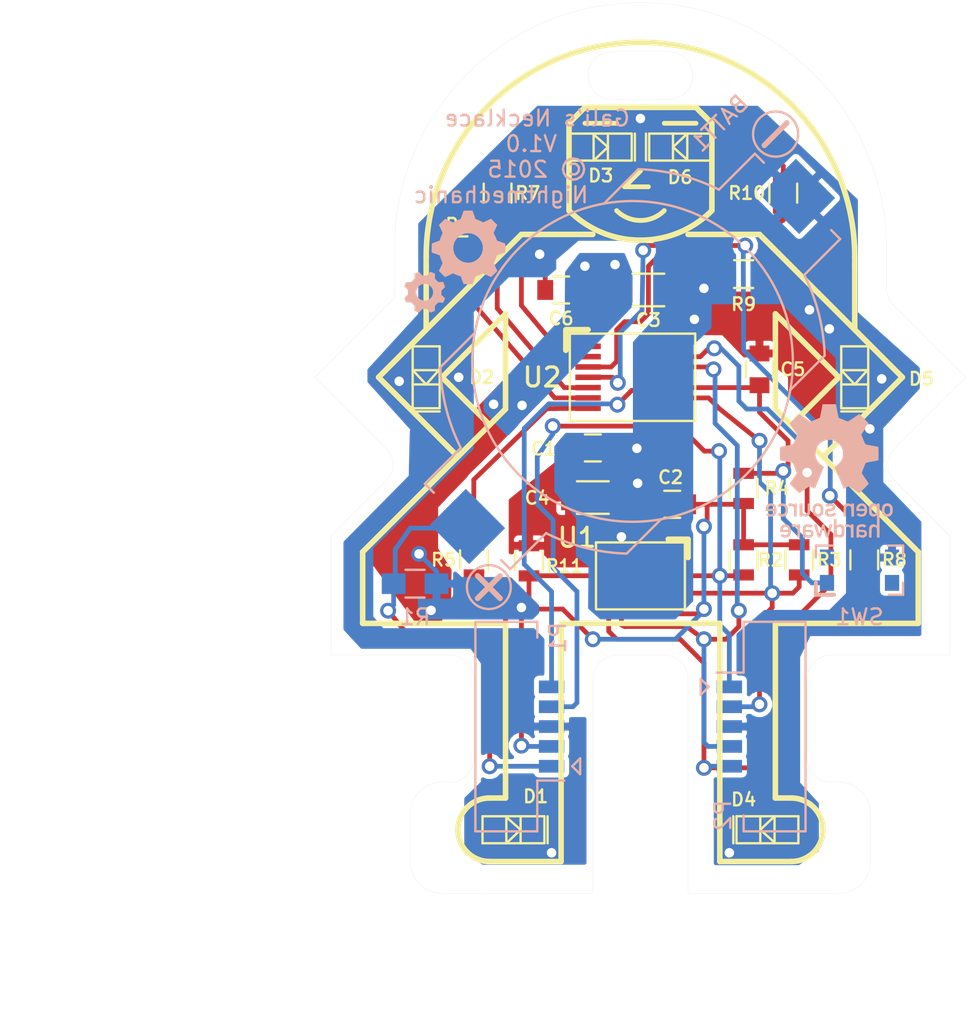
<source format=kicad_pcb>
(kicad_pcb (version 4) (host pcbnew "(2014-11-29 BZR 5307)-product")

  (general
    (links 69)
    (no_connects 0)
    (area 91.994999 80.894999 133.005001 137.005001)
    (thickness 1.6)
    (drawings 104)
    (tracks 379)
    (zones 0)
    (modules 31)
    (nets 26)
  )

  (page A4)
  (layers
    (0 F.Cu signal)
    (31 B.Cu signal)
    (32 B.Adhes user)
    (33 F.Adhes user)
    (34 B.Paste user)
    (35 F.Paste user)
    (36 B.SilkS user)
    (37 F.SilkS user)
    (38 B.Mask user)
    (39 F.Mask user)
    (40 Dwgs.User user)
    (41 Cmts.User user)
    (42 Eco1.User user)
    (43 Eco2.User user)
    (44 Edge.Cuts user)
  )

  (setup
    (last_trace_width 0.3)
    (trace_clearance 0.25)
    (zone_clearance 0.3)
    (zone_45_only no)
    (trace_min 0.254)
    (segment_width 0.35)
    (edge_width 0.01)
    (via_size 1)
    (via_drill 0.6)
    (via_min_size 0.8)
    (via_min_drill 0.4)
    (uvia_size 0.508)
    (uvia_drill 0.127)
    (uvias_allowed no)
    (uvia_min_size 0.508)
    (uvia_min_drill 0.127)
    (pcb_text_width 0.3)
    (pcb_text_size 1.5 1.5)
    (mod_edge_width 0.15)
    (mod_text_size 1 1)
    (mod_text_width 0.15)
    (pad_size 2.1 3)
    (pad_drill 0)
    (pad_to_mask_clearance 0)
    (aux_axis_origin 0 0)
    (grid_origin 86 139)
    (visible_elements 7FFEFFFF)
    (pcbplotparams
      (layerselection 0x010f8_80000001)
      (usegerberextensions true)
      (excludeedgelayer true)
      (linewidth 0.150000)
      (plotframeref false)
      (viasonmask false)
      (mode 1)
      (useauxorigin false)
      (hpglpennumber 1)
      (hpglpenspeed 20)
      (hpglpendiameter 15)
      (hpglpenoverlay 2)
      (psnegative false)
      (psa4output false)
      (plotreference true)
      (plotvalue false)
      (plotinvisibletext false)
      (padsonsilk false)
      (subtractmaskfromsilk false)
      (outputformat 1)
      (mirror false)
      (drillshape 0)
      (scaleselection 1)
      (outputdirectory Fabrication_files/))
  )

  (net 0 "")
  (net 1 GND)
  (net 2 +BATT)
  (net 3 /SBWTDIO)
  (net 4 "Net-(D1-Pad1)")
  (net 5 "Net-(D2-Pad1)")
  (net 6 "Net-(D3-Pad1)")
  (net 7 "Net-(D4-Pad1)")
  (net 8 "Net-(D5-Pad1)")
  (net 9 "Net-(D6-Pad1)")
  (net 10 /SBWTCK)
  (net 11 /I2C_SCL)
  (net 12 /I2C_SDA)
  (net 13 /ACC_INT1)
  (net 14 /ACC_INT2)
  (net 15 "Net-(SW1-Pad3)")
  (net 16 "Net-(U1-Pad10)")
  (net 17 "Net-(SW1-Pad2)")
  (net 18 /ADC_VS)
  (net 19 /V_BATT)
  (net 20 /MCU_LED6)
  (net 21 /MCU_LED5)
  (net 22 /MCU_LED4)
  (net 23 /MCU_LED3)
  (net 24 /MCU_LED2)
  (net 25 /MCU_LED1)

  (net_class Default "This is the default net class."
    (clearance 0.25)
    (trace_width 0.3)
    (via_dia 1)
    (via_drill 0.6)
    (uvia_dia 0.508)
    (uvia_drill 0.127)
    (add_net +BATT)
    (add_net /ACC_INT1)
    (add_net /ACC_INT2)
    (add_net /ADC_VS)
    (add_net /I2C_SCL)
    (add_net /I2C_SDA)
    (add_net /MCU_LED1)
    (add_net /MCU_LED2)
    (add_net /MCU_LED3)
    (add_net /MCU_LED4)
    (add_net /MCU_LED5)
    (add_net /MCU_LED6)
    (add_net /SBWTCK)
    (add_net /SBWTDIO)
    (add_net /V_BATT)
    (add_net GND)
    (add_net "Net-(D1-Pad1)")
    (add_net "Net-(D2-Pad1)")
    (add_net "Net-(D3-Pad1)")
    (add_net "Net-(D4-Pad1)")
    (add_net "Net-(D5-Pad1)")
    (add_net "Net-(D6-Pad1)")
    (add_net "Net-(SW1-Pad2)")
    (add_net "Net-(SW1-Pad3)")
    (add_net "Net-(U1-Pad10)")
  )

  (module Connector_Molex_PicoBlade_53261-0571 (layer B.Cu) (tedit 54CD5177) (tstamp 54C0142C)
    (at 121 126.5 270)
    (descr "Molex PicoBlade 1.25mm shrouded header. Right-angled, SMD. 5 ways")
    (path /539E18A5)
    (fp_text reference P2 (at 5.6 3.3 270) (layer B.SilkS)
      (effects (font (size 1 1) (thickness 0.15)) (justify mirror))
    )
    (fp_text value PICOBLADE_5_HDR_RA (at 0 -3.3 270) (layer B.SilkS) hide
      (effects (font (size 1 1) (thickness 0.15)) (justify mirror))
    )
    (fp_line (start -3.4 3.7) (end -3.4 2) (layer B.SilkS) (width 0.15))
    (fp_line (start -3.4 2) (end -6.6 2) (layer B.SilkS) (width 0.15))
    (fp_line (start -6.6 2) (end -6.6 -1.9) (layer B.SilkS) (width 0.15))
    (fp_line (start -6.6 -1.9) (end 6.6 -1.9) (layer B.SilkS) (width 0.15))
    (fp_line (start 6.6 -1.9) (end 6.6 2) (layer B.SilkS) (width 0.15))
    (fp_line (start 6.6 2) (end 5.6 2) (layer B.SilkS) (width 0.15))
    (fp_line (start -2.5 4.2) (end -3 4.7) (layer B.SilkS) (width 0.15))
    (fp_line (start -3 4.7) (end -2 4.7) (layer B.SilkS) (width 0.15))
    (fp_line (start -2 4.7) (end -2.5 4.2) (layer B.SilkS) (width 0.15))
    (fp_line (start -4 2.1) (end -4 -1.9) (layer B.Adhes) (width 0.2))
    (fp_line (start -4 -1.9) (end 4 -1.9) (layer B.Adhes) (width 0.2))
    (fp_line (start 4 -1.9) (end 4 2.1) (layer B.Adhes) (width 0.2))
    (fp_line (start 4 2.1) (end -4 2.1) (layer B.Adhes) (width 0.2))
    (fp_line (start 4 1.5) (end 6.1 1.5) (layer B.Adhes) (width 0.2))
    (fp_line (start 6.1 1.5) (end 6.1 -1.5) (layer B.Adhes) (width 0.2))
    (fp_line (start 6.1 -1.5) (end 4 -1.5) (layer B.Adhes) (width 0.2))
    (fp_line (start -4 1.5) (end -6.1 1.5) (layer B.Adhes) (width 0.2))
    (fp_line (start -6.1 1.5) (end -6.1 -1.5) (layer B.Adhes) (width 0.2))
    (fp_line (start -6.1 -1.5) (end -4 -1.5) (layer B.Adhes) (width 0.2))
    (fp_line (start -4 2.1) (end -2.5 0.6) (layer B.Adhes) (width 0.2))
    (fp_line (start -2.5 0.6) (end -1 2.1) (layer B.Adhes) (width 0.2))
    (pad 1 smd rect (at -2.5 2.9 270) (size 0.8 1.6) (layers B.Cu B.Paste B.Mask)
      (net 11 /I2C_SCL))
    (pad 2 smd rect (at -1.25 2.9 270) (size 0.8 1.6) (layers B.Cu B.Paste B.Mask)
      (net 12 /I2C_SDA))
    (pad 3 smd rect (at 0 2.9 270) (size 0.8 1.6) (layers B.Cu B.Paste B.Mask)
      (net 1 GND))
    (pad 4 smd rect (at 1.25 2.9 270) (size 0.8 1.6) (layers B.Cu B.Paste B.Mask)
      (net 14 /ACC_INT2))
    (pad 5 smd rect (at 2.5 2.9 270) (size 0.8 1.6) (layers B.Cu B.Paste B.Mask)
      (net 13 /ACC_INT1))
    (pad 6 smd rect (at -5.05 0 270) (size 2.1 3) (layers B.Cu B.Paste B.Mask)
      (net 1 GND) (zone_connect 2))
    (pad 7 smd rect (at 5.05 0 270) (size 2.1 3) (layers B.Cu B.Paste B.Mask)
      (net 1 GND) (zone_connect 2))
    (model E:/Kicad_libs/3D/Molex_53261-0571.wrl
      (at (xyz 0 0 0))
      (scale (xyz 0.3937 0.3937 0.3937))
      (rotate (xyz 0 0 0))
    )
  )

  (module TI_PW14_TSSOP14 (layer F.Cu) (tedit 54CD5C02) (tstamp 54C014CF)
    (at 112 104.5)
    (path /53A0B0DD)
    (fp_text reference U2 (at -5.7 0) (layer F.SilkS)
      (effects (font (size 1.2 1.2) (thickness 0.2)))
    )
    (fp_text value MSP430G2452IPW14 (at 0 -5.2) (layer F.SilkS) hide
      (effects (font (size 1.2 1.2) (thickness 0.2)))
    )
    (fp_line (start -2.8 -3) (end -4.15 -3) (layer F.SilkS) (width 0.35))
    (fp_line (start -4.15 -3) (end -4.2 -3) (layer F.SilkS) (width 0.15))
    (fp_line (start -4.2 -3) (end -4.2 -1.7) (layer F.SilkS) (width 0.35))
    (fp_line (start -3.95 -2.75) (end 3.95 -2.75) (layer F.SilkS) (width 0.15))
    (fp_line (start 3.95 -2.75) (end 3.95 2.75) (layer F.SilkS) (width 0.15))
    (fp_line (start 3.95 2.75) (end -3.95 2.75) (layer F.SilkS) (width 0.15))
    (fp_line (start -3.95 2.75) (end -3.95 -2.75) (layer F.SilkS) (width 0.15))
    (pad 1 smd rect (at -2.8 -1.95) (size 1.6 0.35) (layers F.Cu F.Paste F.Mask)
      (net 2 +BATT))
    (pad 2 smd rect (at -2.8 -1.3) (size 1.6 0.35) (layers F.Cu F.Paste F.Mask)
      (net 25 /MCU_LED1))
    (pad 3 smd rect (at -2.8 -0.65) (size 1.6 0.35) (layers F.Cu F.Paste F.Mask)
      (net 24 /MCU_LED2))
    (pad 4 smd rect (at -2.8 0) (size 1.6 0.35) (layers F.Cu F.Paste F.Mask)
      (net 23 /MCU_LED3))
    (pad 5 smd rect (at -2.8 0.65) (size 1.6 0.35) (layers F.Cu F.Paste F.Mask)
      (net 22 /MCU_LED4))
    (pad 6 smd rect (at -2.8 1.3) (size 1.6 0.35) (layers F.Cu F.Paste F.Mask)
      (net 21 /MCU_LED5))
    (pad 7 smd rect (at -2.8 1.95) (size 1.6 0.35) (layers F.Cu F.Paste F.Mask)
      (net 20 /MCU_LED6))
    (pad 14 smd rect (at 2.8 -1.95) (size 1.6 0.35) (layers F.Cu F.Paste F.Mask)
      (net 1 GND))
    (pad 13 smd rect (at 2.8 -1.3) (size 1.6 0.35) (layers F.Cu F.Paste F.Mask)
      (net 13 /ACC_INT1))
    (pad 12 smd rect (at 2.8 -0.65) (size 1.6 0.35) (layers F.Cu F.Paste F.Mask)
      (net 14 /ACC_INT2))
    (pad 11 smd rect (at 2.8 0) (size 1.6 0.35) (layers F.Cu F.Paste F.Mask)
      (net 10 /SBWTCK))
    (pad 10 smd rect (at 2.8 0.65) (size 1.6 0.35) (layers F.Cu F.Paste F.Mask)
      (net 3 /SBWTDIO))
    (pad 9 smd rect (at 2.8 1.3) (size 1.6 0.35) (layers F.Cu F.Paste F.Mask)
      (net 12 /I2C_SDA))
    (pad 8 smd rect (at 2.8 1.95) (size 1.6 0.35) (layers F.Cu F.Paste F.Mask)
      (net 11 /I2C_SCL))
    (model Housings_SSOP/TSSOP-14_4.4x5mm_Pitch0.65mm.wrl
      (at (xyz 0 0 0))
      (scale (xyz 1 1 1))
      (rotate (xyz 0 0 0))
    )
  )

  (module Nightmechanic_PCB:SMTU_2032 (layer B.Cu) (tedit 54CD6313) (tstamp 54C02813)
    (at 112 103.5 45)
    (path /54C01CDB)
    (fp_text reference BATT1 (at 14.495689 -6.717514 225) (layer B.SilkS)
      (effects (font (size 1 1) (thickness 0.15)) (justify mirror))
    )
    (fp_text value CR2032_SMT_HOLDER_2pin (at 0.15 0.1 45) (layer B.SilkS) hide
      (effects (font (size 1 1) (thickness 0.15)) (justify mirror))
    )
    (fp_circle (center 16.5 -3.75) (end 17.6 -4.65) (layer B.SilkS) (width 0.15))
    (fp_line (start 15.5 -3.75) (end 17.5 -3.75) (layer B.SilkS) (width 0.35))
    (fp_circle (center -16.45 3.65) (end -15.55 2.6) (layer B.SilkS) (width 0.15))
    (fp_line (start -16.45 4.65) (end -16.45 2.65) (layer B.SilkS) (width 0.35))
    (fp_line (start -17.45 3.65) (end -15.45 3.65) (layer B.SilkS) (width 0.35))
    (fp_line (start 8.8 -8.3) (end 5.8 -8.3) (layer B.SilkS) (width 0.15))
    (fp_line (start 8.8 8.3) (end 5.75 8.3) (layer B.SilkS) (width 0.15))
    (fp_line (start 11.5 -3.8) (end 14.7 -3.8) (layer B.SilkS) (width 0.15))
    (fp_line (start 14.7 -3.8) (end 14.7 -3) (layer B.SilkS) (width 0.15))
    (fp_line (start 11.5 3.8) (end 14.7 3.8) (layer B.SilkS) (width 0.15))
    (fp_line (start 14.7 3.8) (end 14.7 3) (layer B.SilkS) (width 0.15))
    (fp_arc (start 0 0) (end 11.5 -3.8) (angle -25) (layer B.SilkS) (width 0.15))
    (fp_arc (start 0 0) (end 11.5 3.8) (angle 25) (layer B.SilkS) (width 0.15))
    (fp_line (start -8.8 -8.3) (end -5.75 -8.3) (layer B.SilkS) (width 0.15))
    (fp_line (start -11.5 -3.8) (end -14.7 -3.8) (layer B.SilkS) (width 0.15))
    (fp_line (start -14.7 -3.8) (end -14.7 -3) (layer B.SilkS) (width 0.15))
    (fp_arc (start 0 0) (end -11.5 -3.8) (angle 25) (layer B.SilkS) (width 0.15))
    (fp_line (start -8.8 8.3) (end -5.8 8.3) (layer B.SilkS) (width 0.15))
    (fp_line (start -11.5 3.8) (end -14.7 3.8) (layer B.SilkS) (width 0.15))
    (fp_line (start -14.7 3.8) (end -14.7 3) (layer B.SilkS) (width 0.15))
    (fp_arc (start 0 0) (end -11.5 3.8) (angle -25) (layer B.SilkS) (width 0.15))
    (fp_circle (center 0 0) (end 0.1 -10.1) (layer B.SilkS) (width 0.15))
    (pad 2 smd rect (at -14.7 0 45) (size 3.2 3.5) (layers B.Cu B.Paste B.Mask)
      (net 19 /V_BATT))
    (pad 1 smd rect (at 14.7 0 45) (size 3.2 3.5) (layers B.Cu B.Paste B.Mask)
      (net 1 GND))
    (model E:/Kicad_libs/3D/cr2032_holder.wrl
      (at (xyz 0 0 0))
      (scale (xyz 3.937 3.937 3.937))
      (rotate (xyz -90 0 0))
    )
    (model E:/Kicad_libs/3D/CR2032_Bat.wrl
      (at (xyz 0 0 0.19))
      (scale (xyz 3.937 3.937 3.937))
      (rotate (xyz 90 0 0))
    )
  )

  (module Capacitors_SMD:C_0805 (layer F.Cu) (tedit 54CD5E0A) (tstamp 54C01356)
    (at 109.5 108.95)
    (descr "Capacitor SMD 0805, reflow soldering, AVX (see smccp.pdf)")
    (tags "capacitor 0805")
    (path /539E07D1)
    (attr smd)
    (fp_text reference C1 (at -3.1 0.05) (layer F.SilkS)
      (effects (font (size 0.8 0.8) (thickness 0.15)))
    )
    (fp_text value 0.1nF (at 0 2.1) (layer F.SilkS) hide
      (effects (font (size 1 1) (thickness 0.15)))
    )
    (fp_line (start -1.8 -1) (end 1.8 -1) (layer F.CrtYd) (width 0.05))
    (fp_line (start -1.8 1) (end 1.8 1) (layer F.CrtYd) (width 0.05))
    (fp_line (start -1.8 -1) (end -1.8 1) (layer F.CrtYd) (width 0.05))
    (fp_line (start 1.8 -1) (end 1.8 1) (layer F.CrtYd) (width 0.05))
    (fp_line (start 0.5 -0.85) (end -0.5 -0.85) (layer F.SilkS) (width 0.15))
    (fp_line (start -0.5 0.85) (end 0.5 0.85) (layer F.SilkS) (width 0.15))
    (pad 1 smd rect (at -1 0) (size 1 1.25) (layers F.Cu F.Paste F.Mask)
      (net 18 /ADC_VS))
    (pad 2 smd rect (at 1 0) (size 1 1.25) (layers F.Cu F.Paste F.Mask)
      (net 1 GND))
    (model Capacitors_SMD/C_0805N.wrl
      (at (xyz 0 0 0))
      (scale (xyz 1 1 1))
      (rotate (xyz 0 0 0))
    )
  )

  (module Capacitors_SMD:C_0805 (layer F.Cu) (tedit 54CD5CA4) (tstamp 54C01362)
    (at 114.5 112.5 180)
    (descr "Capacitor SMD 0805, reflow soldering, AVX (see smccp.pdf)")
    (tags "capacitor 0805")
    (path /539E07BD)
    (attr smd)
    (fp_text reference C2 (at 0.1 1.7 180) (layer F.SilkS)
      (effects (font (size 0.8 0.8) (thickness 0.15)))
    )
    (fp_text value 0.1uF (at 0 2.1 180) (layer F.SilkS) hide
      (effects (font (size 1 1) (thickness 0.15)))
    )
    (fp_line (start -1.8 -1) (end 1.8 -1) (layer F.CrtYd) (width 0.05))
    (fp_line (start -1.8 1) (end 1.8 1) (layer F.CrtYd) (width 0.05))
    (fp_line (start -1.8 -1) (end -1.8 1) (layer F.CrtYd) (width 0.05))
    (fp_line (start 1.8 -1) (end 1.8 1) (layer F.CrtYd) (width 0.05))
    (fp_line (start 0.5 -0.85) (end -0.5 -0.85) (layer F.SilkS) (width 0.15))
    (fp_line (start -0.5 0.85) (end 0.5 0.85) (layer F.SilkS) (width 0.15))
    (pad 1 smd rect (at -1 0 180) (size 1 1.25) (layers F.Cu F.Paste F.Mask)
      (net 2 +BATT))
    (pad 2 smd rect (at 1 0 180) (size 1 1.25) (layers F.Cu F.Paste F.Mask)
      (net 1 GND))
    (model Capacitors_SMD/C_0805N.wrl
      (at (xyz 0 0 0))
      (scale (xyz 1 1 1))
      (rotate (xyz 0 0 0))
    )
  )

  (module Capacitors_SMD:C_1206 (layer F.Cu) (tedit 54CD5B54) (tstamp 54C0136E)
    (at 113 99)
    (descr "Capacitor SMD 1206, reflow soldering, AVX (see smccp.pdf)")
    (tags "capacitor 1206")
    (path /539E2081)
    (attr smd)
    (fp_text reference C3 (at 0 1.9) (layer F.SilkS)
      (effects (font (size 0.8 0.8) (thickness 0.15)))
    )
    (fp_text value "10uF Tant." (at 0 2.3) (layer F.SilkS) hide
      (effects (font (size 1 1) (thickness 0.15)))
    )
    (fp_line (start -2.3 -1.15) (end 2.3 -1.15) (layer F.CrtYd) (width 0.05))
    (fp_line (start -2.3 1.15) (end 2.3 1.15) (layer F.CrtYd) (width 0.05))
    (fp_line (start -2.3 -1.15) (end -2.3 1.15) (layer F.CrtYd) (width 0.05))
    (fp_line (start 2.3 -1.15) (end 2.3 1.15) (layer F.CrtYd) (width 0.05))
    (fp_line (start 1 -1.025) (end -1 -1.025) (layer F.SilkS) (width 0.15))
    (fp_line (start -1 1.025) (end 1 1.025) (layer F.SilkS) (width 0.15))
    (pad 1 smd rect (at -1.5 0) (size 1 1.6) (layers F.Cu F.Paste F.Mask)
      (net 2 +BATT))
    (pad 2 smd rect (at 1.5 0) (size 1 1.6) (layers F.Cu F.Paste F.Mask)
      (net 1 GND))
    (model Capacitors_SMD/C_1206N.wrl
      (at (xyz 0 0 0))
      (scale (xyz 1 1 1))
      (rotate (xyz 0 0 0))
    )
  )

  (module Capacitors_SMD:C_1206 (layer F.Cu) (tedit 54CD5C85) (tstamp 54C0137A)
    (at 109.5 112.075)
    (descr "Capacitor SMD 1206, reflow soldering, AVX (see smccp.pdf)")
    (tags "capacitor 1206")
    (path /53A0B99A)
    (attr smd)
    (fp_text reference C4 (at -3.5 0.025) (layer F.SilkS)
      (effects (font (size 0.8 0.8) (thickness 0.15)))
    )
    (fp_text value "10uF Tant." (at 0 2.3) (layer F.SilkS) hide
      (effects (font (size 1 1) (thickness 0.15)))
    )
    (fp_line (start -2.3 -1.15) (end 2.3 -1.15) (layer F.CrtYd) (width 0.05))
    (fp_line (start -2.3 1.15) (end 2.3 1.15) (layer F.CrtYd) (width 0.05))
    (fp_line (start -2.3 -1.15) (end -2.3 1.15) (layer F.CrtYd) (width 0.05))
    (fp_line (start 2.3 -1.15) (end 2.3 1.15) (layer F.CrtYd) (width 0.05))
    (fp_line (start 1 -1.025) (end -1 -1.025) (layer F.SilkS) (width 0.15))
    (fp_line (start -1 1.025) (end 1 1.025) (layer F.SilkS) (width 0.15))
    (pad 1 smd rect (at -1.5 0) (size 1 1.6) (layers F.Cu F.Paste F.Mask)
      (net 18 /ADC_VS))
    (pad 2 smd rect (at 1.5 0) (size 1 1.6) (layers F.Cu F.Paste F.Mask)
      (net 1 GND))
    (model Capacitors_SMD/C_1206N.wrl
      (at (xyz 0 0 0))
      (scale (xyz 1 1 1))
      (rotate (xyz 0 0 0))
    )
  )

  (module Capacitors_SMD:C_0805 (layer F.Cu) (tedit 54CD5C1E) (tstamp 54C01386)
    (at 120 104 90)
    (descr "Capacitor SMD 0805, reflow soldering, AVX (see smccp.pdf)")
    (tags "capacitor 0805")
    (path /53A0B72C)
    (attr smd)
    (fp_text reference C5 (at 0 2.1 180) (layer F.SilkS)
      (effects (font (size 0.8 0.8) (thickness 0.15)))
    )
    (fp_text value 2.2nF (at 0 2.1 90) (layer F.SilkS) hide
      (effects (font (size 1 1) (thickness 0.15)))
    )
    (fp_line (start -1.8 -1) (end 1.8 -1) (layer F.CrtYd) (width 0.05))
    (fp_line (start -1.8 1) (end 1.8 1) (layer F.CrtYd) (width 0.05))
    (fp_line (start -1.8 -1) (end -1.8 1) (layer F.CrtYd) (width 0.05))
    (fp_line (start 1.8 -1) (end 1.8 1) (layer F.CrtYd) (width 0.05))
    (fp_line (start 0.5 -0.85) (end -0.5 -0.85) (layer F.SilkS) (width 0.15))
    (fp_line (start -0.5 0.85) (end 0.5 0.85) (layer F.SilkS) (width 0.15))
    (pad 1 smd rect (at -1 0 90) (size 1 1.25) (layers F.Cu F.Paste F.Mask)
      (net 3 /SBWTDIO))
    (pad 2 smd rect (at 1 0 90) (size 1 1.25) (layers F.Cu F.Paste F.Mask)
      (net 1 GND))
    (model Capacitors_SMD/C_0805N.wrl
      (at (xyz 0 0 0))
      (scale (xyz 1 1 1))
      (rotate (xyz 0 0 0))
    )
  )

  (module Capacitors_SMD:C_0805 (layer F.Cu) (tedit 54CD5B34) (tstamp 54C01392)
    (at 107.5 99 180)
    (descr "Capacitor SMD 0805, reflow soldering, AVX (see smccp.pdf)")
    (tags "capacitor 0805")
    (path /53A0B831)
    (attr smd)
    (fp_text reference C6 (at 0 -1.8 180) (layer F.SilkS)
      (effects (font (size 0.8 0.8) (thickness 0.15)))
    )
    (fp_text value 0.1uF (at 0 2.1 180) (layer F.SilkS) hide
      (effects (font (size 1 1) (thickness 0.15)))
    )
    (fp_line (start -1.8 -1) (end 1.8 -1) (layer F.CrtYd) (width 0.05))
    (fp_line (start -1.8 1) (end 1.8 1) (layer F.CrtYd) (width 0.05))
    (fp_line (start -1.8 -1) (end -1.8 1) (layer F.CrtYd) (width 0.05))
    (fp_line (start 1.8 -1) (end 1.8 1) (layer F.CrtYd) (width 0.05))
    (fp_line (start 0.5 -0.85) (end -0.5 -0.85) (layer F.SilkS) (width 0.15))
    (fp_line (start -0.5 0.85) (end 0.5 0.85) (layer F.SilkS) (width 0.15))
    (pad 1 smd rect (at -1 0 180) (size 1 1.25) (layers F.Cu F.Paste F.Mask)
      (net 2 +BATT))
    (pad 2 smd rect (at 1 0 180) (size 1 1.25) (layers F.Cu F.Paste F.Mask)
      (net 1 GND))
    (model Capacitors_SMD/C_0805N.wrl
      (at (xyz 0 0 0))
      (scale (xyz 1 1 1))
      (rotate (xyz 0 0 0))
    )
  )

  (module Nightmechanic_PCB:SMD_MiniLED (layer F.Cu) (tedit 54CD5E55) (tstamp 54C013A1)
    (at 104.5 133)
    (path /539E13B6)
    (fp_text reference D1 (at 1.4 -2.1) (layer F.SilkS)
      (effects (font (size 0.8 0.8) (thickness 0.15)))
    )
    (fp_text value LED (at 0 -1.75) (layer F.SilkS) hide
      (effects (font (size 1 1) (thickness 0.15)))
    )
    (fp_line (start -0.45 -0.85) (end -0.45 0.85) (layer F.SilkS) (width 0.15))
    (fp_line (start -0.45 0.85) (end 0.45 0) (layer F.SilkS) (width 0.15))
    (fp_line (start 0.45 0) (end -0.45 -0.8) (layer F.SilkS) (width 0.15))
    (fp_line (start 0.45 -0.85) (end 0.45 0.85) (layer F.SilkS) (width 0.15))
    (fp_line (start 2.15 -0.85) (end 2.15 0.85) (layer F.SilkS) (width 0.15))
    (fp_line (start 1.95 -0.85) (end -1.95 -0.85) (layer F.SilkS) (width 0.15))
    (fp_line (start -1.95 -0.85) (end -1.95 0.85) (layer F.SilkS) (width 0.15))
    (fp_line (start -1.95 0.85) (end 1.95 0.85) (layer F.SilkS) (width 0.15))
    (fp_line (start 1.95 0.85) (end 1.95 -0.85) (layer F.SilkS) (width 0.15))
    (pad 1 smd rect (at -1.2 0) (size 1.2 1.2) (layers F.Cu F.Paste F.Mask)
      (net 4 "Net-(D1-Pad1)"))
    (pad 2 smd rect (at 1.2 0) (size 1.2 1.2) (layers F.Cu F.Paste F.Mask)
      (net 1 GND))
    (model E:/Kicad_libs/3D/Vishay/MiniSMD_red.wrl
      (at (xyz 0 0 0))
      (scale (xyz 0.3937 0.3937 0.3937))
      (rotate (xyz -90 0 -90))
    )
  )

  (module Nightmechanic_PCB:SMD_MiniLED (layer F.Cu) (tedit 54CD5BF0) (tstamp 54C013B0)
    (at 99 104.5 270)
    (path /53A0BE45)
    (fp_text reference D2 (at 0 -3.5 360) (layer F.SilkS)
      (effects (font (size 0.8 0.8) (thickness 0.15)))
    )
    (fp_text value LED (at 0 -1.75 270) (layer F.SilkS) hide
      (effects (font (size 1 1) (thickness 0.15)))
    )
    (fp_line (start -0.45 -0.85) (end -0.45 0.85) (layer F.SilkS) (width 0.15))
    (fp_line (start -0.45 0.85) (end 0.45 0) (layer F.SilkS) (width 0.15))
    (fp_line (start 0.45 0) (end -0.45 -0.8) (layer F.SilkS) (width 0.15))
    (fp_line (start 0.45 -0.85) (end 0.45 0.85) (layer F.SilkS) (width 0.15))
    (fp_line (start 2.15 -0.85) (end 2.15 0.85) (layer F.SilkS) (width 0.15))
    (fp_line (start 1.95 -0.85) (end -1.95 -0.85) (layer F.SilkS) (width 0.15))
    (fp_line (start -1.95 -0.85) (end -1.95 0.85) (layer F.SilkS) (width 0.15))
    (fp_line (start -1.95 0.85) (end 1.95 0.85) (layer F.SilkS) (width 0.15))
    (fp_line (start 1.95 0.85) (end 1.95 -0.85) (layer F.SilkS) (width 0.15))
    (pad 1 smd rect (at -1.2 0 270) (size 1.2 1.2) (layers F.Cu F.Paste F.Mask)
      (net 5 "Net-(D2-Pad1)"))
    (pad 2 smd rect (at 1.2 0 270) (size 1.2 1.2) (layers F.Cu F.Paste F.Mask)
      (net 1 GND))
    (model E:/Kicad_libs/3D/Vishay/MiniSMD_amber.wrl
      (at (xyz 0 0 0))
      (scale (xyz 0.3937 0.3937 0.3937))
      (rotate (xyz -90 0 -90))
    )
  )

  (module Nightmechanic_PCB:SMD_MiniLED (layer F.Cu) (tedit 54CD5A8A) (tstamp 54C013BF)
    (at 110 90)
    (path /53A0BE50)
    (fp_text reference D3 (at 0 1.8) (layer F.SilkS)
      (effects (font (size 0.8 0.8) (thickness 0.15)))
    )
    (fp_text value LED (at 0 -1.75) (layer F.SilkS) hide
      (effects (font (size 1 1) (thickness 0.15)))
    )
    (fp_line (start -0.45 -0.85) (end -0.45 0.85) (layer F.SilkS) (width 0.15))
    (fp_line (start -0.45 0.85) (end 0.45 0) (layer F.SilkS) (width 0.15))
    (fp_line (start 0.45 0) (end -0.45 -0.8) (layer F.SilkS) (width 0.15))
    (fp_line (start 0.45 -0.85) (end 0.45 0.85) (layer F.SilkS) (width 0.15))
    (fp_line (start 2.15 -0.85) (end 2.15 0.85) (layer F.SilkS) (width 0.15))
    (fp_line (start 1.95 -0.85) (end -1.95 -0.85) (layer F.SilkS) (width 0.15))
    (fp_line (start -1.95 -0.85) (end -1.95 0.85) (layer F.SilkS) (width 0.15))
    (fp_line (start -1.95 0.85) (end 1.95 0.85) (layer F.SilkS) (width 0.15))
    (fp_line (start 1.95 0.85) (end 1.95 -0.85) (layer F.SilkS) (width 0.15))
    (pad 1 smd rect (at -1.2 0) (size 1.2 1.2) (layers F.Cu F.Paste F.Mask)
      (net 6 "Net-(D3-Pad1)"))
    (pad 2 smd rect (at 1.2 0) (size 1.2 1.2) (layers F.Cu F.Paste F.Mask)
      (net 1 GND))
    (model E:/Kicad_libs/3D/Vishay/MiniSMD_green.wrl
      (at (xyz 0 0 0))
      (scale (xyz 0.3937 0.3937 0.3937))
      (rotate (xyz -90 0 -90))
    )
  )

  (module Nightmechanic_PCB:SMD_MiniLED (layer F.Cu) (tedit 54CD5E41) (tstamp 54C013CE)
    (at 120.5 133 180)
    (path /53A0BE5B)
    (fp_text reference D4 (at 1.5 1.9 180) (layer F.SilkS)
      (effects (font (size 0.8 0.8) (thickness 0.15)))
    )
    (fp_text value LED (at 0 -1.75 180) (layer F.SilkS) hide
      (effects (font (size 1 1) (thickness 0.15)))
    )
    (fp_line (start -0.45 -0.85) (end -0.45 0.85) (layer F.SilkS) (width 0.15))
    (fp_line (start -0.45 0.85) (end 0.45 0) (layer F.SilkS) (width 0.15))
    (fp_line (start 0.45 0) (end -0.45 -0.8) (layer F.SilkS) (width 0.15))
    (fp_line (start 0.45 -0.85) (end 0.45 0.85) (layer F.SilkS) (width 0.15))
    (fp_line (start 2.15 -0.85) (end 2.15 0.85) (layer F.SilkS) (width 0.15))
    (fp_line (start 1.95 -0.85) (end -1.95 -0.85) (layer F.SilkS) (width 0.15))
    (fp_line (start -1.95 -0.85) (end -1.95 0.85) (layer F.SilkS) (width 0.15))
    (fp_line (start -1.95 0.85) (end 1.95 0.85) (layer F.SilkS) (width 0.15))
    (fp_line (start 1.95 0.85) (end 1.95 -0.85) (layer F.SilkS) (width 0.15))
    (pad 1 smd rect (at -1.2 0 180) (size 1.2 1.2) (layers F.Cu F.Paste F.Mask)
      (net 7 "Net-(D4-Pad1)"))
    (pad 2 smd rect (at 1.2 0 180) (size 1.2 1.2) (layers F.Cu F.Paste F.Mask)
      (net 1 GND))
    (model E:/Kicad_libs/3D/Vishay/MiniSMD_red.wrl
      (at (xyz 0 0 0))
      (scale (xyz 0.3937 0.3937 0.3937))
      (rotate (xyz -90 0 -90))
    )
  )

  (module Nightmechanic_PCB:SMD_MiniLED (layer F.Cu) (tedit 54CD5C39) (tstamp 54C013DD)
    (at 126 104.5 270)
    (path /53A0BE66)
    (fp_text reference D5 (at 0.1 -4.2 360) (layer F.SilkS)
      (effects (font (size 0.8 0.8) (thickness 0.15)))
    )
    (fp_text value LED (at 0 -1.75 270) (layer F.SilkS) hide
      (effects (font (size 1 1) (thickness 0.15)))
    )
    (fp_line (start -0.45 -0.85) (end -0.45 0.85) (layer F.SilkS) (width 0.15))
    (fp_line (start -0.45 0.85) (end 0.45 0) (layer F.SilkS) (width 0.15))
    (fp_line (start 0.45 0) (end -0.45 -0.8) (layer F.SilkS) (width 0.15))
    (fp_line (start 0.45 -0.85) (end 0.45 0.85) (layer F.SilkS) (width 0.15))
    (fp_line (start 2.15 -0.85) (end 2.15 0.85) (layer F.SilkS) (width 0.15))
    (fp_line (start 1.95 -0.85) (end -1.95 -0.85) (layer F.SilkS) (width 0.15))
    (fp_line (start -1.95 -0.85) (end -1.95 0.85) (layer F.SilkS) (width 0.15))
    (fp_line (start -1.95 0.85) (end 1.95 0.85) (layer F.SilkS) (width 0.15))
    (fp_line (start 1.95 0.85) (end 1.95 -0.85) (layer F.SilkS) (width 0.15))
    (pad 1 smd rect (at -1.2 0 270) (size 1.2 1.2) (layers F.Cu F.Paste F.Mask)
      (net 8 "Net-(D5-Pad1)"))
    (pad 2 smd rect (at 1.2 0 270) (size 1.2 1.2) (layers F.Cu F.Paste F.Mask)
      (net 1 GND))
    (model E:/Kicad_libs/3D/Vishay/MiniSMD_amber.wrl
      (at (xyz 0 0 0))
      (scale (xyz 0.3937 0.3937 0.3937))
      (rotate (xyz -90 0 -90))
    )
  )

  (module Nightmechanic_PCB:SMD_MiniLED (layer F.Cu) (tedit 54CD5AB9) (tstamp 54C013EC)
    (at 115 90 180)
    (path /53A0BE71)
    (fp_text reference D6 (at 0 -1.9 180) (layer F.SilkS)
      (effects (font (size 0.8 0.8) (thickness 0.15)))
    )
    (fp_text value LED (at 0 -1.75 180) (layer F.SilkS) hide
      (effects (font (size 1 1) (thickness 0.15)))
    )
    (fp_line (start -0.45 -0.85) (end -0.45 0.85) (layer F.SilkS) (width 0.15))
    (fp_line (start -0.45 0.85) (end 0.45 0) (layer F.SilkS) (width 0.15))
    (fp_line (start 0.45 0) (end -0.45 -0.8) (layer F.SilkS) (width 0.15))
    (fp_line (start 0.45 -0.85) (end 0.45 0.85) (layer F.SilkS) (width 0.15))
    (fp_line (start 2.15 -0.85) (end 2.15 0.85) (layer F.SilkS) (width 0.15))
    (fp_line (start 1.95 -0.85) (end -1.95 -0.85) (layer F.SilkS) (width 0.15))
    (fp_line (start -1.95 -0.85) (end -1.95 0.85) (layer F.SilkS) (width 0.15))
    (fp_line (start -1.95 0.85) (end 1.95 0.85) (layer F.SilkS) (width 0.15))
    (fp_line (start 1.95 0.85) (end 1.95 -0.85) (layer F.SilkS) (width 0.15))
    (pad 1 smd rect (at -1.2 0 180) (size 1.2 1.2) (layers F.Cu F.Paste F.Mask)
      (net 9 "Net-(D6-Pad1)"))
    (pad 2 smd rect (at 1.2 0 180) (size 1.2 1.2) (layers F.Cu F.Paste F.Mask)
      (net 1 GND))
    (model E:/Kicad_libs/3D/Vishay/MiniSMD_green.wrl
      (at (xyz 0 0 0))
      (scale (xyz 0.3937 0.3937 0.3937))
      (rotate (xyz -90 0 -90))
    )
  )

  (module Resistors_SMD:R_0805 (layer F.Cu) (tedit 54CD5D32) (tstamp 54C01444)
    (at 119 116 270)
    (descr "Resistor SMD 0805, reflow soldering, Vishay (see dcrcw.pdf)")
    (tags "resistor 0805")
    (path /539E0ABF)
    (attr smd)
    (fp_text reference R2 (at 0 -1.7 360) (layer F.SilkS)
      (effects (font (size 0.8 0.8) (thickness 0.15)))
    )
    (fp_text value 3.9k (at 0 2.1 270) (layer F.SilkS) hide
      (effects (font (size 1 1) (thickness 0.15)))
    )
    (fp_line (start -1.6 -1) (end 1.6 -1) (layer F.CrtYd) (width 0.05))
    (fp_line (start -1.6 1) (end 1.6 1) (layer F.CrtYd) (width 0.05))
    (fp_line (start -1.6 -1) (end -1.6 1) (layer F.CrtYd) (width 0.05))
    (fp_line (start 1.6 -1) (end 1.6 1) (layer F.CrtYd) (width 0.05))
    (fp_line (start 0.6 0.875) (end -0.6 0.875) (layer F.SilkS) (width 0.15))
    (fp_line (start -0.6 -0.875) (end 0.6 -0.875) (layer F.SilkS) (width 0.15))
    (pad 1 smd rect (at -0.95 0 270) (size 0.7 1.3) (layers F.Cu F.Paste F.Mask)
      (net 2 +BATT))
    (pad 2 smd rect (at 0.95 0 270) (size 0.7 1.3) (layers F.Cu F.Paste F.Mask)
      (net 11 /I2C_SCL))
    (model Resistors_SMD/R_0805.wrl
      (at (xyz 0 0 0))
      (scale (xyz 1 1 1))
      (rotate (xyz 0 0 0))
    )
  )

  (module Resistors_SMD:R_0805 (layer F.Cu) (tedit 54CD5CFC) (tstamp 54C01450)
    (at 122.5 116 270)
    (descr "Resistor SMD 0805, reflow soldering, Vishay (see dcrcw.pdf)")
    (tags "resistor 0805")
    (path /539E0ADD)
    (attr smd)
    (fp_text reference R3 (at 0 -1.9 360) (layer F.SilkS)
      (effects (font (size 0.8 0.8) (thickness 0.15)))
    )
    (fp_text value 3.9k (at 0 2.1 270) (layer F.SilkS) hide
      (effects (font (size 1 1) (thickness 0.15)))
    )
    (fp_line (start -1.6 -1) (end 1.6 -1) (layer F.CrtYd) (width 0.05))
    (fp_line (start -1.6 1) (end 1.6 1) (layer F.CrtYd) (width 0.05))
    (fp_line (start -1.6 -1) (end -1.6 1) (layer F.CrtYd) (width 0.05))
    (fp_line (start 1.6 -1) (end 1.6 1) (layer F.CrtYd) (width 0.05))
    (fp_line (start 0.6 0.875) (end -0.6 0.875) (layer F.SilkS) (width 0.15))
    (fp_line (start -0.6 -0.875) (end 0.6 -0.875) (layer F.SilkS) (width 0.15))
    (pad 1 smd rect (at -0.95 0 270) (size 0.7 1.3) (layers F.Cu F.Paste F.Mask)
      (net 2 +BATT))
    (pad 2 smd rect (at 0.95 0 270) (size 0.7 1.3) (layers F.Cu F.Paste F.Mask)
      (net 12 /I2C_SDA))
    (model Resistors_SMD/R_0805.wrl
      (at (xyz 0 0 0))
      (scale (xyz 1 1 1))
      (rotate (xyz 0 0 0))
    )
  )

  (module Resistors_SMD:R_0805 (layer F.Cu) (tedit 54CD5CBE) (tstamp 54C0145C)
    (at 119 111.5 90)
    (descr "Resistor SMD 0805, reflow soldering, Vishay (see dcrcw.pdf)")
    (tags "resistor 0805")
    (path /539E0CE4)
    (attr smd)
    (fp_text reference R4 (at 0 2.1 180) (layer F.SilkS)
      (effects (font (size 0.8 0.8) (thickness 0.15)))
    )
    (fp_text value 47k (at 0 2.1 90) (layer F.SilkS) hide
      (effects (font (size 1 1) (thickness 0.15)))
    )
    (fp_line (start -1.6 -1) (end 1.6 -1) (layer F.CrtYd) (width 0.05))
    (fp_line (start -1.6 1) (end 1.6 1) (layer F.CrtYd) (width 0.05))
    (fp_line (start -1.6 -1) (end -1.6 1) (layer F.CrtYd) (width 0.05))
    (fp_line (start 1.6 -1) (end 1.6 1) (layer F.CrtYd) (width 0.05))
    (fp_line (start 0.6 0.875) (end -0.6 0.875) (layer F.SilkS) (width 0.15))
    (fp_line (start -0.6 -0.875) (end 0.6 -0.875) (layer F.SilkS) (width 0.15))
    (pad 1 smd rect (at -0.95 0 90) (size 0.7 1.3) (layers F.Cu F.Paste F.Mask)
      (net 2 +BATT))
    (pad 2 smd rect (at 0.95 0 90) (size 0.7 1.3) (layers F.Cu F.Paste F.Mask)
      (net 3 /SBWTDIO))
    (model Resistors_SMD/R_0805.wrl
      (at (xyz 0 0 0))
      (scale (xyz 1 1 1))
      (rotate (xyz 0 0 0))
    )
  )

  (module Resistors_SMD:R_0805 (layer F.Cu) (tedit 54CD5DDE) (tstamp 54CD4AA4)
    (at 102.01 116 270)
    (descr "Resistor SMD 0805, reflow soldering, Vishay (see dcrcw.pdf)")
    (tags "resistor 0805")
    (path /539E1396)
    (attr smd)
    (fp_text reference R5 (at 0 1.91 360) (layer F.SilkS)
      (effects (font (size 0.8 0.8) (thickness 0.15)))
    )
    (fp_text value 510 (at 0 2.1 270) (layer F.SilkS) hide
      (effects (font (size 1 1) (thickness 0.15)))
    )
    (fp_line (start -1.6 -1) (end 1.6 -1) (layer F.CrtYd) (width 0.05))
    (fp_line (start -1.6 1) (end 1.6 1) (layer F.CrtYd) (width 0.05))
    (fp_line (start -1.6 -1) (end -1.6 1) (layer F.CrtYd) (width 0.05))
    (fp_line (start 1.6 -1) (end 1.6 1) (layer F.CrtYd) (width 0.05))
    (fp_line (start 0.6 0.875) (end -0.6 0.875) (layer F.SilkS) (width 0.15))
    (fp_line (start -0.6 -0.875) (end 0.6 -0.875) (layer F.SilkS) (width 0.15))
    (pad 1 smd rect (at -0.95 0 270) (size 0.7 1.3) (layers F.Cu F.Paste F.Mask)
      (net 20 /MCU_LED6))
    (pad 2 smd rect (at 0.95 0 270) (size 0.7 1.3) (layers F.Cu F.Paste F.Mask)
      (net 4 "Net-(D1-Pad1)"))
    (model Resistors_SMD/R_0805.wrl
      (at (xyz 0 0 0))
      (scale (xyz 1 1 1))
      (rotate (xyz 0 0 0))
    )
  )

  (module Resistors_SMD:R_0805 (layer F.Cu) (tedit 54CD5B0C) (tstamp 54C01474)
    (at 101 96.5 180)
    (descr "Resistor SMD 0805, reflow soldering, Vishay (see dcrcw.pdf)")
    (tags "resistor 0805")
    (path /53A0BDFF)
    (attr smd)
    (fp_text reference R6 (at 0 1.6 180) (layer F.SilkS)
      (effects (font (size 0.8 0.8) (thickness 0.15)))
    )
    (fp_text value 510 (at 0 2.1 180) (layer F.SilkS) hide
      (effects (font (size 1 1) (thickness 0.15)))
    )
    (fp_line (start -1.6 -1) (end 1.6 -1) (layer F.CrtYd) (width 0.05))
    (fp_line (start -1.6 1) (end 1.6 1) (layer F.CrtYd) (width 0.05))
    (fp_line (start -1.6 -1) (end -1.6 1) (layer F.CrtYd) (width 0.05))
    (fp_line (start 1.6 -1) (end 1.6 1) (layer F.CrtYd) (width 0.05))
    (fp_line (start 0.6 0.875) (end -0.6 0.875) (layer F.SilkS) (width 0.15))
    (fp_line (start -0.6 -0.875) (end 0.6 -0.875) (layer F.SilkS) (width 0.15))
    (pad 1 smd rect (at -0.95 0 180) (size 0.7 1.3) (layers F.Cu F.Paste F.Mask)
      (net 21 /MCU_LED5))
    (pad 2 smd rect (at 0.95 0 180) (size 0.7 1.3) (layers F.Cu F.Paste F.Mask)
      (net 5 "Net-(D2-Pad1)"))
    (model Resistors_SMD/R_0805.wrl
      (at (xyz 0 0 0))
      (scale (xyz 1 1 1))
      (rotate (xyz 0 0 0))
    )
  )

  (module Resistors_SMD:R_0805 (layer F.Cu) (tedit 54CD5AF3) (tstamp 54C01480)
    (at 103.5 92.9 90)
    (descr "Resistor SMD 0805, reflow soldering, Vishay (see dcrcw.pdf)")
    (tags "resistor 0805")
    (path /53A0BE0A)
    (attr smd)
    (fp_text reference R7 (at 0 1.9 180) (layer F.SilkS)
      (effects (font (size 0.8 0.8) (thickness 0.15)))
    )
    (fp_text value 510 (at 0 2.1 90) (layer F.SilkS) hide
      (effects (font (size 1 1) (thickness 0.15)))
    )
    (fp_line (start -1.6 -1) (end 1.6 -1) (layer F.CrtYd) (width 0.05))
    (fp_line (start -1.6 1) (end 1.6 1) (layer F.CrtYd) (width 0.05))
    (fp_line (start -1.6 -1) (end -1.6 1) (layer F.CrtYd) (width 0.05))
    (fp_line (start 1.6 -1) (end 1.6 1) (layer F.CrtYd) (width 0.05))
    (fp_line (start 0.6 0.875) (end -0.6 0.875) (layer F.SilkS) (width 0.15))
    (fp_line (start -0.6 -0.875) (end 0.6 -0.875) (layer F.SilkS) (width 0.15))
    (pad 1 smd rect (at -0.95 0 90) (size 0.7 1.3) (layers F.Cu F.Paste F.Mask)
      (net 22 /MCU_LED4))
    (pad 2 smd rect (at 0.95 0 90) (size 0.7 1.3) (layers F.Cu F.Paste F.Mask)
      (net 6 "Net-(D3-Pad1)"))
    (model Resistors_SMD/R_0805.wrl
      (at (xyz 0 0 0))
      (scale (xyz 1 1 1))
      (rotate (xyz 0 0 0))
    )
  )

  (module Resistors_SMD:R_0805 (layer F.Cu) (tedit 54CD5CDB) (tstamp 54C0148C)
    (at 126.6 116 270)
    (descr "Resistor SMD 0805, reflow soldering, Vishay (see dcrcw.pdf)")
    (tags "resistor 0805")
    (path /53A0BE15)
    (attr smd)
    (fp_text reference R8 (at 0 -1.9 360) (layer F.SilkS)
      (effects (font (size 0.8 0.8) (thickness 0.15)))
    )
    (fp_text value 510 (at 0 2.1 270) (layer F.SilkS) hide
      (effects (font (size 1 1) (thickness 0.15)))
    )
    (fp_line (start -1.6 -1) (end 1.6 -1) (layer F.CrtYd) (width 0.05))
    (fp_line (start -1.6 1) (end 1.6 1) (layer F.CrtYd) (width 0.05))
    (fp_line (start -1.6 -1) (end -1.6 1) (layer F.CrtYd) (width 0.05))
    (fp_line (start 1.6 -1) (end 1.6 1) (layer F.CrtYd) (width 0.05))
    (fp_line (start 0.6 0.875) (end -0.6 0.875) (layer F.SilkS) (width 0.15))
    (fp_line (start -0.6 -0.875) (end 0.6 -0.875) (layer F.SilkS) (width 0.15))
    (pad 1 smd rect (at -0.95 0 270) (size 0.7 1.3) (layers F.Cu F.Paste F.Mask)
      (net 23 /MCU_LED3))
    (pad 2 smd rect (at 0.95 0 270) (size 0.7 1.3) (layers F.Cu F.Paste F.Mask)
      (net 7 "Net-(D4-Pad1)"))
    (model Resistors_SMD/R_0805.wrl
      (at (xyz 0 0 0))
      (scale (xyz 1 1 1))
      (rotate (xyz 0 0 0))
    )
  )

  (module Resistors_SMD:R_0805 (layer F.Cu) (tedit 54CD5BA8) (tstamp 54C01498)
    (at 119 98)
    (descr "Resistor SMD 0805, reflow soldering, Vishay (see dcrcw.pdf)")
    (tags "resistor 0805")
    (path /53A0BE20)
    (attr smd)
    (fp_text reference R9 (at 0 1.9) (layer F.SilkS)
      (effects (font (size 0.8 0.8) (thickness 0.15)))
    )
    (fp_text value 510 (at 0 2.1) (layer F.SilkS) hide
      (effects (font (size 1 1) (thickness 0.15)))
    )
    (fp_line (start -1.6 -1) (end 1.6 -1) (layer F.CrtYd) (width 0.05))
    (fp_line (start -1.6 1) (end 1.6 1) (layer F.CrtYd) (width 0.05))
    (fp_line (start -1.6 -1) (end -1.6 1) (layer F.CrtYd) (width 0.05))
    (fp_line (start 1.6 -1) (end 1.6 1) (layer F.CrtYd) (width 0.05))
    (fp_line (start 0.6 0.875) (end -0.6 0.875) (layer F.SilkS) (width 0.15))
    (fp_line (start -0.6 -0.875) (end 0.6 -0.875) (layer F.SilkS) (width 0.15))
    (pad 1 smd rect (at -0.95 0) (size 0.7 1.3) (layers F.Cu F.Paste F.Mask)
      (net 24 /MCU_LED2))
    (pad 2 smd rect (at 0.95 0) (size 0.7 1.3) (layers F.Cu F.Paste F.Mask)
      (net 8 "Net-(D5-Pad1)"))
    (model Resistors_SMD/R_0805.wrl
      (at (xyz 0 0 0))
      (scale (xyz 1 1 1))
      (rotate (xyz 0 0 0))
    )
  )

  (module Resistors_SMD:R_0805 (layer F.Cu) (tedit 54CD5AD5) (tstamp 54C014A4)
    (at 121.5 92.9 90)
    (descr "Resistor SMD 0805, reflow soldering, Vishay (see dcrcw.pdf)")
    (tags "resistor 0805")
    (path /53A0BE2B)
    (attr smd)
    (fp_text reference R10 (at 0 -2.3 180) (layer F.SilkS)
      (effects (font (size 0.8 0.8) (thickness 0.15)))
    )
    (fp_text value 510 (at 0 2.1 90) (layer F.SilkS) hide
      (effects (font (size 1 1) (thickness 0.15)))
    )
    (fp_line (start -1.6 -1) (end 1.6 -1) (layer F.CrtYd) (width 0.05))
    (fp_line (start -1.6 1) (end 1.6 1) (layer F.CrtYd) (width 0.05))
    (fp_line (start -1.6 -1) (end -1.6 1) (layer F.CrtYd) (width 0.05))
    (fp_line (start 1.6 -1) (end 1.6 1) (layer F.CrtYd) (width 0.05))
    (fp_line (start 0.6 0.875) (end -0.6 0.875) (layer F.SilkS) (width 0.15))
    (fp_line (start -0.6 -0.875) (end 0.6 -0.875) (layer F.SilkS) (width 0.15))
    (pad 1 smd rect (at -0.95 0 90) (size 0.7 1.3) (layers F.Cu F.Paste F.Mask)
      (net 25 /MCU_LED1))
    (pad 2 smd rect (at 0.95 0 90) (size 0.7 1.3) (layers F.Cu F.Paste F.Mask)
      (net 9 "Net-(D6-Pad1)"))
    (model Resistors_SMD/R_0805.wrl
      (at (xyz 0 0 0))
      (scale (xyz 1 1 1))
      (rotate (xyz 0 0 0))
    )
  )

  (module Resistors_SMD:R_0805 (layer F.Cu) (tedit 54CD5DCC) (tstamp 54C014B0)
    (at 105.48 116.06 270)
    (descr "Resistor SMD 0805, reflow soldering, Vishay (see dcrcw.pdf)")
    (tags "resistor 0805")
    (path /53A0AA11)
    (attr smd)
    (fp_text reference R11 (at 0.34 -2.22 360) (layer F.SilkS)
      (effects (font (size 0.8 0.8) (thickness 0.15)))
    )
    (fp_text value ZEROHM (at 0 2.1 270) (layer F.SilkS) hide
      (effects (font (size 1 1) (thickness 0.15)))
    )
    (fp_line (start -1.6 -1) (end 1.6 -1) (layer F.CrtYd) (width 0.05))
    (fp_line (start -1.6 1) (end 1.6 1) (layer F.CrtYd) (width 0.05))
    (fp_line (start -1.6 -1) (end -1.6 1) (layer F.CrtYd) (width 0.05))
    (fp_line (start 1.6 -1) (end 1.6 1) (layer F.CrtYd) (width 0.05))
    (fp_line (start 0.6 0.875) (end -0.6 0.875) (layer F.SilkS) (width 0.15))
    (fp_line (start -0.6 -0.875) (end 0.6 -0.875) (layer F.SilkS) (width 0.15))
    (pad 1 smd rect (at -0.95 0 270) (size 0.7 1.3) (layers F.Cu F.Paste F.Mask)
      (net 18 /ADC_VS))
    (pad 2 smd rect (at 0.95 0 270) (size 0.7 1.3) (layers F.Cu F.Paste F.Mask)
      (net 2 +BATT))
    (model Resistors_SMD/R_0805.wrl
      (at (xyz 0 0 0))
      (scale (xyz 1 1 1))
      (rotate (xyz 0 0 0))
    )
  )

  (module Nightmechanic_PCB:AD_LGA14 (layer F.Cu) (tedit 54CD5D9C) (tstamp 54C17213)
    (at 112.5 117 270)
    (path /539E0771)
    (fp_text reference U1 (at -2.4 4 360) (layer F.SilkS)
      (effects (font (size 1.2 1.2) (thickness 0.2)))
    )
    (fp_text value ADXL345 (at 0 -4.65 270) (layer F.SilkS) hide
      (effects (font (size 1.2 1.2) (thickness 0.2)))
    )
    (fp_line (start -1.15 -3) (end -2.3 -3) (layer F.SilkS) (width 0.35))
    (fp_line (start -2.3 -3) (end -2.3 -1.75) (layer F.SilkS) (width 0.35))
    (fp_line (start 2.1 -2.8) (end -2.1 -2.8) (layer F.SilkS) (width 0.15))
    (fp_line (start -2.1 -2.8) (end -2.1 2.8) (layer F.SilkS) (width 0.15))
    (fp_line (start 2.1 2.8) (end -2.1 2.8) (layer F.SilkS) (width 0.15))
    (fp_line (start 2.12 2.775) (end 2.12 -2.775) (layer F.SilkS) (width 0.15))
    (pad 1 smd rect (at -1.0975 -2 270) (size 1.145 0.55) (layers F.Cu F.Paste F.Mask)
      (net 2 +BATT))
    (pad 2 smd rect (at -1.0975 -1.2 270) (size 1.145 0.55) (layers F.Cu F.Paste F.Mask)
      (net 1 GND))
    (pad 3 smd rect (at -1.0975 -0.4 270) (size 1.145 0.55) (layers F.Cu F.Paste F.Mask)
      (net 18 /ADC_VS))
    (pad 4 smd rect (at -1.0975 0.4 270) (size 1.145 0.55) (layers F.Cu F.Paste F.Mask)
      (net 1 GND))
    (pad 5 smd rect (at -1.0975 1.2 270) (size 1.145 0.55) (layers F.Cu F.Paste F.Mask)
      (net 1 GND))
    (pad 6 smd rect (at -1.0975 2 270) (size 1.145 0.55) (layers F.Cu F.Paste F.Mask)
      (net 18 /ADC_VS))
    (pad 13 smd rect (at 1.0975 -2 270) (size 1.145 0.55) (layers F.Cu F.Paste F.Mask)
      (net 12 /I2C_SDA))
    (pad 12 smd rect (at 1.0975 -1.2 270) (size 1.145 0.55) (layers F.Cu F.Paste F.Mask)
      (net 2 +BATT))
    (pad 11 smd rect (at 1.0975 -0.4 270) (size 1.145 0.55) (layers F.Cu F.Paste F.Mask)
      (net 1 GND))
    (pad 10 smd rect (at 1.0975 0.4 270) (size 1.145 0.55) (layers F.Cu F.Paste F.Mask)
      (net 16 "Net-(U1-Pad10)"))
    (pad 9 smd rect (at 1.0975 1.2 270) (size 1.145 0.55) (layers F.Cu F.Paste F.Mask)
      (net 14 /ACC_INT2))
    (pad 8 smd rect (at 1.0975 2 270) (size 1.145 0.55) (layers F.Cu F.Paste F.Mask)
      (net 13 /ACC_INT1))
    (pad 7 smd rect (at 0 2.1 270) (size 0.55 1.145) (layers F.Cu F.Paste F.Mask)
      (net 2 +BATT))
    (pad 14 smd rect (at 0 -2.1 270) (size 0.55 1.145) (layers F.Cu F.Paste F.Mask)
      (net 11 /I2C_SCL))
    (model E:/Kicad_libs/3D/LGA14.wrl
      (at (xyz 0 0 0))
      (scale (xyz 0.3937 0.3937 0.3937))
      (rotate (xyz -90 0 90))
    )
  )

  (module Resistors_SMD:R_0805_HandSoldering (layer B.Cu) (tedit 54CD5127) (tstamp 54CD5161)
    (at 98.3 117.5)
    (descr "Resistor SMD 0805, hand soldering")
    (tags "resistor 0805")
    (path /539E066D)
    (attr smd)
    (fp_text reference R1 (at 0 2.1) (layer B.SilkS)
      (effects (font (size 1 1) (thickness 0.15)) (justify mirror))
    )
    (fp_text value ZEROHM (at 0 -2.1) (layer B.SilkS) hide
      (effects (font (size 1 1) (thickness 0.15)) (justify mirror))
    )
    (fp_line (start -2.4 1) (end 2.4 1) (layer B.CrtYd) (width 0.05))
    (fp_line (start -2.4 -1) (end 2.4 -1) (layer B.CrtYd) (width 0.05))
    (fp_line (start -2.4 1) (end -2.4 -1) (layer B.CrtYd) (width 0.05))
    (fp_line (start 2.4 1) (end 2.4 -1) (layer B.CrtYd) (width 0.05))
    (fp_line (start 0.6 -0.875) (end -0.6 -0.875) (layer B.SilkS) (width 0.15))
    (fp_line (start -0.6 0.875) (end 0.6 0.875) (layer B.SilkS) (width 0.15))
    (pad 1 smd rect (at -1.35 0) (size 1.5 1.3) (layers B.Cu B.Paste B.Mask)
      (net 19 /V_BATT))
    (pad 2 smd rect (at 1.35 0) (size 1.5 1.3) (layers B.Cu B.Paste B.Mask)
      (net 2 +BATT))
    (model Resistors_SMD/R_0805.wrl
      (at (xyz 0 0 0))
      (scale (xyz 1 1 1))
      (rotate (xyz 0 0 0))
    )
  )

  (module Nightmechanic_PCB:CK_KMR2 (layer B.Cu) (tedit 54CD5E7C) (tstamp 54C014B8)
    (at 126.3 116.65)
    (path /53A9C6EB)
    (fp_text reference SW1 (at 0 2.95) (layer B.SilkS)
      (effects (font (size 1 1) (thickness 0.15)) (justify mirror))
    )
    (fp_text value CK_KMR2 (at 0 2.85) (layer B.SilkS) hide
      (effects (font (size 1 1) (thickness 0.15)) (justify mirror))
    )
    (fp_line (start 2.75 0.8) (end 2.75 1.55) (layer B.SilkS) (width 0.15))
    (fp_line (start 2.75 1.55) (end 1.85 1.55) (layer B.SilkS) (width 0.15))
    (fp_line (start 1.8 -1.55) (end 2.75 -1.55) (layer B.SilkS) (width 0.15))
    (fp_line (start 2.75 -1.55) (end 2.75 -0.8) (layer B.SilkS) (width 0.15))
    (fp_line (start -2.75 -0.8) (end -2.75 -1.55) (layer B.SilkS) (width 0.15))
    (fp_line (start -2.75 -1.55) (end -1.65 -1.55) (layer B.SilkS) (width 0.15))
    (fp_line (start -1.6 1.55) (end -2.75 1.55) (layer B.SilkS) (width 0.25))
    (fp_line (start -2.75 1.55) (end -2.75 0.8) (layer B.SilkS) (width 0.25))
    (pad 1 smd rect (at -2.05 0.8) (size 0.9 1) (layers B.Cu B.Paste B.Mask)
      (net 3 /SBWTDIO))
    (pad 2 smd rect (at 2.05 0.8) (size 0.9 1) (layers B.Cu B.Paste B.Mask)
      (net 17 "Net-(SW1-Pad2)"))
    (pad 3 smd rect (at -2.05 -0.8) (size 0.9 1) (layers B.Cu B.Paste B.Mask)
      (net 15 "Net-(SW1-Pad3)"))
    (pad 4 smd rect (at 2.05 -0.8) (size 0.9 1) (layers B.Cu B.Paste B.Mask)
      (net 1 GND))
    (model E:/Kicad_libs/3D/CK_KMR2.wrl
      (at (xyz 0 0 0))
      (scale (xyz 1 1 1))
      (rotate (xyz 0 0 0))
    )
  )

  (module Nightmechanic_PCB:Connector_Molex_PicoBlade_53261-0571 (layer B.Cu) (tedit 54CD5130) (tstamp 54C0140C)
    (at 104 126.5 90)
    (descr "Molex PicoBlade 1.25mm shrouded header. Right-angled, SMD. 5 ways")
    (path /539E1778)
    (fp_text reference P1 (at 5.6 3.3 90) (layer B.SilkS)
      (effects (font (size 1 1) (thickness 0.15)) (justify mirror))
    )
    (fp_text value PICOBLADE_5_HDR_RA (at 0 -3.3 90) (layer B.SilkS) hide
      (effects (font (size 1 1) (thickness 0.15)) (justify mirror))
    )
    (fp_line (start -3.4 3.7) (end -3.4 2) (layer B.SilkS) (width 0.15))
    (fp_line (start -3.4 2) (end -6.6 2) (layer B.SilkS) (width 0.15))
    (fp_line (start -6.6 2) (end -6.6 -1.9) (layer B.SilkS) (width 0.15))
    (fp_line (start -6.6 -1.9) (end 6.6 -1.9) (layer B.SilkS) (width 0.15))
    (fp_line (start 6.6 -1.9) (end 6.6 2) (layer B.SilkS) (width 0.15))
    (fp_line (start 6.6 2) (end 5.6 2) (layer B.SilkS) (width 0.15))
    (fp_line (start -2.5 4.2) (end -3 4.7) (layer B.SilkS) (width 0.15))
    (fp_line (start -3 4.7) (end -2 4.7) (layer B.SilkS) (width 0.15))
    (fp_line (start -2 4.7) (end -2.5 4.2) (layer B.SilkS) (width 0.15))
    (fp_line (start -4 2.1) (end -4 -1.9) (layer B.Adhes) (width 0.2))
    (fp_line (start -4 -1.9) (end 4 -1.9) (layer B.Adhes) (width 0.2))
    (fp_line (start 4 -1.9) (end 4 2.1) (layer B.Adhes) (width 0.2))
    (fp_line (start 4 2.1) (end -4 2.1) (layer B.Adhes) (width 0.2))
    (fp_line (start 4 1.5) (end 6.1 1.5) (layer B.Adhes) (width 0.2))
    (fp_line (start 6.1 1.5) (end 6.1 -1.5) (layer B.Adhes) (width 0.2))
    (fp_line (start 6.1 -1.5) (end 4 -1.5) (layer B.Adhes) (width 0.2))
    (fp_line (start -4 1.5) (end -6.1 1.5) (layer B.Adhes) (width 0.2))
    (fp_line (start -6.1 1.5) (end -6.1 -1.5) (layer B.Adhes) (width 0.2))
    (fp_line (start -6.1 -1.5) (end -4 -1.5) (layer B.Adhes) (width 0.2))
    (fp_line (start -4 2.1) (end -2.5 0.6) (layer B.Adhes) (width 0.2))
    (fp_line (start -2.5 0.6) (end -1 2.1) (layer B.Adhes) (width 0.2))
    (pad 1 smd rect (at -2.5 2.9 90) (size 0.8 1.6) (layers B.Cu B.Paste B.Mask)
      (net 19 /V_BATT))
    (pad 2 smd rect (at -1.25 2.9 90) (size 0.8 1.6) (layers B.Cu B.Paste B.Mask)
      (net 2 +BATT))
    (pad 3 smd rect (at 0 2.9 90) (size 0.8 1.6) (layers B.Cu B.Paste B.Mask)
      (net 1 GND))
    (pad 4 smd rect (at 1.25 2.9 90) (size 0.8 1.6) (layers B.Cu B.Paste B.Mask)
      (net 3 /SBWTDIO))
    (pad 5 smd rect (at 2.5 2.9 90) (size 0.8 1.6) (layers B.Cu B.Paste B.Mask)
      (net 10 /SBWTCK))
    (pad 6 smd rect (at -5.05 0 90) (size 2.1 3) (layers B.Cu B.Paste B.Mask)
      (net 1 GND) (zone_connect 2))
    (pad 7 smd rect (at 5.05 0 90) (size 2.1 3) (layers B.Cu B.Paste B.Mask)
      (net 1 GND) (zone_connect 2))
    (model E:/Kicad_libs/3D/Molex_53261-0571.wrl
      (at (xyz 0 0 0))
      (scale (xyz 0.3937 0.3937 0.3937))
      (rotate (xyz 0 0 0))
    )
  )

  (module Logos:Gears_F.SilkS_8mm (layer B.Cu) (tedit 54CD5FE1) (tstamp 54CD6113)
    (at 100.8 97.2 270)
    (fp_text reference VAL (at 0 0 270) (layer B.SilkS) hide
      (effects (font (size 0.381 0.381) (thickness 0.127)) (justify mirror))
    )
    (fp_text value REF (at 0 0 270) (layer B.SilkS) hide
      (effects (font (size 0.381 0.381) (thickness 0.127)) (justify mirror))
    )
    (fp_poly (pts (xy 1.43764 -1.12014) (xy 1.18872 -1.21412) (xy 0.93726 -1.30556) (xy 0.9144 -1.39192)
      (xy 0.9017 -1.43002) (xy 0.889 -1.47066) (xy 0.87122 -1.52146) (xy 0.84582 -1.5875)
      (xy 0.81026 -1.67132) (xy 0.77724 -1.7526) (xy 0.77216 -1.77038) (xy 0.77216 -1.79324)
      (xy 0.77978 -1.82372) (xy 0.79502 -1.86436) (xy 0.82296 -1.92532) (xy 0.86106 -2.00914)
      (xy 0.87122 -2.03454) (xy 0.90932 -2.11328) (xy 0.94234 -2.1844) (xy 0.9652 -2.24028)
      (xy 0.98044 -2.27838) (xy 0.98552 -2.28854) (xy 0.97282 -2.30378) (xy 0.94488 -2.33934)
      (xy 0.89916 -2.38506) (xy 0.84328 -2.44348) (xy 0.79248 -2.49428) (xy 0.60198 -2.68478)
      (xy 0.35306 -2.56794) (xy 0.10668 -2.4511) (xy 0.08636 -2.46126) (xy 0.08636 -0.83312)
      (xy 0.07112 -0.69342) (xy 0.03048 -0.53086) (xy -0.03556 -0.38354) (xy -0.12446 -0.25654)
      (xy -0.2286 -0.14478) (xy -0.34798 -0.05588) (xy -0.47752 0.0127) (xy -0.61722 0.06096)
      (xy -0.76454 0.08636) (xy -0.91186 0.08636) (xy -1.06172 0.0635) (xy -1.2065 0.01524)
      (xy -1.3462 -0.06096) (xy -1.47574 -0.16256) (xy -1.50114 -0.18542) (xy -1.61036 -0.31496)
      (xy -1.69164 -0.45466) (xy -1.74498 -0.60198) (xy -1.77292 -0.75438) (xy -1.77546 -0.90678)
      (xy -1.7526 -1.05664) (xy -1.70434 -1.20142) (xy -1.63322 -1.33858) (xy -1.53924 -1.4605)
      (xy -1.4224 -1.56972) (xy -1.2827 -1.66116) (xy -1.23952 -1.68402) (xy -1.08204 -1.74244)
      (xy -0.91948 -1.77038) (xy -0.75438 -1.7653) (xy -0.5842 -1.73228) (xy -0.56134 -1.72466)
      (xy -0.41402 -1.6637) (xy -0.27686 -1.5748) (xy -0.15748 -1.46304) (xy -0.05842 -1.3335)
      (xy 0.01524 -1.19126) (xy 0.03302 -1.14808) (xy 0.07366 -0.98806) (xy 0.08636 -0.83312)
      (xy 0.08636 -2.46126) (xy -0.0381 -2.51968) (xy -0.11176 -2.55524) (xy -0.1905 -2.5908)
      (xy -0.25908 -2.6162) (xy -0.28194 -2.62382) (xy -0.38354 -2.65938) (xy -0.47498 -2.92354)
      (xy -0.56642 -3.1877) (xy -0.84582 -3.1877) (xy -0.9525 -3.1877) (xy -1.03378 -3.18516)
      (xy -1.08712 -3.18262) (xy -1.12014 -3.175) (xy -1.13284 -3.16992) (xy -1.13284 -3.16738)
      (xy -1.14046 -3.14706) (xy -1.1557 -3.10134) (xy -1.17856 -3.03784) (xy -1.20396 -2.96164)
      (xy -1.22428 -2.90576) (xy -1.3081 -2.66446) (xy -1.3843 -2.63652) (xy -1.43002 -2.61874)
      (xy -1.49352 -2.5908) (xy -1.56718 -2.55778) (xy -1.62814 -2.5273) (xy -1.79832 -2.44856)
      (xy -1.97358 -2.52984) (xy -2.04978 -2.5654) (xy -2.12344 -2.59842) (xy -2.1844 -2.6289)
      (xy -2.2225 -2.64668) (xy -2.2987 -2.6797) (xy -2.49428 -2.48158) (xy -2.68986 -2.286)
      (xy -2.57302 -2.04216) (xy -2.45618 -1.79578) (xy -2.52984 -1.651) (xy -2.5654 -1.57734)
      (xy -2.59842 -1.4986) (xy -2.62636 -1.43002) (xy -2.63652 -1.40716) (xy -2.66954 -1.30556)
      (xy -2.93624 -1.21158) (xy -3.20294 -1.12014) (xy -3.2004 -0.8382) (xy -3.19532 -0.5588)
      (xy -3.13182 -0.53594) (xy -3.00228 -0.49276) (xy -2.89814 -0.4572) (xy -2.81686 -0.42672)
      (xy -2.7559 -0.40386) (xy -2.71272 -0.38608) (xy -2.68478 -0.37084) (xy -2.667 -0.3556)
      (xy -2.65684 -0.3429) (xy -2.65176 -0.32512) (xy -2.64922 -0.32004) (xy -2.63906 -0.28702)
      (xy -2.6162 -0.23368) (xy -2.58826 -0.16764) (xy -2.55016 -0.09144) (xy -2.54508 -0.08128)
      (xy -2.4511 0.10922) (xy -2.56794 0.3556) (xy -2.68478 0.60198) (xy -2.4892 0.8001)
      (xy -2.29362 0.99568) (xy -2.04978 0.88138) (xy -1.97104 0.84328) (xy -1.89992 0.81026)
      (xy -1.84404 0.78486) (xy -1.80594 0.76962) (xy -1.79324 0.76454) (xy -1.77292 0.77216)
      (xy -1.73228 0.78994) (xy -1.67894 0.8128) (xy -1.66624 0.82042) (xy -1.59258 0.85344)
      (xy -1.50622 0.88392) (xy -1.4351 0.90932) (xy -1.31318 0.94488) (xy -1.24714 1.12522)
      (xy -1.2192 1.20396) (xy -1.19126 1.27762) (xy -1.1684 1.33858) (xy -1.1557 1.37414)
      (xy -1.12776 1.44526) (xy -0.84836 1.45034) (xy -0.56642 1.45288) (xy -0.52324 1.3335)
      (xy -0.4953 1.25476) (xy -0.46228 1.1684) (xy -0.43434 1.08712) (xy -0.4318 1.08204)
      (xy -0.38354 0.94996) (xy -0.24892 0.90678) (xy -0.17018 0.88138) (xy -0.08636 0.84836)
      (xy -0.01524 0.81788) (xy -0.00508 0.81534) (xy 0.10414 0.76454) (xy 0.35306 0.88138)
      (xy 0.59944 1.00076) (xy 0.79248 0.81026) (xy 0.85598 0.74676) (xy 0.90932 0.69088)
      (xy 0.94996 0.64516) (xy 0.9779 0.61468) (xy 0.98552 0.60452) (xy 0.9779 0.58674)
      (xy 0.96012 0.5461) (xy 0.93218 0.48768) (xy 0.89916 0.41402) (xy 0.86614 0.34798)
      (xy 0.7493 0.10668) (xy 0.8001 0.00254) (xy 0.82804 -0.0635) (xy 0.86106 -0.14224)
      (xy 0.89154 -0.22352) (xy 0.89662 -0.2413) (xy 0.94488 -0.37846) (xy 1.18618 -0.46736)
      (xy 1.43002 -0.5588) (xy 1.4351 -0.84074) (xy 1.43764 -1.12014) (xy 1.43764 -1.12014)) (layer B.SilkS) (width 0.00254))
    (fp_poly (pts (xy 3.23088 1.53162) (xy 3.17246 1.38938) (xy 3.11404 1.24714) (xy 2.95656 1.24968)
      (xy 2.79908 1.25222) (xy 2.69494 1.14554) (xy 2.58826 1.03886) (xy 2.59334 0.90678)
      (xy 2.59334 0.84328) (xy 2.59842 0.78994) (xy 2.60096 0.75438) (xy 2.60096 0.7493)
      (xy 2.59842 0.7366) (xy 2.58064 0.7239) (xy 2.54508 0.70358) (xy 2.4892 0.67818)
      (xy 2.47396 0.67056) (xy 2.47396 1.87706) (xy 2.4638 1.99136) (xy 2.43078 2.10312)
      (xy 2.36982 2.20472) (xy 2.30124 2.28092) (xy 2.20726 2.35458) (xy 2.1082 2.39776)
      (xy 1.99898 2.41808) (xy 1.91516 2.41808) (xy 1.8034 2.40284) (xy 1.70688 2.36982)
      (xy 1.62306 2.3114) (xy 1.5494 2.24282) (xy 1.47574 2.14122) (xy 1.43002 2.03708)
      (xy 1.41224 1.9304) (xy 1.41478 1.82626) (xy 1.44018 1.72466) (xy 1.4859 1.62814)
      (xy 1.5494 1.54432) (xy 1.6256 1.47066) (xy 1.7145 1.41478) (xy 1.81356 1.37668)
      (xy 1.92278 1.36144) (xy 2.03454 1.3716) (xy 2.15392 1.40716) (xy 2.16662 1.41224)
      (xy 2.2733 1.47828) (xy 2.35712 1.55956) (xy 2.42062 1.65862) (xy 2.45872 1.7653)
      (xy 2.47396 1.87706) (xy 2.47396 0.67056) (xy 2.40792 0.64516) (xy 2.33426 0.61468)
      (xy 2.31648 0.6223) (xy 2.286 0.65024) (xy 2.24536 0.69342) (xy 2.21996 0.7239)
      (xy 2.12344 0.84074) (xy 1.98374 0.8382) (xy 1.84404 0.83566) (xy 1.72974 0.7239)
      (xy 1.68148 0.67564) (xy 1.64084 0.63754) (xy 1.61036 0.61468) (xy 1.6002 0.61214)
      (xy 1.57988 0.61722) (xy 1.53924 0.63246) (xy 1.48082 0.65278) (xy 1.44018 0.66802)
      (xy 1.2954 0.7239) (xy 1.29794 0.87884) (xy 1.30302 1.03378) (xy 1.1938 1.143)
      (xy 1.08712 1.25222) (xy 0.92964 1.24714) (xy 0.77216 1.24206) (xy 0.7112 1.38684)
      (xy 0.65278 1.53416) (xy 0.74168 1.61544) (xy 0.78994 1.65608) (xy 0.83312 1.69164)
      (xy 0.85852 1.7145) (xy 0.86106 1.7145) (xy 0.8763 1.72974) (xy 0.88392 1.7526)
      (xy 0.889 1.7907) (xy 0.89154 1.85166) (xy 0.89154 1.88722) (xy 0.89154 2.03962)
      (xy 0.7747 2.14884) (xy 0.65532 2.25806) (xy 0.71628 2.39776) (xy 0.7747 2.54)
      (xy 0.9271 2.53492) (xy 1.0795 2.52984) (xy 1.19126 2.6416) (xy 1.30302 2.75336)
      (xy 1.30302 2.91084) (xy 1.30556 3.06832) (xy 1.44272 3.1242) (xy 1.58242 3.18008)
      (xy 1.68656 3.06578) (xy 1.78816 2.95402) (xy 1.9431 2.95148) (xy 2.0955 2.94894)
      (xy 2.19202 3.0607) (xy 2.23774 3.10642) (xy 2.27584 3.14452) (xy 2.30378 3.16738)
      (xy 2.3114 3.16992) (xy 2.3368 3.16484) (xy 2.38252 3.1496) (xy 2.4384 3.12674)
      (xy 2.46126 3.11658) (xy 2.58572 3.06324) (xy 2.58318 2.9083) (xy 2.58064 2.75336)
      (xy 2.6924 2.6416) (xy 2.80416 2.5273) (xy 2.95402 2.53746) (xy 3.10642 2.54762)
      (xy 3.1623 2.413) (xy 3.1877 2.35204) (xy 3.20548 2.30124) (xy 3.21818 2.26822)
      (xy 3.21818 2.2606) (xy 3.20802 2.24282) (xy 3.17754 2.2098) (xy 3.13436 2.16916)
      (xy 3.10896 2.14376) (xy 2.99974 2.0447) (xy 2.99974 1.8923) (xy 2.99974 1.74244)
      (xy 3.11658 1.63576) (xy 3.23088 1.53162) (xy 3.23088 1.53162)) (layer B.SilkS) (width 0.00254))
  )

  (module Logos:OSHW_F.SilkS_8mm (layer B.Cu) (tedit 54CD5FE1) (tstamp 54CD63FA)
    (at 124.4 110.4 180)
    (fp_text reference VAL (at 0 0 180) (layer B.SilkS) hide
      (effects (font (size 0.381 0.381) (thickness 0.127)) (justify mirror))
    )
    (fp_text value REF (at 0 0 180) (layer B.SilkS) hide
      (effects (font (size 0.381 0.381) (thickness 0.127)) (justify mirror))
    )
    (fp_poly (pts (xy -1.7145 -4.19354) (xy -1.79324 -4.19354) (xy -1.87198 -4.19354) (xy -1.87198 -4.15798)
      (xy -1.87198 -3.89128) (xy -1.87198 -3.83794) (xy -1.98882 -3.83794) (xy -2.06248 -3.84048)
      (xy -2.11582 -3.84556) (xy -2.15392 -3.85318) (xy -2.18186 -3.86588) (xy -2.20218 -3.8862)
      (xy -2.2098 -3.90144) (xy -2.2225 -3.92938) (xy -2.2225 -3.9497) (xy -2.21488 -3.9751)
      (xy -2.21488 -3.97764) (xy -2.18694 -4.01574) (xy -2.16408 -4.03098) (xy -2.13106 -4.0386)
      (xy -2.08788 -4.04368) (xy -2.03962 -4.04622) (xy -1.99136 -4.04368) (xy -1.95326 -4.04114)
      (xy -1.93294 -4.03352) (xy -1.905 -4.00812) (xy -1.88468 -3.96748) (xy -1.87198 -3.91668)
      (xy -1.87198 -3.89128) (xy -1.87198 -4.15798) (xy -1.87198 -4.13258) (xy -1.87452 -4.11988)
      (xy -1.87452 -4.11988) (xy -1.88468 -4.1275) (xy -1.90246 -4.14274) (xy -1.91262 -4.15036)
      (xy -1.9431 -4.17322) (xy -1.98374 -4.18846) (xy -2.01168 -4.19354) (xy -2.04978 -4.19862)
      (xy -2.07772 -4.2037) (xy -2.10312 -4.20116) (xy -2.1336 -4.19862) (xy -2.15646 -4.19354)
      (xy -2.22504 -4.17322) (xy -2.286 -4.1402) (xy -2.32156 -4.10464) (xy -2.35458 -4.04876)
      (xy -2.37236 -3.98526) (xy -2.37236 -3.91922) (xy -2.35712 -3.85826) (xy -2.32664 -3.80238)
      (xy -2.28092 -3.75666) (xy -2.26314 -3.7465) (xy -2.24282 -3.7338) (xy -2.22504 -3.72618)
      (xy -2.20218 -3.7211) (xy -2.17424 -3.71602) (xy -2.13614 -3.71348) (xy -2.08026 -3.71094)
      (xy -2.0447 -3.71094) (xy -1.87706 -3.70586) (xy -1.87198 -3.65506) (xy -1.87452 -3.60172)
      (xy -1.88722 -3.56362) (xy -1.91516 -3.53568) (xy -1.9558 -3.52044) (xy -2.01422 -3.51282)
      (xy -2.04724 -3.51028) (xy -2.09296 -3.51282) (xy -2.12344 -3.51536) (xy -2.14884 -3.52552)
      (xy -2.16916 -3.53822) (xy -2.18948 -3.55092) (xy -2.20726 -3.556) (xy -2.2225 -3.55346)
      (xy -2.24536 -3.54076) (xy -2.27584 -3.51536) (xy -2.286 -3.50774) (xy -2.3368 -3.46964)
      (xy -2.30124 -3.43662) (xy -2.26568 -3.40614) (xy -2.23012 -3.38582) (xy -2.1844 -3.37312)
      (xy -2.1463 -3.36296) (xy -2.06756 -3.35534) (xy -1.98882 -3.35788) (xy -1.91516 -3.37058)
      (xy -1.84912 -3.39344) (xy -1.79578 -3.42646) (xy -1.77292 -3.44932) (xy -1.75768 -3.46964)
      (xy -1.74498 -3.48742) (xy -1.73482 -3.51028) (xy -1.7272 -3.53568) (xy -1.72212 -3.57124)
      (xy -1.71704 -3.61442) (xy -1.7145 -3.6703) (xy -1.7145 -3.74142) (xy -1.7145 -3.83032)
      (xy -1.7145 -3.88366) (xy -1.7145 -4.19354) (xy -1.7145 -4.19354)) (layer B.SilkS) (width 0.00254))
    (fp_poly (pts (xy -0.29464 -4.19354) (xy -0.37338 -4.19354) (xy -0.45212 -4.19354) (xy -0.45212 -4.1529)
      (xy -0.45466 -4.12242) (xy -0.46228 -4.11226) (xy -0.46228 -3.7846) (xy -0.46228 -3.71348)
      (xy -0.46736 -3.66014) (xy -0.47752 -3.6195) (xy -0.49022 -3.58648) (xy -0.51308 -3.56108)
      (xy -0.5207 -3.55346) (xy -0.56388 -3.5306) (xy -0.61468 -3.5179) (xy -0.66802 -3.52298)
      (xy -0.71882 -3.54076) (xy -0.74676 -3.56362) (xy -0.76708 -3.5941) (xy -0.77978 -3.63728)
      (xy -0.7874 -3.6957) (xy -0.78994 -3.76936) (xy -0.78994 -3.77698) (xy -0.7874 -3.83032)
      (xy -0.78486 -3.87858) (xy -0.78232 -3.91668) (xy -0.77724 -3.937) (xy -0.75692 -3.9751)
      (xy -0.72644 -4.00812) (xy -0.6985 -4.0259) (xy -0.6604 -4.03606) (xy -0.61214 -4.03606)
      (xy -0.56642 -4.0259) (xy -0.53848 -4.01574) (xy -0.508 -3.99034) (xy -0.48514 -3.95478)
      (xy -0.4699 -3.90906) (xy -0.46228 -3.84556) (xy -0.46228 -3.7846) (xy -0.46228 -4.11226)
      (xy -0.46228 -4.11226) (xy -0.47752 -4.11988) (xy -0.48768 -4.13004) (xy -0.52324 -4.15798)
      (xy -0.57404 -4.1783) (xy -0.63246 -4.19354) (xy -0.69088 -4.19862) (xy -0.73406 -4.19354)
      (xy -0.8001 -4.17068) (xy -0.85852 -4.13258) (xy -0.90424 -4.07924) (xy -0.93726 -4.01828)
      (xy -0.93726 -4.01066) (xy -0.94488 -3.98018) (xy -0.94742 -3.92938) (xy -0.94996 -3.85826)
      (xy -0.94996 -3.76936) (xy -0.94996 -3.76936) (xy -0.94996 -3.69824) (xy -0.94996 -3.6449)
      (xy -0.94742 -3.6068) (xy -0.94488 -3.57632) (xy -0.9398 -3.55346) (xy -0.93472 -3.53314)
      (xy -0.9271 -3.51282) (xy -0.88646 -3.44932) (xy -0.83566 -3.4036) (xy -0.76962 -3.37312)
      (xy -0.70866 -3.35788) (xy -0.64262 -3.35788) (xy -0.57912 -3.37566) (xy -0.51562 -3.41122)
      (xy -0.48514 -3.43154) (xy -0.46482 -3.44424) (xy -0.4572 -3.44678) (xy -0.45466 -3.43916)
      (xy -0.45466 -3.41122) (xy -0.45212 -3.36804) (xy -0.45212 -3.31216) (xy -0.45212 -3.2512)
      (xy -0.45212 -3.2385) (xy -0.45212 -3.02768) (xy -0.37338 -3.02768) (xy -0.29464 -3.02768)
      (xy -0.29464 -3.61188) (xy -0.29464 -4.19354) (xy -0.29464 -4.19354)) (layer B.SilkS) (width 0.00254))
    (fp_poly (pts (xy 1.66116 -4.19354) (xy 1.57734 -4.19354) (xy 1.49352 -4.19354) (xy 1.49352 -3.90398)
      (xy 1.49352 -3.8354) (xy 1.35636 -3.83794) (xy 1.30048 -3.84048) (xy 1.2573 -3.84302)
      (xy 1.22936 -3.8481) (xy 1.21158 -3.85318) (xy 1.19634 -3.8608) (xy 1.19126 -3.86334)
      (xy 1.16078 -3.8989) (xy 1.15062 -3.937) (xy 1.1557 -3.9751) (xy 1.17856 -4.00812)
      (xy 1.20904 -4.02844) (xy 1.2446 -4.04114) (xy 1.2954 -4.04622) (xy 1.34874 -4.04622)
      (xy 1.397 -4.04114) (xy 1.4351 -4.03352) (xy 1.46304 -4.01574) (xy 1.48082 -3.99542)
      (xy 1.49098 -3.9624) (xy 1.49352 -3.91414) (xy 1.49352 -3.90398) (xy 1.49352 -4.19354)
      (xy 1.49352 -4.15544) (xy 1.49098 -4.1148) (xy 1.4732 -4.1402) (xy 1.4478 -4.16052)
      (xy 1.41732 -4.1783) (xy 1.41732 -4.1783) (xy 1.37922 -4.18846) (xy 1.32842 -4.19608)
      (xy 1.27762 -4.19862) (xy 1.23444 -4.19862) (xy 1.16078 -4.1783) (xy 1.09474 -4.14528)
      (xy 1.04648 -4.09702) (xy 1.016 -4.04622) (xy 1.0033 -3.99796) (xy 0.99822 -3.93954)
      (xy 1.00584 -3.8862) (xy 1.016 -3.85064) (xy 1.0414 -3.80238) (xy 1.0795 -3.76428)
      (xy 1.1303 -3.73634) (xy 1.15316 -3.72618) (xy 1.17602 -3.71856) (xy 1.20142 -3.71602)
      (xy 1.23444 -3.71348) (xy 1.28016 -3.71094) (xy 1.33858 -3.71094) (xy 1.49352 -3.71094)
      (xy 1.49352 -3.63982) (xy 1.49098 -3.59918) (xy 1.48844 -3.57378) (xy 1.47828 -3.556)
      (xy 1.46558 -3.54076) (xy 1.45288 -3.5306) (xy 1.43764 -3.52298) (xy 1.41478 -3.5179)
      (xy 1.38176 -3.5179) (xy 1.3335 -3.51536) (xy 1.33096 -3.51536) (xy 1.28016 -3.5179)
      (xy 1.24714 -3.5179) (xy 1.22428 -3.52298) (xy 1.20904 -3.5306) (xy 1.19634 -3.54076)
      (xy 1.17602 -3.556) (xy 1.16332 -3.56362) (xy 1.16332 -3.56362) (xy 1.15062 -3.55854)
      (xy 1.12776 -3.54076) (xy 1.09982 -3.52044) (xy 1.07442 -3.49758) (xy 1.0541 -3.47726)
      (xy 1.04648 -3.4671) (xy 1.04648 -3.46456) (xy 1.0541 -3.45186) (xy 1.07696 -3.43154)
      (xy 1.10744 -3.40868) (xy 1.14046 -3.38836) (xy 1.17348 -3.37566) (xy 1.1811 -3.37312)
      (xy 1.22174 -3.3655) (xy 1.27254 -3.36042) (xy 1.3335 -3.36042) (xy 1.39446 -3.36296)
      (xy 1.4478 -3.36804) (xy 1.48844 -3.37566) (xy 1.49098 -3.3782) (xy 1.55448 -3.41122)
      (xy 1.60274 -3.4544) (xy 1.63068 -3.49758) (xy 1.6383 -3.51282) (xy 1.64338 -3.52806)
      (xy 1.64846 -3.5433) (xy 1.651 -3.56616) (xy 1.65354 -3.59664) (xy 1.65608 -3.63474)
      (xy 1.65608 -3.68808) (xy 1.65862 -3.75412) (xy 1.65862 -3.83794) (xy 1.65862 -3.87096)
      (xy 1.66116 -4.19354) (xy 1.66116 -4.19354)) (layer B.SilkS) (width 0.00254))
    (fp_poly (pts (xy 3.10134 -3.83794) (xy 2.9337 -3.83794) (xy 2.9337 -3.71094) (xy 2.9337 -3.68046)
      (xy 2.92608 -3.64236) (xy 2.90576 -3.59918) (xy 2.87782 -3.56108) (xy 2.84988 -3.53568)
      (xy 2.81432 -3.5179) (xy 2.77114 -3.51028) (xy 2.75844 -3.51028) (xy 2.69748 -3.5179)
      (xy 2.65176 -3.53822) (xy 2.61874 -3.57124) (xy 2.6035 -3.59918) (xy 2.5908 -3.6322)
      (xy 2.58318 -3.66776) (xy 2.5781 -3.69316) (xy 2.58064 -3.70078) (xy 2.59334 -3.70332)
      (xy 2.62382 -3.7084) (xy 2.66954 -3.7084) (xy 2.72796 -3.71094) (xy 2.76098 -3.71094)
      (xy 2.9337 -3.71094) (xy 2.9337 -3.83794) (xy 2.83718 -3.83794) (xy 2.7559 -3.83794)
      (xy 2.68986 -3.83794) (xy 2.64414 -3.83794) (xy 2.61112 -3.84048) (xy 2.58826 -3.84556)
      (xy 2.5781 -3.85318) (xy 2.57556 -3.86588) (xy 2.5781 -3.88112) (xy 2.58318 -3.90144)
      (xy 2.58572 -3.9116) (xy 2.61112 -3.96494) (xy 2.64922 -4.00558) (xy 2.70002 -4.03352)
      (xy 2.7559 -4.04622) (xy 2.8194 -4.04368) (xy 2.88036 -4.02336) (xy 2.91338 -4.00558)
      (xy 2.96672 -3.97256) (xy 3.0226 -4.02082) (xy 3.07848 -4.06908) (xy 3.03276 -4.10972)
      (xy 2.96926 -4.1529) (xy 2.89306 -4.18338) (xy 2.80924 -4.19862) (xy 2.72796 -4.19608)
      (xy 2.70764 -4.19354) (xy 2.62636 -4.17068) (xy 2.55524 -4.13258) (xy 2.49936 -4.0767)
      (xy 2.45872 -4.00558) (xy 2.43078 -3.92176) (xy 2.41808 -3.82016) (xy 2.41808 -3.78206)
      (xy 2.4257 -3.67792) (xy 2.44602 -3.58648) (xy 2.48158 -3.50774) (xy 2.53238 -3.44424)
      (xy 2.59334 -3.39852) (xy 2.62128 -3.38328) (xy 2.68224 -3.3655) (xy 2.75336 -3.35788)
      (xy 2.82448 -3.36296) (xy 2.88798 -3.38074) (xy 2.8956 -3.38328) (xy 2.96672 -3.42646)
      (xy 3.0226 -3.48234) (xy 3.06324 -3.556) (xy 3.08864 -3.64236) (xy 3.10134 -3.7465)
      (xy 3.10134 -3.77698) (xy 3.10134 -3.83794) (xy 3.10134 -3.83794)) (layer B.SilkS) (width 0.00254))
    (fp_poly (pts (xy -2.5019 -4.19354) (xy -2.58064 -4.19354) (xy -2.65684 -4.19354) (xy -2.66192 -3.91922)
      (xy -2.66192 -3.83032) (xy -2.66446 -3.7592) (xy -2.667 -3.70586) (xy -2.66954 -3.66268)
      (xy -2.67716 -3.6322) (xy -2.68478 -3.60934) (xy -2.69494 -3.58902) (xy -2.70764 -3.57378)
      (xy -2.72542 -3.556) (xy -2.72542 -3.556) (xy -2.7686 -3.52806) (xy -2.8194 -3.5179)
      (xy -2.8702 -3.52298) (xy -2.91846 -3.5433) (xy -2.9591 -3.57632) (xy -2.97688 -3.6068)
      (xy -2.98196 -3.6195) (xy -2.98704 -3.63728) (xy -2.99212 -3.66014) (xy -2.99212 -3.69062)
      (xy -2.99466 -3.7338) (xy -2.99466 -3.78968) (xy -2.9972 -3.86334) (xy -2.9972 -3.91922)
      (xy -2.9972 -4.19354) (xy -3.08102 -4.19354) (xy -3.16484 -4.19354) (xy -3.16484 -3.12166)
      (xy -3.16484 -2.04978) (xy -3.08102 -2.04978) (xy -2.9972 -2.04978) (xy -2.9972 -2.09296)
      (xy -2.9972 -2.13868) (xy -2.96672 -2.11074) (xy -2.91338 -2.07264) (xy -2.84734 -2.04724)
      (xy -2.77622 -2.03962) (xy -2.70256 -2.04724) (xy -2.68732 -2.05232) (xy -2.64414 -2.07264)
      (xy -2.59842 -2.1082) (xy -2.55778 -2.15138) (xy -2.52984 -2.1971) (xy -2.5273 -2.20472)
      (xy -2.51968 -2.22504) (xy -2.5146 -2.25044) (xy -2.51206 -2.28092) (xy -2.50952 -2.32156)
      (xy -2.50698 -2.3749) (xy -2.50698 -2.44602) (xy -2.50698 -2.45872) (xy -2.50698 -2.54508)
      (xy -2.50952 -2.61112) (xy -2.5146 -2.66192) (xy -2.52222 -2.70256) (xy -2.53492 -2.73558)
      (xy -2.5527 -2.76352) (xy -2.57556 -2.78892) (xy -2.59588 -2.80924) (xy -2.65938 -2.85242)
      (xy -2.66446 -2.85496) (xy -2.66446 -2.45872) (xy -2.667 -2.3876) (xy -2.67462 -2.33172)
      (xy -2.68478 -2.28854) (xy -2.70256 -2.25806) (xy -2.72796 -2.23012) (xy -2.73558 -2.22504)
      (xy -2.77876 -2.20472) (xy -2.82956 -2.19964) (xy -2.88036 -2.20726) (xy -2.92608 -2.23012)
      (xy -2.96164 -2.26314) (xy -2.9718 -2.27838) (xy -2.98196 -2.3114) (xy -2.98704 -2.35966)
      (xy -2.99212 -2.41554) (xy -2.99212 -2.4765) (xy -2.98958 -2.53746) (xy -2.9845 -2.58826)
      (xy -2.97688 -2.6289) (xy -2.9718 -2.6416) (xy -2.94132 -2.67716) (xy -2.89814 -2.7051)
      (xy -2.84988 -2.7178) (xy -2.79908 -2.72034) (xy -2.75082 -2.7051) (xy -2.73558 -2.69494)
      (xy -2.70764 -2.66954) (xy -2.68732 -2.63906) (xy -2.67462 -2.60096) (xy -2.66954 -2.55016)
      (xy -2.667 -2.48158) (xy -2.66446 -2.45872) (xy -2.66446 -2.85496) (xy -2.72542 -2.87528)
      (xy -2.79654 -2.88036) (xy -2.86766 -2.86766) (xy -2.9337 -2.8321) (xy -2.96164 -2.81178)
      (xy -2.9972 -2.78384) (xy -2.9972 -3.11658) (xy -2.9972 -3.44932) (xy -2.95656 -3.4163)
      (xy -2.89052 -3.3782) (xy -2.82194 -3.35788) (xy -2.75082 -3.35534) (xy -2.68224 -3.37312)
      (xy -2.6162 -3.40868) (xy -2.58572 -3.43916) (xy -2.56286 -3.46202) (xy -2.54508 -3.48234)
      (xy -2.53238 -3.50774) (xy -2.51968 -3.53568) (xy -2.51206 -3.57124) (xy -2.50698 -3.61696)
      (xy -2.50444 -3.67284) (xy -2.5019 -3.74396) (xy -2.5019 -3.83286) (xy -2.5019 -3.89636)
      (xy -2.5019 -4.19354) (xy -2.5019 -4.19354)) (layer B.SilkS) (width 0.00254))
    (fp_poly (pts (xy -0.97282 -3.41884) (xy -0.98044 -3.43408) (xy -1.00076 -3.45694) (xy -1.02108 -3.48234)
      (xy -1.04648 -3.51282) (xy -1.0668 -3.53568) (xy -1.07696 -3.55092) (xy -1.0795 -3.55092)
      (xy -1.08712 -3.54838) (xy -1.10998 -3.54076) (xy -1.11506 -3.53568) (xy -1.14808 -3.52552)
      (xy -1.18618 -3.52044) (xy -1.20142 -3.52044) (xy -1.24968 -3.52552) (xy -1.29032 -3.54584)
      (xy -1.32588 -3.58394) (xy -1.3335 -3.5941) (xy -1.33858 -3.6068) (xy -1.3462 -3.61696)
      (xy -1.34874 -3.6322) (xy -1.35128 -3.65252) (xy -1.35382 -3.683) (xy -1.35636 -3.72364)
      (xy -1.35636 -3.77698) (xy -1.35636 -3.8481) (xy -1.35636 -3.9116) (xy -1.35636 -4.19354)
      (xy -1.44018 -4.19354) (xy -1.524 -4.19354) (xy -1.524 -3.77952) (xy -1.524 -3.36296)
      (xy -1.44018 -3.36296) (xy -1.35636 -3.36296) (xy -1.35636 -3.40614) (xy -1.35636 -3.44932)
      (xy -1.31572 -3.4163) (xy -1.26746 -3.38582) (xy -1.20904 -3.36296) (xy -1.15062 -3.3528)
      (xy -1.14046 -3.3528) (xy -1.1049 -3.35788) (xy -1.06172 -3.36804) (xy -1.01854 -3.38328)
      (xy -0.98806 -3.39852) (xy -0.98298 -3.40106) (xy -0.97536 -3.40868) (xy -0.97282 -3.41884)
      (xy -0.97282 -3.41884)) (layer B.SilkS) (width 0.00254))
    (fp_poly (pts (xy 0.97536 -3.36296) (xy 0.84328 -3.77952) (xy 0.70866 -4.19608) (xy 0.63754 -4.191)
      (xy 0.56388 -4.18846) (xy 0.48006 -3.90398) (xy 0.4572 -3.82778) (xy 0.43688 -3.76174)
      (xy 0.4191 -3.70586) (xy 0.40386 -3.66014) (xy 0.3937 -3.62966) (xy 0.38862 -3.61696)
      (xy 0.38862 -3.61696) (xy 0.38354 -3.62712) (xy 0.37592 -3.65252) (xy 0.36068 -3.69316)
      (xy 0.34544 -3.7465) (xy 0.32512 -3.80746) (xy 0.3048 -3.87096) (xy 0.28448 -3.93954)
      (xy 0.26416 -4.00812) (xy 0.24384 -4.07162) (xy 0.2286 -4.13004) (xy 0.21844 -4.16052)
      (xy 0.20828 -4.19354) (xy 0.13716 -4.19354) (xy 0.06604 -4.19354) (xy -0.03048 -3.8862)
      (xy -0.05842 -3.80492) (xy -0.08382 -3.7211) (xy -0.10922 -3.6449) (xy -0.13208 -3.57632)
      (xy -0.14986 -3.5179) (xy -0.16256 -3.47726) (xy -0.1651 -3.47218) (xy -0.19812 -3.36296)
      (xy -0.11176 -3.36296) (xy -0.0254 -3.36296) (xy 0.0508 -3.65252) (xy 0.07112 -3.72618)
      (xy 0.09144 -3.79476) (xy 0.10668 -3.85318) (xy 0.12192 -3.8989) (xy 0.13208 -3.92938)
      (xy 0.13716 -3.94208) (xy 0.13716 -3.94208) (xy 0.14224 -3.93192) (xy 0.1524 -3.90906)
      (xy 0.1651 -3.8735) (xy 0.16764 -3.86588) (xy 0.1778 -3.83286) (xy 0.19304 -3.78206)
      (xy 0.21336 -3.72364) (xy 0.23368 -3.65506) (xy 0.25654 -3.58648) (xy 0.26162 -3.57632)
      (xy 0.3302 -3.36296) (xy 0.38862 -3.36296) (xy 0.44704 -3.36296) (xy 0.47498 -3.45186)
      (xy 0.51562 -3.57378) (xy 0.54864 -3.67538) (xy 0.57658 -3.76174) (xy 0.5969 -3.82778)
      (xy 0.61468 -3.87858) (xy 0.62738 -3.91414) (xy 0.635 -3.93446) (xy 0.64008 -3.94208)
      (xy 0.64516 -3.93192) (xy 0.65278 -3.90398) (xy 0.66548 -3.86334) (xy 0.68326 -3.80746)
      (xy 0.70104 -3.74142) (xy 0.72136 -3.66776) (xy 0.7239 -3.65252) (xy 0.80264 -3.36296)
      (xy 0.889 -3.36296) (xy 0.97536 -3.36296) (xy 0.97536 -3.36296)) (layer B.SilkS) (width 0.00254))
    (fp_poly (pts (xy 2.39776 -3.4163) (xy 2.39014 -3.42646) (xy 2.3749 -3.44932) (xy 2.35204 -3.47726)
      (xy 2.32918 -3.5052) (xy 2.30632 -3.53314) (xy 2.29108 -3.54838) (xy 2.286 -3.55346)
      (xy 2.2733 -3.54838) (xy 2.25552 -3.53568) (xy 2.21996 -3.52298) (xy 2.17424 -3.52044)
      (xy 2.12852 -3.52552) (xy 2.09296 -3.53822) (xy 2.06502 -3.56108) (xy 2.03962 -3.59156)
      (xy 2.03708 -3.5941) (xy 2.02946 -3.6068) (xy 2.02438 -3.6195) (xy 2.0193 -3.63728)
      (xy 2.01676 -3.66014) (xy 2.01422 -3.69316) (xy 2.01168 -3.73634) (xy 2.01168 -3.79476)
      (xy 2.00914 -3.86842) (xy 2.00914 -3.91414) (xy 2.0066 -4.19354) (xy 1.92786 -4.19354)
      (xy 1.84912 -4.19354) (xy 1.84912 -3.77952) (xy 1.84912 -3.36296) (xy 1.9304 -3.36296)
      (xy 2.00914 -3.36296) (xy 2.00914 -3.40614) (xy 2.00914 -3.43154) (xy 2.01422 -3.44678)
      (xy 2.01422 -3.44678) (xy 2.02692 -3.4417) (xy 2.04724 -3.42646) (xy 2.0574 -3.4163)
      (xy 2.10312 -3.38836) (xy 2.159 -3.3655) (xy 2.21996 -3.35534) (xy 2.2606 -3.35788)
      (xy 2.29616 -3.36296) (xy 2.33172 -3.37566) (xy 2.36474 -3.3909) (xy 2.3876 -3.4036)
      (xy 2.39776 -3.4163) (xy 2.39776 -3.4163)) (layer B.SilkS) (width 0.00254))
    (fp_poly (pts (xy -3.31216 -2.45872) (xy -3.3147 -2.54762) (xy -3.32486 -2.62128) (xy -3.3401 -2.6797)
      (xy -3.36042 -2.72034) (xy -3.39598 -2.7686) (xy -3.44424 -2.81432) (xy -3.46964 -2.82956)
      (xy -3.46964 -2.4257) (xy -3.48234 -2.34188) (xy -3.50266 -2.28346) (xy -3.53822 -2.24028)
      (xy -3.58394 -2.21234) (xy -3.63982 -2.19964) (xy -3.69824 -2.20726) (xy -3.71602 -2.21234)
      (xy -3.75666 -2.23266) (xy -3.7846 -2.25806) (xy -3.80492 -2.29362) (xy -3.81762 -2.33934)
      (xy -3.82524 -2.40284) (xy -3.82524 -2.46126) (xy -3.82524 -2.51714) (xy -3.8227 -2.55778)
      (xy -3.82016 -2.58572) (xy -3.81254 -2.61112) (xy -3.80238 -2.6289) (xy -3.76936 -2.67462)
      (xy -3.72364 -2.7051) (xy -3.6703 -2.72034) (xy -3.61442 -2.7178) (xy -3.5814 -2.70764)
      (xy -3.53822 -2.6797) (xy -3.5052 -2.63398) (xy -3.48234 -2.57556) (xy -3.46964 -2.50444)
      (xy -3.46964 -2.4257) (xy -3.46964 -2.82956) (xy -3.49758 -2.84988) (xy -3.53568 -2.86512)
      (xy -3.60172 -2.87782) (xy -3.67284 -2.87782) (xy -3.73888 -2.8702) (xy -3.77952 -2.86004)
      (xy -3.82016 -2.83972) (xy -3.85826 -2.81686) (xy -3.87096 -2.8067) (xy -3.90144 -2.77622)
      (xy -3.92938 -2.73812) (xy -3.95224 -2.70002) (xy -3.97002 -2.66446) (xy -3.97256 -2.6416)
      (xy -3.97764 -2.62128) (xy -3.98526 -2.61112) (xy -3.9878 -2.59842) (xy -3.99288 -2.56794)
      (xy -3.99288 -2.52222) (xy -3.99542 -2.46634) (xy -3.99542 -2.45872) (xy -3.99288 -2.40284)
      (xy -3.99288 -2.35458) (xy -3.9878 -2.32156) (xy -3.98526 -2.30886) (xy -3.98526 -2.30886)
      (xy -3.9751 -2.29362) (xy -3.97256 -2.27838) (xy -3.96748 -2.25044) (xy -3.9497 -2.21234)
      (xy -3.9243 -2.1717) (xy -3.89382 -2.13614) (xy -3.87096 -2.11328) (xy -3.80746 -2.07264)
      (xy -3.7338 -2.04724) (xy -3.65506 -2.03962) (xy -3.57886 -2.04724) (xy -3.5052 -2.0701)
      (xy -3.4417 -2.1082) (xy -3.43154 -2.11582) (xy -3.38582 -2.16154) (xy -3.3528 -2.21234)
      (xy -3.32994 -2.27076) (xy -3.31724 -2.34188) (xy -3.31216 -2.4257) (xy -3.31216 -2.45872)
      (xy -3.31216 -2.45872)) (layer B.SilkS) (width 0.00254))
    (fp_poly (pts (xy -1.7018 -2.52222) (xy -1.86182 -2.52222) (xy -1.86182 -2.37236) (xy -1.8669 -2.33426)
      (xy -1.88468 -2.28854) (xy -1.91008 -2.25044) (xy -1.91516 -2.24536) (xy -1.95834 -2.20726)
      (xy -2.01168 -2.18948) (xy -2.0701 -2.19202) (xy -2.11836 -2.20726) (xy -2.16408 -2.24282)
      (xy -2.1971 -2.29108) (xy -2.21488 -2.34188) (xy -2.21996 -2.3876) (xy -2.03962 -2.3876)
      (xy -1.97104 -2.38506) (xy -1.92024 -2.38506) (xy -1.88722 -2.38252) (xy -1.8669 -2.37998)
      (xy -1.86182 -2.3749) (xy -1.86182 -2.37236) (xy -1.86182 -2.52222) (xy -1.96088 -2.52222)
      (xy -2.21742 -2.52222) (xy -2.21742 -2.5527) (xy -2.2098 -2.5908) (xy -2.18948 -2.63398)
      (xy -2.16408 -2.67208) (xy -2.13614 -2.69748) (xy -2.0828 -2.72034) (xy -2.02438 -2.7305)
      (xy -1.96088 -2.72288) (xy -1.90246 -2.70256) (xy -1.86436 -2.67716) (xy -1.83388 -2.65176)
      (xy -1.77546 -2.70256) (xy -1.71958 -2.75336) (xy -1.74498 -2.77876) (xy -1.76784 -2.79908)
      (xy -1.80086 -2.82194) (xy -1.83896 -2.84226) (xy -1.87706 -2.8575) (xy -1.90754 -2.8702)
      (xy -1.9431 -2.87528) (xy -1.99136 -2.87782) (xy -2.00152 -2.87782) (xy -2.06248 -2.87782)
      (xy -2.11582 -2.87274) (xy -2.14122 -2.86512) (xy -2.21742 -2.8321) (xy -2.27584 -2.78384)
      (xy -2.32156 -2.72288) (xy -2.35458 -2.64668) (xy -2.37236 -2.55524) (xy -2.37744 -2.4638)
      (xy -2.36982 -2.35712) (xy -2.3495 -2.26568) (xy -2.31648 -2.18948) (xy -2.26822 -2.12852)
      (xy -2.20472 -2.08026) (xy -2.1971 -2.07772) (xy -2.15646 -2.0574) (xy -2.11582 -2.04724)
      (xy -2.06502 -2.04216) (xy -2.05994 -2.04216) (xy -1.97866 -2.0447) (xy -1.90754 -2.06502)
      (xy -1.8415 -2.10312) (xy -1.80086 -2.13868) (xy -1.76022 -2.18694) (xy -1.72974 -2.23774)
      (xy -1.71196 -2.29616) (xy -1.70434 -2.36728) (xy -1.7018 -2.41808) (xy -1.7018 -2.52222)
      (xy -1.7018 -2.52222)) (layer B.SilkS) (width 0.00254))
    (fp_poly (pts (xy 0.27178 -2.63906) (xy 0.26162 -2.70002) (xy 0.23622 -2.75336) (xy 0.20066 -2.79908)
      (xy 0.19558 -2.80162) (xy 0.14224 -2.83718) (xy 0.08636 -2.86004) (xy 0.02032 -2.87274)
      (xy -0.04826 -2.87782) (xy -0.10668 -2.87782) (xy -0.14986 -2.87528) (xy -0.18796 -2.86766)
      (xy -0.21082 -2.86004) (xy -0.30226 -2.82448) (xy -0.37846 -2.77876) (xy -0.39116 -2.7686)
      (xy -0.42926 -2.73558) (xy -0.37338 -2.6797) (xy -0.31496 -2.62382) (xy -0.2921 -2.64414)
      (xy -0.23876 -2.68224) (xy -0.1778 -2.71018) (xy -0.1143 -2.72542) (xy -0.0508 -2.7305)
      (xy 0.00762 -2.72288) (xy 0.05588 -2.7051) (xy 0.0889 -2.67716) (xy 0.10922 -2.6416)
      (xy 0.11176 -2.60604) (xy 0.09398 -2.57556) (xy 0.0635 -2.5527) (xy 0.01778 -2.54)
      (xy -0.0127 -2.53492) (xy -0.05842 -2.52984) (xy -0.10668 -2.52476) (xy -0.11938 -2.52476)
      (xy -0.2032 -2.50698) (xy -0.27178 -2.47904) (xy -0.32258 -2.4384) (xy -0.35814 -2.38506)
      (xy -0.37338 -2.3241) (xy -0.37084 -2.25298) (xy -0.3683 -2.23266) (xy -0.34544 -2.17424)
      (xy -0.3048 -2.1209) (xy -0.254 -2.08026) (xy -0.19812 -2.05486) (xy -0.10922 -2.03962)
      (xy -0.01524 -2.03962) (xy 0.07874 -2.0574) (xy 0.1651 -2.09296) (xy 0.22352 -2.12598)
      (xy 0.23622 -2.13614) (xy 0.24384 -2.14376) (xy 0.24384 -2.15392) (xy 0.23368 -2.1717)
      (xy 0.21082 -2.1971) (xy 0.18796 -2.22758) (xy 0.15748 -2.2606) (xy 0.09398 -2.23012)
      (xy 0.03302 -2.20472) (xy -0.02794 -2.19202) (xy -0.08382 -2.18948) (xy -0.13208 -2.1971)
      (xy -0.17272 -2.21488) (xy -0.19812 -2.24282) (xy -0.20828 -2.27838) (xy -0.20828 -2.28854)
      (xy -0.2032 -2.31648) (xy -0.1905 -2.3368) (xy -0.16764 -2.35204) (xy -0.13208 -2.3622)
      (xy -0.08382 -2.37236) (xy -0.02032 -2.37998) (xy 0.05334 -2.3876) (xy 0.10922 -2.4003)
      (xy 0.14986 -2.413) (xy 0.18542 -2.43332) (xy 0.21336 -2.45872) (xy 0.22098 -2.46634)
      (xy 0.25146 -2.51714) (xy 0.26924 -2.57556) (xy 0.27178 -2.63906) (xy 0.27178 -2.63906)) (layer B.SilkS) (width 0.00254))
    (fp_poly (pts (xy 1.05664 -2.43332) (xy 1.0541 -2.5146) (xy 1.04648 -2.59334) (xy 1.03124 -2.66192)
      (xy 1.01346 -2.70764) (xy 0.97282 -2.77114) (xy 0.91694 -2.8194) (xy 0.89408 -2.8321)
      (xy 0.89408 -2.46126) (xy 0.89154 -2.38506) (xy 0.88392 -2.32664) (xy 0.86868 -2.28346)
      (xy 0.84582 -2.25044) (xy 0.81534 -2.22758) (xy 0.78232 -2.21234) (xy 0.72136 -2.19964)
      (xy 0.66802 -2.20472) (xy 0.61976 -2.23012) (xy 0.57912 -2.27076) (xy 0.55372 -2.3241)
      (xy 0.5461 -2.3495) (xy 0.54102 -2.39522) (xy 0.53848 -2.4511) (xy 0.54102 -2.50698)
      (xy 0.5461 -2.56032) (xy 0.55372 -2.6035) (xy 0.56134 -2.62382) (xy 0.5969 -2.67462)
      (xy 0.64262 -2.70764) (xy 0.6985 -2.72034) (xy 0.75438 -2.71526) (xy 0.8001 -2.70002)
      (xy 0.83566 -2.67716) (xy 0.86106 -2.64668) (xy 0.87884 -2.60858) (xy 0.889 -2.55778)
      (xy 0.89408 -2.4892) (xy 0.89408 -2.46126) (xy 0.89408 -2.8321) (xy 0.84836 -2.85496)
      (xy 0.7747 -2.87528) (xy 0.69342 -2.88036) (xy 0.61214 -2.86766) (xy 0.5969 -2.86512)
      (xy 0.55626 -2.8448) (xy 0.508 -2.81178) (xy 0.46482 -2.77114) (xy 0.4318 -2.7305)
      (xy 0.42164 -2.71272) (xy 0.39878 -2.65176) (xy 0.38354 -2.5781) (xy 0.37846 -2.48412)
      (xy 0.37846 -2.45872) (xy 0.381 -2.36728) (xy 0.3937 -2.29362) (xy 0.41148 -2.23012)
      (xy 0.44196 -2.17678) (xy 0.4826 -2.13106) (xy 0.49784 -2.11582) (xy 0.56134 -2.07264)
      (xy 0.63246 -2.04724) (xy 0.70866 -2.03962) (xy 0.7874 -2.0447) (xy 0.85852 -2.06756)
      (xy 0.92456 -2.10566) (xy 0.95504 -2.13106) (xy 0.98298 -2.16408) (xy 1.00838 -2.20218)
      (xy 1.02108 -2.22504) (xy 1.03886 -2.28346) (xy 1.05156 -2.35458) (xy 1.05664 -2.43332)
      (xy 1.05664 -2.43332)) (layer B.SilkS) (width 0.00254))
    (fp_poly (pts (xy 1.87198 -2.8702) (xy 1.78816 -2.8702) (xy 1.7018 -2.8702) (xy 1.7018 -2.82702)
      (xy 1.7018 -2.7813) (xy 1.67386 -2.80924) (xy 1.61798 -2.84988) (xy 1.55194 -2.87274)
      (xy 1.48336 -2.88036) (xy 1.41224 -2.8702) (xy 1.3716 -2.85496) (xy 1.31064 -2.8194)
      (xy 1.26238 -2.7686) (xy 1.23698 -2.72796) (xy 1.22936 -2.71526) (xy 1.22428 -2.70256)
      (xy 1.22174 -2.68478) (xy 1.2192 -2.66192) (xy 1.21666 -2.63144) (xy 1.21412 -2.58826)
      (xy 1.21412 -2.53492) (xy 1.21158 -2.4638) (xy 1.21158 -2.3749) (xy 1.21158 -2.36728)
      (xy 1.20904 -2.04978) (xy 1.28778 -2.04978) (xy 1.36652 -2.04978) (xy 1.36906 -2.32664)
      (xy 1.36906 -2.41046) (xy 1.3716 -2.4765) (xy 1.3716 -2.5273) (xy 1.37414 -2.56286)
      (xy 1.37668 -2.5908) (xy 1.38176 -2.60858) (xy 1.38684 -2.62382) (xy 1.39192 -2.63652)
      (xy 1.39192 -2.63652) (xy 1.43002 -2.68224) (xy 1.47574 -2.71018) (xy 1.51638 -2.72034)
      (xy 1.5748 -2.7178) (xy 1.6256 -2.69748) (xy 1.6637 -2.66192) (xy 1.68148 -2.63398)
      (xy 1.6891 -2.61874) (xy 1.69418 -2.6035) (xy 1.69672 -2.58318) (xy 1.69926 -2.55778)
      (xy 1.7018 -2.52222) (xy 1.7018 -2.47396) (xy 1.7018 -2.41046) (xy 1.7018 -2.32664)
      (xy 1.7018 -2.31902) (xy 1.7018 -2.04978) (xy 1.78816 -2.04978) (xy 1.87198 -2.04978)
      (xy 1.87198 -2.45872) (xy 1.87198 -2.8702) (xy 1.87198 -2.8702)) (layer B.SilkS) (width 0.00254))
    (fp_poly (pts (xy 3.26898 -2.18186) (xy 3.21056 -2.23266) (xy 3.15468 -2.28092) (xy 3.10642 -2.24536)
      (xy 3.05054 -2.21488) (xy 2.98958 -2.19964) (xy 2.93116 -2.20218) (xy 2.87528 -2.2225)
      (xy 2.82702 -2.25806) (xy 2.81432 -2.2733) (xy 2.78638 -2.3241) (xy 2.77114 -2.38506)
      (xy 2.76606 -2.45872) (xy 2.77114 -2.53746) (xy 2.78638 -2.59842) (xy 2.81432 -2.64668)
      (xy 2.8575 -2.68732) (xy 2.91084 -2.71272) (xy 2.96926 -2.72034) (xy 3.03022 -2.71272)
      (xy 3.08864 -2.68732) (xy 3.10642 -2.67462) (xy 3.15468 -2.63652) (xy 3.21056 -2.68732)
      (xy 3.23596 -2.71272) (xy 3.25628 -2.73304) (xy 3.26644 -2.7432) (xy 3.26136 -2.75336)
      (xy 3.24104 -2.77368) (xy 3.21056 -2.794) (xy 3.17754 -2.8194) (xy 3.14452 -2.83972)
      (xy 3.11404 -2.85496) (xy 3.10896 -2.8575) (xy 3.04546 -2.87274) (xy 2.9718 -2.88036)
      (xy 2.89814 -2.87528) (xy 2.83972 -2.86004) (xy 2.76352 -2.82194) (xy 2.70256 -2.7686)
      (xy 2.65684 -2.70256) (xy 2.62382 -2.61874) (xy 2.60858 -2.52476) (xy 2.60604 -2.46888)
      (xy 2.60858 -2.37236) (xy 2.62636 -2.28854) (xy 2.65684 -2.21742) (xy 2.70002 -2.15646)
      (xy 2.7178 -2.13868) (xy 2.76352 -2.09804) (xy 2.81178 -2.0701) (xy 2.86512 -2.05486)
      (xy 2.93116 -2.04724) (xy 2.96926 -2.0447) (xy 3.02006 -2.0447) (xy 3.05816 -2.04724)
      (xy 3.0861 -2.05486) (xy 3.11404 -2.06502) (xy 3.13182 -2.07264) (xy 3.17246 -2.0955)
      (xy 3.21056 -2.12598) (xy 3.23088 -2.14122) (xy 3.26898 -2.18186) (xy 3.26898 -2.18186)) (layer B.SilkS) (width 0.00254))
    (fp_poly (pts (xy 4.00812 -2.52222) (xy 3.84048 -2.52222) (xy 3.84048 -2.3876) (xy 3.8354 -2.34442)
      (xy 3.81762 -2.28854) (xy 3.78714 -2.24282) (xy 3.74396 -2.2098) (xy 3.69316 -2.19202)
      (xy 3.63982 -2.18948) (xy 3.58902 -2.20472) (xy 3.556 -2.22504) (xy 3.52298 -2.2606)
      (xy 3.49758 -2.30632) (xy 3.48488 -2.35204) (xy 3.47726 -2.3876) (xy 3.66014 -2.3876)
      (xy 3.84048 -2.3876) (xy 3.84048 -2.52222) (xy 3.74396 -2.52222) (xy 3.4798 -2.52222)
      (xy 3.48488 -2.56286) (xy 3.5052 -2.62382) (xy 3.54076 -2.67462) (xy 3.58648 -2.70764)
      (xy 3.63982 -2.72796) (xy 3.70078 -2.7305) (xy 3.76174 -2.71526) (xy 3.8227 -2.68478)
      (xy 3.84556 -2.66954) (xy 3.86334 -2.66446) (xy 3.88112 -2.66954) (xy 3.90398 -2.68478)
      (xy 3.93954 -2.71272) (xy 3.94462 -2.71526) (xy 3.98272 -2.74828) (xy 3.95986 -2.77368)
      (xy 3.91668 -2.81178) (xy 3.8608 -2.8448) (xy 3.80746 -2.86512) (xy 3.76428 -2.87274)
      (xy 3.71094 -2.87782) (xy 3.65252 -2.87782) (xy 3.60172 -2.87528) (xy 3.57886 -2.8702)
      (xy 3.50774 -2.84226) (xy 3.4417 -2.79908) (xy 3.3909 -2.74066) (xy 3.37312 -2.70764)
      (xy 3.34518 -2.63906) (xy 3.32994 -2.55778) (xy 3.32486 -2.46888) (xy 3.3274 -2.37998)
      (xy 3.34264 -2.29616) (xy 3.36804 -2.2225) (xy 3.37312 -2.21234) (xy 3.41122 -2.15646)
      (xy 3.46202 -2.1082) (xy 3.52044 -2.0701) (xy 3.5433 -2.05994) (xy 3.5814 -2.04724)
      (xy 3.62204 -2.04216) (xy 3.67284 -2.04216) (xy 3.68046 -2.04216) (xy 3.7592 -2.05232)
      (xy 3.8227 -2.07772) (xy 3.88112 -2.11582) (xy 3.90398 -2.13868) (xy 3.94208 -2.18694)
      (xy 3.97002 -2.24028) (xy 3.99034 -2.30632) (xy 4.0005 -2.38506) (xy 4.00304 -2.41554)
      (xy 4.00812 -2.52222) (xy 4.00812 -2.52222)) (layer B.SilkS) (width 0.00254))
    (fp_poly (pts (xy -0.89154 -2.8702) (xy -0.97282 -2.8702) (xy -1.05156 -2.8702) (xy -1.05156 -2.6035)
      (xy -1.05156 -2.52222) (xy -1.05156 -2.45872) (xy -1.05156 -2.41046) (xy -1.0541 -2.3749)
      (xy -1.05664 -2.34696) (xy -1.06172 -2.32664) (xy -1.0668 -2.3114) (xy -1.07188 -2.29616)
      (xy -1.07442 -2.29108) (xy -1.1049 -2.24536) (xy -1.14046 -2.21742) (xy -1.18618 -2.20472)
      (xy -1.2192 -2.20218) (xy -1.27254 -2.20726) (xy -1.31318 -2.22504) (xy -1.34874 -2.2606)
      (xy -1.36144 -2.27584) (xy -1.36652 -2.28346) (xy -1.3716 -2.29616) (xy -1.37668 -2.3114)
      (xy -1.37922 -2.33426) (xy -1.38176 -2.36728) (xy -1.38176 -2.413) (xy -1.3843 -2.47142)
      (xy -1.3843 -2.54762) (xy -1.3843 -2.58572) (xy -1.38938 -2.8702) (xy -1.4732 -2.8702)
      (xy -1.55448 -2.8702) (xy -1.55448 -2.45872) (xy -1.55448 -2.04978) (xy -1.47066 -2.04978)
      (xy -1.38684 -2.04978) (xy -1.38684 -2.09296) (xy -1.38684 -2.13614) (xy -1.35128 -2.10566)
      (xy -1.29286 -2.06502) (xy -1.22682 -2.0447) (xy -1.15062 -2.04216) (xy -1.14808 -2.04216)
      (xy -1.08458 -2.04978) (xy -1.03632 -2.0701) (xy -0.9906 -2.10058) (xy -0.97536 -2.11582)
      (xy -0.95504 -2.13868) (xy -0.93726 -2.15646) (xy -0.92456 -2.17678) (xy -0.9144 -2.19964)
      (xy -0.90932 -2.23012) (xy -0.90424 -2.26822) (xy -0.89916 -2.31902) (xy -0.89662 -2.38252)
      (xy -0.89662 -2.46126) (xy -0.89662 -2.5527) (xy -0.89154 -2.8702) (xy -0.89154 -2.8702)) (layer B.SilkS) (width 0.00254))
    (fp_poly (pts (xy 2.61112 -2.10058) (xy 2.55524 -2.16916) (xy 2.49682 -2.23774) (xy 2.45618 -2.21488)
      (xy 2.40284 -2.19964) (xy 2.34696 -2.20218) (xy 2.29616 -2.22504) (xy 2.25298 -2.26568)
      (xy 2.24536 -2.27584) (xy 2.23774 -2.28346) (xy 2.23266 -2.29616) (xy 2.23012 -2.3114)
      (xy 2.22758 -2.33426) (xy 2.22504 -2.36728) (xy 2.2225 -2.413) (xy 2.2225 -2.47142)
      (xy 2.21996 -2.54762) (xy 2.21996 -2.58572) (xy 2.21742 -2.8702) (xy 2.13868 -2.8702)
      (xy 2.05994 -2.8702) (xy 2.05994 -2.45872) (xy 2.05994 -2.04978) (xy 2.13868 -2.04978)
      (xy 2.21742 -2.04978) (xy 2.21742 -2.09296) (xy 2.21742 -2.1336) (xy 2.26568 -2.09804)
      (xy 2.30124 -2.07518) (xy 2.3368 -2.0574) (xy 2.35204 -2.04978) (xy 2.41046 -2.03962)
      (xy 2.47396 -2.04216) (xy 2.52984 -2.05232) (xy 2.57556 -2.07264) (xy 2.58826 -2.08026)
      (xy 2.61112 -2.10058) (xy 2.61112 -2.10058)) (layer B.SilkS) (width 0.00254))
    (fp_poly (pts (xy 3.11404 1.05156) (xy 3.1115 0.97282) (xy 3.1115 0.89662) (xy 3.10896 0.8255)
      (xy 3.10896 0.76708) (xy 3.10642 0.71882) (xy 3.10134 0.68834) (xy 3.0988 0.67564)
      (xy 3.0861 0.67056) (xy 3.05308 0.66294) (xy 3.00736 0.65278) (xy 2.9464 0.64008)
      (xy 2.87528 0.62738) (xy 2.794 0.6096) (xy 2.70764 0.59436) (xy 2.60096 0.57404)
      (xy 2.51206 0.55626) (xy 2.43586 0.54102) (xy 2.37744 0.52832) (xy 2.3368 0.51816)
      (xy 2.31394 0.51054) (xy 2.3114 0.508) (xy 2.30124 0.49276) (xy 2.286 0.46228)
      (xy 2.26568 0.41656) (xy 2.24028 0.36068) (xy 2.21488 0.29718) (xy 2.18694 0.2286)
      (xy 2.159 0.16002) (xy 2.1336 0.09144) (xy 2.1082 0.0254) (xy 2.08788 -0.03302)
      (xy 2.07264 -0.08128) (xy 2.05994 -0.11684) (xy 2.0574 -0.13716) (xy 2.0574 -0.1397)
      (xy 2.06502 -0.1524) (xy 2.0828 -0.18288) (xy 2.1082 -0.22352) (xy 2.14376 -0.27686)
      (xy 2.1844 -0.33782) (xy 2.23012 -0.4064) (xy 2.26568 -0.4572) (xy 2.3241 -0.54102)
      (xy 2.37236 -0.61214) (xy 2.40792 -0.66802) (xy 2.4384 -0.7112) (xy 2.45872 -0.74422)
      (xy 2.47396 -0.76708) (xy 2.48158 -0.78486) (xy 2.48666 -0.79756) (xy 2.48666 -0.80518)
      (xy 2.48412 -0.81026) (xy 2.48158 -0.81788) (xy 2.47142 -0.82804) (xy 2.44856 -0.85344)
      (xy 2.41554 -0.889) (xy 2.37236 -0.93472) (xy 2.31902 -0.98806) (xy 2.2606 -1.04648)
      (xy 2.1971 -1.10998) (xy 2.19456 -1.11252) (xy 2.1209 -1.18618) (xy 2.05994 -1.2446)
      (xy 2.01168 -1.29286) (xy 1.97358 -1.32842) (xy 1.94564 -1.35382) (xy 1.92278 -1.3716)
      (xy 1.90754 -1.38176) (xy 1.89738 -1.3843) (xy 1.88976 -1.3843) (xy 1.87706 -1.37922)
      (xy 1.84658 -1.36144) (xy 1.80594 -1.3335) (xy 1.7526 -1.30048) (xy 1.69164 -1.25984)
      (xy 1.62306 -1.21412) (xy 1.57226 -1.17856) (xy 1.50114 -1.1303) (xy 1.4351 -1.08458)
      (xy 1.37668 -1.04394) (xy 1.32588 -1.01092) (xy 1.28778 -0.98552) (xy 1.26238 -0.97028)
      (xy 1.25476 -0.9652) (xy 1.24206 -0.9652) (xy 1.22682 -0.9652) (xy 1.2065 -0.97282)
      (xy 1.17856 -0.98552) (xy 1.13792 -1.00584) (xy 1.08458 -1.03378) (xy 1.016 -1.06934)
      (xy 0.98552 -1.08712) (xy 0.9525 -1.10236) (xy 0.93218 -1.10998) (xy 0.91948 -1.10998)
      (xy 0.91186 -1.10236) (xy 0.90424 -1.0922) (xy 0.89154 -1.06426) (xy 0.87376 -1.01854)
      (xy 0.84836 -0.96012) (xy 0.81788 -0.89154) (xy 0.78486 -0.81026) (xy 0.7493 -0.7239)
      (xy 0.70866 -0.62992) (xy 0.66802 -0.5334) (xy 0.62738 -0.43434) (xy 0.5842 -0.33528)
      (xy 0.5461 -0.23622) (xy 0.50546 -0.14224) (xy 0.4699 -0.05588) (xy 0.43688 0.0254)
      (xy 0.40894 0.09652) (xy 0.38354 0.15494) (xy 0.36576 0.20066) (xy 0.35306 0.23114)
      (xy 0.35052 0.24384) (xy 0.35306 0.25654) (xy 0.37084 0.27686) (xy 0.4064 0.3048)
      (xy 0.43688 0.32766) (xy 0.5461 0.41148) (xy 0.63754 0.49784) (xy 0.7112 0.58674)
      (xy 0.77216 0.68072) (xy 0.82042 0.78486) (xy 0.84074 0.84836) (xy 0.85852 0.91948)
      (xy 0.86868 1.00584) (xy 0.87122 1.09728) (xy 0.86868 1.18618) (xy 0.85598 1.27)
      (xy 0.85344 1.28778) (xy 0.8128 1.41478) (xy 0.75438 1.53416) (xy 0.67818 1.64084)
      (xy 0.58674 1.73482) (xy 0.4826 1.8161) (xy 0.3937 1.8669) (xy 0.29972 1.90754)
      (xy 0.21336 1.93548) (xy 0.12192 1.95072) (xy 0.02032 1.95834) (xy 0.00508 1.95834)
      (xy -0.09652 1.95326) (xy -0.1905 1.93802) (xy -0.27686 1.91262) (xy -0.37084 1.87452)
      (xy -0.38354 1.8669) (xy -0.50038 1.79832) (xy -0.60198 1.7145) (xy -0.68834 1.61544)
      (xy -0.75946 1.50114) (xy -0.81788 1.3716) (xy -0.82296 1.35636) (xy -0.83566 1.3208)
      (xy -0.84582 1.29286) (xy -0.8509 1.26238) (xy -0.85344 1.22936) (xy -0.85598 1.18618)
      (xy -0.85598 1.1303) (xy -0.85598 1.09728) (xy -0.85598 1.0287) (xy -0.85344 0.97282)
      (xy -0.8509 0.93218) (xy -0.84582 0.89662) (xy -0.8382 0.86614) (xy -0.79502 0.75184)
      (xy -0.74168 0.65024) (xy -0.67564 0.55372) (xy -0.59436 0.46482) (xy -0.4953 0.37846)
      (xy -0.42672 0.32766) (xy -0.381 0.29464) (xy -0.35306 0.26924) (xy -0.34036 0.25146)
      (xy -0.33782 0.24384) (xy -0.34544 0.2286) (xy -0.35814 0.19304) (xy -0.37592 0.14478)
      (xy -0.40132 0.08382) (xy -0.4318 0.0127) (xy -0.46482 -0.06858) (xy -0.50292 -0.15748)
      (xy -0.54102 -0.254) (xy -0.58166 -0.35052) (xy -0.6223 -0.44958) (xy -0.66548 -0.54864)
      (xy -0.70612 -0.6477) (xy -0.74422 -0.73914) (xy -0.77978 -0.8255) (xy -0.8128 -0.90424)
      (xy -0.84328 -0.97028) (xy -0.86614 -1.02616) (xy -0.88392 -1.06934) (xy -0.89662 -1.09474)
      (xy -0.89916 -1.10236) (xy -0.90932 -1.10998) (xy -0.92456 -1.10998) (xy -0.94742 -1.09982)
      (xy -0.97536 -1.08712) (xy -1.04902 -1.04648) (xy -1.10744 -1.016) (xy -1.15316 -0.99314)
      (xy -1.18618 -0.9779) (xy -1.21158 -0.96774) (xy -1.22682 -0.9652) (xy -1.23952 -0.9652)
      (xy -1.24206 -0.9652) (xy -1.2573 -0.97536) (xy -1.28524 -0.99314) (xy -1.32842 -1.02108)
      (xy -1.38176 -1.0541) (xy -1.44272 -1.09728) (xy -1.50876 -1.143) (xy -1.5621 -1.17856)
      (xy -1.63068 -1.22682) (xy -1.69672 -1.27) (xy -1.75768 -1.31064) (xy -1.80848 -1.34112)
      (xy -1.84658 -1.36652) (xy -1.87198 -1.38176) (xy -1.88214 -1.3843) (xy -1.88976 -1.3843)
      (xy -1.90246 -1.37922) (xy -1.9177 -1.36652) (xy -1.94056 -1.34874) (xy -1.97104 -1.3208)
      (xy -2.00914 -1.28524) (xy -2.0574 -1.23698) (xy -2.11836 -1.17602) (xy -2.19202 -1.10236)
      (xy -2.19456 -1.10236) (xy -2.25806 -1.03632) (xy -2.31648 -0.9779) (xy -2.36982 -0.92456)
      (xy -2.413 -0.87884) (xy -2.44856 -0.84074) (xy -2.47142 -0.81534) (xy -2.48158 -0.80264)
      (xy -2.48158 -0.80264) (xy -2.47904 -0.79756) (xy -2.47396 -0.78486) (xy -2.4638 -0.76708)
      (xy -2.44856 -0.74422) (xy -2.4257 -0.70866) (xy -2.39776 -0.66548) (xy -2.35712 -0.60706)
      (xy -2.30886 -0.53594) (xy -2.25044 -0.44958) (xy -2.23774 -0.42926) (xy -2.19202 -0.36322)
      (xy -2.14884 -0.29972) (xy -2.11074 -0.24384) (xy -2.08026 -0.19812) (xy -2.05994 -0.1651)
      (xy -2.04724 -0.14478) (xy -2.0447 -0.1397) (xy -2.04724 -0.12446) (xy -2.0574 -0.09398)
      (xy -2.07264 -0.04826) (xy -2.09296 0.00762) (xy -2.11582 0.07112) (xy -2.14122 0.1397)
      (xy -2.16916 0.20828) (xy -2.1971 0.2794) (xy -2.2225 0.3429) (xy -2.2479 0.40132)
      (xy -2.26822 0.44958) (xy -2.286 0.48514) (xy -2.2987 0.50546) (xy -2.30124 0.508)
      (xy -2.31648 0.51562) (xy -2.3495 0.52324) (xy -2.40284 0.53594) (xy -2.47396 0.55118)
      (xy -2.56032 0.56896) (xy -2.66192 0.58674) (xy -2.69748 0.59436) (xy -2.78384 0.6096)
      (xy -2.86512 0.62484) (xy -2.93624 0.64008) (xy -2.9972 0.65278) (xy -3.04292 0.66294)
      (xy -3.07594 0.67056) (xy -3.08864 0.67564) (xy -3.09118 0.68834) (xy -3.09626 0.71882)
      (xy -3.0988 0.76708) (xy -3.0988 0.8255) (xy -3.10134 0.89662) (xy -3.10134 0.97282)
      (xy -3.10388 1.0541) (xy -3.10134 1.13538) (xy -3.10134 1.21666) (xy -3.10134 1.29286)
      (xy -3.0988 1.36144) (xy -3.09626 1.41986) (xy -3.09372 1.46812) (xy -3.09118 1.4986)
      (xy -3.0861 1.51384) (xy -3.0734 1.51638) (xy -3.04292 1.524) (xy -2.99466 1.5367)
      (xy -2.9337 1.5494) (xy -2.86258 1.5621) (xy -2.7813 1.57734) (xy -2.70002 1.59258)
      (xy -2.61366 1.61036) (xy -2.53238 1.6256) (xy -2.45872 1.6383) (xy -2.39776 1.651)
      (xy -2.34696 1.66116) (xy -2.31394 1.66878) (xy -2.30124 1.67386) (xy -2.29108 1.6764)
      (xy -2.28346 1.68148) (xy -2.27584 1.6891) (xy -2.26822 1.7018) (xy -2.25552 1.72212)
      (xy -2.24282 1.75006) (xy -2.22504 1.78816) (xy -2.20218 1.8415) (xy -2.1717 1.90754)
      (xy -2.13614 1.99136) (xy -2.12344 2.02438) (xy -2.09042 2.10312) (xy -2.06502 2.16408)
      (xy -2.0447 2.2098) (xy -2.03454 2.24536) (xy -2.02692 2.27076) (xy -2.02438 2.286)
      (xy -2.02438 2.2987) (xy -2.02692 2.30124) (xy -2.03454 2.31648) (xy -2.05232 2.34696)
      (xy -2.08026 2.39014) (xy -2.11582 2.44348) (xy -2.159 2.50444) (xy -2.20472 2.57302)
      (xy -2.2479 2.63652) (xy -2.30632 2.72288) (xy -2.35458 2.79146) (xy -2.39522 2.84988)
      (xy -2.42316 2.89306) (xy -2.44602 2.92862) (xy -2.46126 2.95148) (xy -2.47142 2.96926)
      (xy -2.47904 2.98196) (xy -2.48158 2.98958) (xy -2.48158 2.99212) (xy -2.47396 3.00228)
      (xy -2.45364 3.0226) (xy -2.42062 3.05816) (xy -2.37998 3.10134) (xy -2.32918 3.15214)
      (xy -2.27076 3.21056) (xy -2.20726 3.27406) (xy -2.19456 3.28676) (xy -2.11074 3.37312)
      (xy -2.03708 3.4417) (xy -1.9812 3.49758) (xy -1.93802 3.53568) (xy -1.90754 3.56108)
      (xy -1.88976 3.57378) (xy -1.88722 3.57378) (xy -1.87198 3.5687) (xy -1.84404 3.55092)
      (xy -1.8034 3.52552) (xy -1.75006 3.4925) (xy -1.68656 3.45186) (xy -1.61798 3.40614)
      (xy -1.54432 3.35534) (xy -1.53416 3.34772) (xy -1.4605 3.29692) (xy -1.38938 3.24866)
      (xy -1.32588 3.20802) (xy -1.27254 3.17246) (xy -1.22936 3.14452) (xy -1.19888 3.1242)
      (xy -1.1811 3.11658) (xy -1.1811 3.11658) (xy -1.16586 3.11912) (xy -1.13538 3.12674)
      (xy -1.08966 3.14452) (xy -1.03632 3.1623) (xy -0.97536 3.1877) (xy -0.90932 3.2131)
      (xy -0.84328 3.2385) (xy -0.77724 3.26644) (xy -0.71882 3.29184) (xy -0.66548 3.31216)
      (xy -0.62738 3.33248) (xy -0.59944 3.34518) (xy -0.59182 3.35026) (xy -0.57912 3.37312)
      (xy -0.5715 3.38836) (xy -0.56896 3.4036) (xy -0.56388 3.43662) (xy -0.55372 3.48488)
      (xy -0.54102 3.5433) (xy -0.52832 3.61188) (xy -0.51308 3.68808) (xy -0.49784 3.76682)
      (xy -0.4826 3.84556) (xy -0.4699 3.9243) (xy -0.45466 3.99796) (xy -0.44196 4.064)
      (xy -0.4318 4.11734) (xy -0.42418 4.16052) (xy -0.4191 4.18592) (xy -0.4191 4.191)
      (xy -0.41402 4.19608) (xy -0.39878 4.19862) (xy -0.37338 4.20116) (xy -0.33528 4.20116)
      (xy -0.28194 4.2037) (xy -0.21336 4.2037) (xy -0.127 4.2037) (xy -0.02286 4.2037)
      (xy 0.00508 4.2037) (xy 0.1143 4.2037) (xy 0.20574 4.2037) (xy 0.2794 4.2037)
      (xy 0.33528 4.20116) (xy 0.37592 4.20116) (xy 0.4064 4.19862) (xy 0.42164 4.19608)
      (xy 0.42926 4.19354) (xy 0.42926 4.191) (xy 0.4318 4.17068) (xy 0.43942 4.13258)
      (xy 0.44958 4.07924) (xy 0.45974 4.01574) (xy 0.47498 3.94462) (xy 0.49022 3.86588)
      (xy 0.50546 3.78714) (xy 0.5207 3.70586) (xy 0.53594 3.62712) (xy 0.55118 3.556)
      (xy 0.56388 3.4925) (xy 0.57404 3.43916) (xy 0.5842 3.39852) (xy 0.58928 3.37566)
      (xy 0.58928 3.37312) (xy 0.59182 3.3655) (xy 0.5969 3.35788) (xy 0.60198 3.35026)
      (xy 0.61214 3.34264) (xy 0.62992 3.33502) (xy 0.65532 3.32232) (xy 0.69088 3.30708)
      (xy 0.73914 3.28676) (xy 0.80264 3.26136) (xy 0.88138 3.22834) (xy 0.93472 3.20548)
      (xy 1.01854 3.17246) (xy 1.08712 3.14706) (xy 1.14046 3.12674) (xy 1.17602 3.11658)
      (xy 1.19126 3.11658) (xy 1.2065 3.12166) (xy 1.23444 3.13944) (xy 1.27762 3.16738)
      (xy 1.32842 3.20294) (xy 1.39192 3.24358) (xy 1.4605 3.29184) (xy 1.5367 3.34264)
      (xy 1.54432 3.34772) (xy 1.62052 3.39852) (xy 1.6891 3.44424) (xy 1.7526 3.48742)
      (xy 1.80594 3.52298) (xy 1.84912 3.54838) (xy 1.8796 3.56616) (xy 1.89484 3.57378)
      (xy 1.89738 3.57378) (xy 1.91008 3.56616) (xy 1.93802 3.54584) (xy 1.97612 3.51028)
      (xy 2.02946 3.45948) (xy 2.0955 3.39598) (xy 2.17678 3.3147) (xy 2.20472 3.28676)
      (xy 2.26822 3.22326) (xy 2.32664 3.16484) (xy 2.37998 3.1115) (xy 2.42316 3.06578)
      (xy 2.45872 3.03022) (xy 2.48158 3.00482) (xy 2.49174 2.99212) (xy 2.49174 2.99212)
      (xy 2.49174 2.98704) (xy 2.48666 2.97688) (xy 2.47904 2.96418) (xy 2.46888 2.94386)
      (xy 2.44856 2.91592) (xy 2.4257 2.88036) (xy 2.39268 2.82956) (xy 2.3495 2.7686)
      (xy 2.2987 2.6924) (xy 2.25806 2.63652) (xy 2.2098 2.56286) (xy 2.16154 2.49682)
      (xy 2.1209 2.43586) (xy 2.08788 2.38252) (xy 2.05994 2.34188) (xy 2.04216 2.31394)
      (xy 2.03708 2.30124) (xy 2.03454 2.29108) (xy 2.03454 2.27584) (xy 2.04216 2.25552)
      (xy 2.05232 2.2225) (xy 2.06756 2.18186) (xy 2.09042 2.12344) (xy 2.1209 2.05232)
      (xy 2.1336 2.02438) (xy 2.1717 1.93294) (xy 2.20472 1.86182) (xy 2.22758 1.80594)
      (xy 2.2479 1.76022) (xy 2.26314 1.72974) (xy 2.2733 1.70688) (xy 2.28346 1.69164)
      (xy 2.29108 1.68402) (xy 2.2987 1.67894) (xy 2.30886 1.67386) (xy 2.3114 1.67386)
      (xy 2.32664 1.66878) (xy 2.3622 1.66116) (xy 2.413 1.651) (xy 2.4765 1.6383)
      (xy 2.55016 1.62306) (xy 2.63144 1.60782) (xy 2.71018 1.59258) (xy 2.79654 1.57734)
      (xy 2.87782 1.5621) (xy 2.94894 1.54686) (xy 3.00736 1.53416) (xy 3.05562 1.524)
      (xy 3.0861 1.51638) (xy 3.09626 1.51384) (xy 3.10134 1.4986) (xy 3.10388 1.46812)
      (xy 3.10642 1.41986) (xy 3.10896 1.36144) (xy 3.1115 1.29286) (xy 3.1115 1.21666)
      (xy 3.11404 1.13538) (xy 3.11404 1.05156) (xy 3.11404 1.05156)) (layer B.SilkS) (width 0.00254))
  )

  (gr_text "Gali's Necklace\n V1.0\n© 2015\n      Nightmechanic" (at 106 90.6) (layer B.SilkS)
    (effects (font (size 1 1) (thickness 0.15)) (justify mirror))
  )
  (gr_text "CUT OUT" (at 112.4 85.525) (layer Dwgs.User)
    (effects (font (size 0.8 0.8) (thickness 0.1)))
  )
  (dimension 56.100006 (width 0.3) (layer Dwgs.User)
    (gr_text "56.100 mm" (at 78.43637 108.934814 89.97446712) (layer Dwgs.User)
      (effects (font (size 1.5 1.5) (thickness 0.3)))
    )
    (feature1 (pts (xy 112.5 137) (xy 77.07387 136.984213)))
    (feature2 (pts (xy 112.525 80.9) (xy 77.09887 80.884213)))
    (crossbar (pts (xy 79.79887 80.885416) (xy 79.77387 136.985416)))
    (arrow1a (pts (xy 79.77387 136.985416) (xy 79.187951 135.858651)))
    (arrow1b (pts (xy 79.77387 136.985416) (xy 80.360793 135.859174)))
    (arrow2a (pts (xy 79.79887 80.885416) (xy 79.211947 82.011658)))
    (arrow2b (pts (xy 79.79887 80.885416) (xy 80.384789 82.012181)))
  )
  (gr_arc (start 129.5 98.88) (end 128 98.88) (angle -44.5) (layer Edge.Cuts) (width 0.01) (tstamp 54C985EF))
  (gr_line (start 126 96.9) (end 126 97.5) (angle 90) (layer F.SilkS) (width 0.35))
  (gr_line (start 99 96.9) (end 99 97.5) (angle 90) (layer F.SilkS) (width 0.35))
  (gr_line (start 97 96.9) (end 97 97) (angle 90) (layer Edge.Cuts) (width 0.01))
  (gr_line (start 97 96.4) (end 97 96.9) (angle 90) (layer Edge.Cuts) (width 0.01))
  (gr_line (start 128 96.4) (end 128 97) (angle 90) (layer Edge.Cuts) (width 0.01))
  (gr_line (start 114.3 87) (end 110.7 87) (angle 90) (layer Edge.Cuts) (width 0.01))
  (gr_line (start 114.3 84) (end 110.7 84) (angle 90) (layer Edge.Cuts) (width 0.01))
  (gr_arc (start 110.7 85.5) (end 110.7 87) (angle 90) (layer Edge.Cuts) (width 0.01))
  (gr_arc (start 110.7 85.5) (end 109.2 85.5) (angle 90) (layer Edge.Cuts) (width 0.01))
  (gr_arc (start 114.3 85.5) (end 115.8 85.5) (angle 90) (layer Edge.Cuts) (width 0.01))
  (gr_arc (start 114.3 85.5) (end 114.3 84) (angle 90) (layer Edge.Cuts) (width 0.01))
  (dimension 41 (width 0.3) (layer Dwgs.User)
    (gr_text "41.000 mm" (at 112.5 145.85) (layer Dwgs.User)
      (effects (font (size 1.5 1.5) (thickness 0.3)))
    )
    (feature1 (pts (xy 92 104.5) (xy 92 147.2)))
    (feature2 (pts (xy 133 104.5) (xy 133 147.2)))
    (crossbar (pts (xy 133 144.5) (xy 92 144.5)))
    (arrow1a (pts (xy 92 144.5) (xy 93.126504 143.913579)))
    (arrow1b (pts (xy 92 144.5) (xy 93.126504 145.086421)))
    (arrow2a (pts (xy 133 144.5) (xy 131.873496 143.913579)))
    (arrow2b (pts (xy 133 144.5) (xy 131.873496 145.086421)))
  )
  (gr_line (start 116 88.5) (end 114 88.5) (angle 90) (layer F.SilkS) (width 0.3))
  (gr_line (start 109 88.5) (end 111 88.5) (angle 90) (layer F.SilkS) (width 0.3))
  (gr_line (start 111.5 92.5) (end 113 92.5) (angle 90) (layer F.SilkS) (width 0.3))
  (gr_line (start 112.5 91.5) (end 111.5 92.5) (angle 90) (layer F.SilkS) (width 0.3))
  (gr_arc (start 112.5 92.5) (end 114 94) (angle 90) (layer F.SilkS) (width 0.3))
  (gr_line (start 108 93.5) (end 108 94) (angle 90) (layer F.SilkS) (width 0.35))
  (gr_line (start 117 93.5) (end 117 94) (angle 90) (layer F.SilkS) (width 0.35))
  (gr_arc (start 112.5 89.5) (end 117 94) (angle 90) (layer F.SilkS) (width 0.35))
  (gr_line (start 108 88.5) (end 108 93.5) (angle 90) (layer F.SilkS) (width 0.35))
  (gr_line (start 109 87.5) (end 108 88.5) (angle 90) (layer F.SilkS) (width 0.35))
  (gr_line (start 112.5 87.5) (end 109 87.5) (angle 90) (layer F.SilkS) (width 0.35))
  (gr_line (start 117 88.5) (end 117 93.5) (angle 90) (layer F.SilkS) (width 0.35))
  (gr_line (start 116 87.5) (end 117 88.5) (angle 90) (layer F.SilkS) (width 0.35))
  (gr_line (start 112.5 87.5) (end 116 87.5) (angle 90) (layer F.SilkS) (width 0.35))
  (gr_arc (start 112.5 96.9) (end 112.5 83.4) (angle 90) (layer F.SilkS) (width 0.35))
  (gr_arc (start 112.5 96.9) (end 99 96.9) (angle 90) (layer F.SilkS) (width 0.35))
  (gr_line (start 126 101.5) (end 126 97.5) (angle 90) (layer F.SilkS) (width 0.35))
  (gr_line (start 99 101.5) (end 99 97.5) (angle 90) (layer F.SilkS) (width 0.35))
  (gr_line (start 120 95.5) (end 115.5 95.5) (angle 90) (layer F.SilkS) (width 0.35))
  (gr_line (start 129 104.5) (end 120 95.5) (angle 90) (layer F.SilkS) (width 0.35))
  (gr_line (start 124 109.5) (end 129 104.5) (angle 90) (layer F.SilkS) (width 0.35))
  (gr_line (start 125 104.5) (end 122 107.5) (angle 90) (layer F.SilkS) (width 0.35))
  (gr_line (start 121 100.5) (end 125 104.5) (angle 90) (layer F.SilkS) (width 0.35))
  (gr_line (start 121 106.5) (end 121 100.5) (angle 90) (layer F.SilkS) (width 0.35))
  (gr_line (start 130 115.5) (end 121 106.5) (angle 90) (layer F.SilkS) (width 0.35))
  (gr_line (start 130 120) (end 130 115.5) (angle 90) (layer F.SilkS) (width 0.35))
  (gr_line (start 105 95.5) (end 109.5 95.5) (angle 90) (layer F.SilkS) (width 0.35))
  (gr_line (start 96 104.5) (end 105 95.5) (angle 90) (layer F.SilkS) (width 0.35))
  (gr_line (start 101 109.5) (end 96 104.5) (angle 90) (layer F.SilkS) (width 0.35))
  (gr_line (start 100 104.5) (end 103 107.5) (angle 90) (layer F.SilkS) (width 0.35))
  (gr_line (start 104 100.5) (end 100 104.5) (angle 90) (layer F.SilkS) (width 0.35))
  (gr_line (start 104 106.5) (end 104 100.5) (angle 90) (layer F.SilkS) (width 0.35))
  (gr_line (start 95 115.5) (end 104 106.5) (angle 90) (layer F.SilkS) (width 0.35))
  (gr_line (start 104 120) (end 95 120) (angle 90) (layer F.SilkS) (width 0.35))
  (gr_line (start 95 120) (end 95 115.5) (angle 90) (layer F.SilkS) (width 0.35))
  (gr_line (start 104 131) (end 104 120) (angle 90) (layer F.SilkS) (width 0.35))
  (gr_line (start 103 131) (end 104 131) (angle 90) (layer F.SilkS) (width 0.35))
  (gr_arc (start 103 133) (end 101 133) (angle 90) (layer F.SilkS) (width 0.35))
  (gr_arc (start 103 133) (end 103 135) (angle 90) (layer F.SilkS) (width 0.35))
  (gr_line (start 107.5 135) (end 103 135) (angle 90) (layer F.SilkS) (width 0.35))
  (gr_line (start 107.5 120) (end 107.5 135) (angle 90) (layer F.SilkS) (width 0.35))
  (gr_line (start 117.5 120) (end 107.5 120) (angle 90) (layer F.SilkS) (width 0.35))
  (gr_line (start 117.5 135) (end 117.5 120) (angle 90) (layer F.SilkS) (width 0.35))
  (gr_line (start 122 135) (end 117.5 135) (angle 90) (layer F.SilkS) (width 0.35))
  (gr_arc (start 122 133) (end 124 133) (angle 90) (layer F.SilkS) (width 0.35))
  (gr_arc (start 122 133) (end 122 131) (angle 90) (layer F.SilkS) (width 0.35))
  (gr_line (start 121 131) (end 122 131) (angle 90) (layer F.SilkS) (width 0.35))
  (gr_line (start 121 120) (end 121 131) (angle 90) (layer F.SilkS) (width 0.35))
  (gr_line (start 130 120) (end 121 120) (angle 90) (layer F.SilkS) (width 0.35))
  (gr_line (start 128.5 109) (end 133 104.5) (angle 90) (layer Edge.Cuts) (width 0.01))
  (gr_line (start 128.5 111) (end 132 114.5) (angle 90) (layer Edge.Cuts) (width 0.01))
  (gr_arc (start 129.5 110) (end 128.5 111) (angle 90) (layer Edge.Cuts) (width 0.01))
  (gr_line (start 96.5 111) (end 93 114.5) (angle 90) (layer Edge.Cuts) (width 0.01))
  (gr_line (start 96.5 109) (end 92 104.5) (angle 90) (layer Edge.Cuts) (width 0.01))
  (gr_arc (start 95.5 110) (end 96.5 109) (angle 90) (layer Edge.Cuts) (width 0.01))
  (gr_line (start 132 122) (end 124.5 122) (angle 90) (layer Edge.Cuts) (width 0.01))
  (gr_arc (start 124.5 123.5) (end 123 123.5) (angle 90) (layer Edge.Cuts) (width 0.01))
  (gr_line (start 123 128.5) (end 123 123.5) (angle 90) (layer Edge.Cuts) (width 0.01))
  (gr_arc (start 124.5 128.5) (end 124.5 130) (angle 90) (layer Edge.Cuts) (width 0.01))
  (gr_line (start 125 130) (end 124.5 130) (angle 90) (layer Edge.Cuts) (width 0.01))
  (gr_arc (start 125 132) (end 125 130) (angle 90) (layer Edge.Cuts) (width 0.01))
  (gr_line (start 127 135) (end 127 132) (angle 90) (layer Edge.Cuts) (width 0.01))
  (gr_arc (start 125 135) (end 127 135) (angle 90) (layer Edge.Cuts) (width 0.01))
  (gr_line (start 115.5 137) (end 125 137) (angle 90) (layer Edge.Cuts) (width 0.01))
  (gr_line (start 115.5 123.5) (end 115.5 137) (angle 90) (layer Edge.Cuts) (width 0.01))
  (gr_arc (start 114 123.5) (end 114 122) (angle 90) (layer Edge.Cuts) (width 0.01))
  (gr_line (start 98 132) (end 98 135) (angle 90) (layer Edge.Cuts) (width 0.01))
  (gr_line (start 100.5 130) (end 100 130) (angle 90) (layer Edge.Cuts) (width 0.01))
  (gr_arc (start 100 132) (end 98 132) (angle 90) (layer Edge.Cuts) (width 0.01))
  (gr_arc (start 100 135) (end 100 137) (angle 90) (layer Edge.Cuts) (width 0.01))
  (gr_arc (start 111 123.5) (end 109.5 123.5) (angle 90) (layer Edge.Cuts) (width 0.01))
  (gr_line (start 111 122) (end 114 122) (angle 90) (layer Edge.Cuts) (width 0.01))
  (gr_line (start 132 114.5) (end 132 122) (angle 90) (layer Edge.Cuts) (width 0.01))
  (gr_line (start 93 114.5) (end 93 115.5) (angle 90) (layer Edge.Cuts) (width 0.01))
  (gr_line (start 128.43 99.93) (end 133 104.5) (angle 90) (layer Edge.Cuts) (width 0.01) (tstamp 54C982EF))
  (gr_line (start 128 97) (end 128 98.88) (angle 90) (layer Edge.Cuts) (width 0.01) (tstamp 54C98333))
  (gr_line (start 97 97) (end 97 99.5) (angle 90) (layer Edge.Cuts) (width 0.01) (tstamp 54C9835F))
  (gr_arc (start 112.5 96.4) (end 97 96.4) (angle 90) (layer Edge.Cuts) (width 0.01))
  (gr_arc (start 112.5 96.4) (end 112.5 80.9) (angle 90) (layer Edge.Cuts) (width 0.01))
  (gr_line (start 92 104.5) (end 97 99.5) (angle 90) (layer Edge.Cuts) (width 0.01) (tstamp 54C983D5))
  (gr_line (start 93 122) (end 93 115.5) (angle 90) (layer Edge.Cuts) (width 0.01))
  (gr_line (start 100.5 122) (end 93 122) (angle 90) (layer Edge.Cuts) (width 0.01))
  (gr_arc (start 100.5 128.5) (end 102 128.5) (angle 90) (layer Edge.Cuts) (width 0.01))
  (gr_arc (start 100.5 123.5) (end 100.5 122) (angle 90) (layer Edge.Cuts) (width 0.01))
  (gr_line (start 102.5 137) (end 100 137) (angle 90) (layer Edge.Cuts) (width 0.01))
  (gr_line (start 102 128.5) (end 102 123.5) (angle 90) (layer Edge.Cuts) (width 0.01))
  (gr_line (start 109.5 137) (end 102.5 137) (angle 90) (layer Edge.Cuts) (width 0.01))
  (gr_line (start 109.5 123.5) (end 109.5 137) (angle 90) (layer Edge.Cuts) (width 0.01))

  (segment (start 123.15 100.25) (end 123.2 100.25) (width 0.3) (layer B.Cu) (net 1))
  (segment (start 120 101.8) (end 121.55 100.25) (width 0.3) (layer F.Cu) (net 1) (tstamp 54CAA657))
  (segment (start 121.55 100.25) (end 123.15 100.25) (width 0.3) (layer F.Cu) (net 1) (tstamp 54CAA65B))
  (via (at 123.15 100.25) (size 1) (layers F.Cu B.Cu) (net 1))
  (segment (start 120 103) (end 120 101.8) (width 0.3) (layer F.Cu) (net 1))
  (via (at 124.4 101.45) (size 1) (layers F.Cu B.Cu) (net 1))
  (segment (start 123.2 100.25) (end 124.4 101.45) (width 0.3) (layer B.Cu) (net 1) (tstamp 54CABF79))
  (segment (start 114.8 100.825) (end 115.875 100.825) (width 0.3) (layer F.Cu) (net 1))
  (via (at 115.9 100.85) (size 1) (layers F.Cu B.Cu) (net 1))
  (segment (start 115.875 100.825) (end 115.9 100.85) (width 0.3) (layer F.Cu) (net 1) (tstamp 54CABF5E))
  (segment (start 99 105.7) (end 99.85 105.7) (width 0.3) (layer F.Cu) (net 1))
  (via (at 101.05 104.5) (size 1) (layers F.Cu B.Cu) (net 1))
  (segment (start 99.85 105.7) (end 101.05 104.5) (width 0.3) (layer F.Cu) (net 1) (tstamp 54CAB7CA))
  (segment (start 97.9 105.7) (end 97.3 105.1) (width 0.3) (layer F.Cu) (net 1) (tstamp 54CAA6CD))
  (segment (start 97.3 105.1) (end 97.3 104.75) (width 0.3) (layer F.Cu) (net 1) (tstamp 54CAA6D2))
  (via (at 97.3 104.75) (size 1) (layers F.Cu B.Cu) (net 1))
  (segment (start 99 105.7) (end 97.9 105.7) (width 0.3) (layer F.Cu) (net 1))
  (segment (start 99.025 105.725) (end 99 105.7) (width 0.3) (layer F.Cu) (net 1) (tstamp 54CAB69B))
  (segment (start 110.5 108.95) (end 112.25 108.95) (width 0.3) (layer F.Cu) (net 1))
  (via (at 112.275 108.975) (size 1) (layers F.Cu B.Cu) (net 1))
  (segment (start 112.25 108.95) (end 112.275 108.975) (width 0.3) (layer F.Cu) (net 1) (tstamp 54CAB4D3))
  (segment (start 111.3 115.9025) (end 111.3 114.55) (width 0.3) (layer F.Cu) (net 1))
  (segment (start 113.5 111.2) (end 113.5 112.5) (width 0.3) (layer F.Cu) (net 1) (tstamp 54CAB262))
  (segment (start 113.6 111.275) (end 113.5 111.2) (width 0.3) (layer F.Cu) (net 1) (tstamp 54CAB260))
  (segment (start 112.35 111.2) (end 113.6 111.275) (width 0.3) (layer F.Cu) (net 1) (tstamp 54CAB25A))
  (segment (start 112.325 111.175) (end 112.35 111.2) (width 0.3) (layer F.Cu) (net 1) (tstamp 54CAB259))
  (via (at 112.325 111.175) (size 1) (layers F.Cu B.Cu) (net 1))
  (segment (start 112.325 113.525) (end 112.325 111.175) (width 0.3) (layer B.Cu) (net 1) (tstamp 54CAB247))
  (segment (start 111.3 114.55) (end 112.325 113.525) (width 0.3) (layer B.Cu) (net 1) (tstamp 54CAB246))
  (via (at 111.3 114.55) (size 1) (layers F.Cu B.Cu) (net 1))
  (via (at 106.9 134.45) (size 1) (layers F.Cu B.Cu) (net 1))
  (segment (start 105.7 134.1) (end 106.05 134.45) (width 0.3) (layer F.Cu) (net 1) (tstamp 54CAB0F7))
  (segment (start 106.9 134.45) (end 106.05 134.45) (width 0.3) (layer F.Cu) (net 1) (tstamp 54CAB0F8))
  (segment (start 105.7 134.1) (end 105.7 133) (width 0.3) (layer F.Cu) (net 1))
  (segment (start 119.3 133) (end 119.3 134.1) (width 0.3) (layer F.Cu) (net 1))
  (via (at 118.1 134.45) (size 1) (layers F.Cu B.Cu) (net 1))
  (segment (start 118.95 134.45) (end 118.1 134.45) (width 0.3) (layer F.Cu) (net 1) (tstamp 54CAB096))
  (segment (start 119.3 134.1) (end 118.95 134.45) (width 0.3) (layer F.Cu) (net 1) (tstamp 54CAB095))
  (segment (start 126 105.7) (end 126 106.8) (width 0.3) (layer F.Cu) (net 1))
  (via (at 126.95 107.75) (size 1) (layers F.Cu B.Cu) (net 1))
  (segment (start 126 106.8) (end 126.95 107.75) (width 0.3) (layer F.Cu) (net 1) (tstamp 54CAA7BD))
  (segment (start 106.5 99) (end 106.5 97.1) (width 0.3) (layer F.Cu) (net 1))
  (via (at 106.15 96.75) (size 1) (layers F.Cu B.Cu) (net 1))
  (segment (start 106.5 97.1) (end 106.15 96.75) (width 0.3) (layer F.Cu) (net 1) (tstamp 54CAA6BA))
  (segment (start 126 105.7) (end 127 105.7) (width 0.3) (layer F.Cu) (net 1))
  (via (at 127.7 104.6) (size 1) (layers F.Cu B.Cu) (net 1))
  (segment (start 127.7 105) (end 127.7 104.6) (width 0.3) (layer F.Cu) (net 1) (tstamp 54CAA4B9))
  (segment (start 127 105.7) (end 127.7 105) (width 0.3) (layer F.Cu) (net 1) (tstamp 54CAA4B7))
  (segment (start 114.5 99) (end 116.4 99) (width 0.3) (layer F.Cu) (net 1))
  (via (at 116.5 98.9) (size 1) (layers F.Cu B.Cu) (net 1))
  (segment (start 116.4 99) (end 116.5 98.9) (width 0.3) (layer F.Cu) (net 1) (tstamp 54CAA48D))
  (segment (start 112.5 90) (end 112.5 88.2) (width 0.3) (layer F.Cu) (net 1))
  (via (at 112.5 88.2) (size 1) (layers F.Cu B.Cu) (net 1))
  (segment (start 111.2 90) (end 112.5 90) (width 0.3) (layer F.Cu) (net 1))
  (segment (start 112.5 90) (end 113.8 90) (width 0.3) (layer F.Cu) (net 1) (tstamp 54CAA474))
  (segment (start 112.9 118.0975) (end 112.9 117) (width 0.3) (layer F.Cu) (net 1))
  (segment (start 111.7 117) (end 111.7 115.9025) (width 0.3) (layer F.Cu) (net 1) (tstamp 54C97A0D))
  (segment (start 112 117) (end 111.7 117) (width 0.3) (layer F.Cu) (net 1) (tstamp 54C97A08))
  (segment (start 112.9 117) (end 112 117) (width 0.3) (layer F.Cu) (net 1) (tstamp 54C97A05))
  (segment (start 111.7 115.9025) (end 111.7 116) (width 0.3) (layer F.Cu) (net 1) (tstamp 54C97A11))
  (segment (start 111.7 116) (end 111.7 115.9025) (width 0.3) (layer F.Cu) (net 1) (tstamp 54C97A13))
  (segment (start 113.7 115.9025) (end 113.7 114.2) (width 0.3) (layer F.Cu) (net 1))
  (segment (start 113.5 114) (end 113.5 112.5) (width 0.3) (layer F.Cu) (net 1) (tstamp 54C9781D))
  (segment (start 113.7 114.2) (end 113.5 114) (width 0.3) (layer F.Cu) (net 1) (tstamp 54C9781A))
  (segment (start 111.3 115.9025) (end 111.7 115.9025) (width 0.3) (layer F.Cu) (net 1))
  (segment (start 111.7 115.9025) (end 112.1 115.9025) (width 0.3) (layer F.Cu) (net 1) (tstamp 54C97A14))
  (segment (start 114.8 102.55) (end 114.8 100.825) (width 0.3) (layer F.Cu) (net 1))
  (segment (start 114.8 100.825) (end 114.8 99.3) (width 0.3) (layer F.Cu) (net 1) (tstamp 54CABF5C))
  (segment (start 114.8 99.3) (end 114.5 99) (width 0.3) (layer F.Cu) (net 1) (tstamp 54C96A0A))
  (segment (start 110.5 108.95) (end 110.5 110.5) (width 0.3) (layer F.Cu) (net 1) (status 10))
  (segment (start 110.5 110.5) (end 111 111) (width 0.3) (layer F.Cu) (net 1) (tstamp 54C96490))
  (segment (start 111 111) (end 111 112.075) (width 0.3) (layer F.Cu) (net 1) (tstamp 54C96491) (status 20))
  (segment (start 111.5 99) (end 111.5 98) (width 0.3) (layer F.Cu) (net 2))
  (via (at 110.9 97.4) (size 1) (layers F.Cu B.Cu) (net 2))
  (segment (start 111.5 98) (end 110.9 97.4) (width 0.3) (layer F.Cu) (net 2) (tstamp 54CAA6A1))
  (segment (start 116.5 119.1) (end 116.5 119.2) (width 0.3) (layer B.Cu) (net 2))
  (segment (start 105.1 119.1) (end 105 119) (width 0.3) (layer F.Cu) (net 2) (tstamp 54C97B05))
  (segment (start 107.6 119.1) (end 105.1 119.1) (width 0.3) (layer F.Cu) (net 2) (tstamp 54C97B01))
  (segment (start 109.5 121) (end 107.6 119.1) (width 0.3) (layer F.Cu) (net 2) (tstamp 54C97B00))
  (via (at 109.5 121) (size 1) (layers F.Cu B.Cu) (net 2))
  (segment (start 114.7 121) (end 109.5 121) (width 0.3) (layer B.Cu) (net 2) (tstamp 54C97AF2))
  (segment (start 116.5 119.2) (end 114.7 121) (width 0.3) (layer B.Cu) (net 2) (tstamp 54C97AED))
  (segment (start 113.7 118.0975) (end 113.7 119.3) (width 0.3) (layer F.Cu) (net 2))
  (segment (start 116.7 113.7) (end 116.7 112.5) (width 0.3) (layer F.Cu) (net 2) (tstamp 54C9794A))
  (segment (start 116.5 113.9) (end 116.7 113.7) (width 0.3) (layer F.Cu) (net 2) (tstamp 54C97949))
  (via (at 116.5 113.9) (size 1) (layers F.Cu B.Cu) (net 2))
  (segment (start 116.5 119.1) (end 116.5 113.9) (width 0.3) (layer B.Cu) (net 2) (tstamp 54C97929))
  (via (at 116.5 119.1) (size 1) (layers F.Cu B.Cu) (net 2))
  (segment (start 116.200002 119.399998) (end 116.5 119.1) (width 0.3) (layer F.Cu) (net 2) (tstamp 54C97906))
  (segment (start 113.799998 119.399998) (end 116.200002 119.399998) (width 0.3) (layer F.Cu) (net 2) (tstamp 54C97901))
  (segment (start 113.7 119.3) (end 113.799998 119.399998) (width 0.3) (layer F.Cu) (net 2) (tstamp 54C978FE))
  (segment (start 106.9 127.75) (end 105.05 127.75) (width 0.3) (layer B.Cu) (net 2))
  (segment (start 105.05 127.75) (end 105 127.7) (width 0.3) (layer B.Cu) (net 2) (tstamp 54C97728))
  (segment (start 114.5 115.9025) (end 114.5 114.5) (width 0.3) (layer F.Cu) (net 2))
  (segment (start 115.5 113.5) (end 115.5 112.5) (width 0.3) (layer F.Cu) (net 2) (tstamp 54C96BDE))
  (segment (start 114.5 114.5) (end 115.5 113.5) (width 0.3) (layer F.Cu) (net 2) (tstamp 54C96BDA))
  (segment (start 122.5 115.05) (end 119 115.05) (width 0.3) (layer F.Cu) (net 2))
  (segment (start 115.5 112.5) (end 116.7 112.5) (width 0.3) (layer F.Cu) (net 2))
  (segment (start 116.7 112.5) (end 118.95 112.5) (width 0.3) (layer F.Cu) (net 2) (tstamp 54C97958))
  (segment (start 118.95 112.5) (end 119 112.55) (width 0.3) (layer F.Cu) (net 2) (tstamp 54C96BCB))
  (segment (start 119 112.55) (end 119 115.05) (width 0.3) (layer F.Cu) (net 2) (tstamp 54C96BCD))
  (segment (start 109 99.5) (end 109.5 99.5) (width 0.3) (layer F.Cu) (net 2))
  (segment (start 110 99) (end 109.5 99.5) (width 0.3) (layer F.Cu) (net 2) (tstamp 54C96A01))
  (segment (start 110 99) (end 111.5 99) (width 0.3) (layer F.Cu) (net 2))
  (segment (start 109 99.5) (end 108.5 99) (width 0.3) (layer F.Cu) (net 2) (tstamp 54C96AAF))
  (segment (start 109.2 102.55) (end 109.2 99.7) (width 0.3) (layer F.Cu) (net 2))
  (segment (start 109.2 99.7) (end 108.5 99) (width 0.3) (layer F.Cu) (net 2) (tstamp 54C969FC))
  (segment (start 99.35 117.5) (end 104 117.5) (width 0.3) (layer B.Cu) (net 2))
  (segment (start 104 117.5) (end 105 118.5) (width 0.3) (layer B.Cu) (net 2) (tstamp 54C962CF))
  (segment (start 105 118.5) (end 105 119) (width 0.3) (layer B.Cu) (net 2) (tstamp 54C962D5))
  (via (at 105 119) (size 1) (layers F.Cu B.Cu) (net 2))
  (segment (start 105.478015 118.577753) (end 105.48 117.01) (width 0.3) (layer F.Cu) (net 2) (tstamp 54C962C7) (status 20))
  (segment (start 105 119) (end 105.478015 118.577753) (width 0.3) (layer F.Cu) (net 2) (tstamp 54C962B4))
  (segment (start 105 127.7) (end 105 119) (width 0.3) (layer F.Cu) (net 2) (tstamp 54C962B3))
  (via (at 105 127.7) (size 1) (layers F.Cu B.Cu) (net 2))
  (segment (start 105.25 127.95) (end 105 127.7) (width 0.3) (layer B.Cu) (net 2) (tstamp 54C96296))
  (segment (start 99.65 116.725) (end 98.55 115.625) (width 0.3) (layer B.Cu) (net 2) (tstamp 54CD4BAB))
  (via (at 98.55 115.625) (size 1) (layers F.Cu B.Cu) (net 2))
  (segment (start 98.55 115.625) (end 98.3 115.875) (width 0.3) (layer F.Cu) (net 2) (tstamp 54CD4BB9))
  (segment (start 98.3 115.875) (end 98.305 115.875) (width 0.3) (layer F.Cu) (net 2) (tstamp 54CD4BBA))
  (segment (start 98.305 115.875) (end 98.58 115.6) (width 0.3) (layer F.Cu) (net 2) (tstamp 54CD4BBD))
  (segment (start 99.65 117.5) (end 99.65 116.725) (width 0.3) (layer B.Cu) (net 2))
  (segment (start 99.65 118.84) (end 99.31 119.18) (width 0.3) (layer B.Cu) (net 2) (tstamp 54CD4BD4))
  (via (at 99.31 119.18) (size 1) (layers F.Cu B.Cu) (net 2))
  (segment (start 99.65 117.5) (end 99.65 118.84) (width 0.3) (layer B.Cu) (net 2))
  (segment (start 109 100.2) (end 103.25 105.95) (width 0.3) (layer B.Cu) (net 2) (tstamp 54CD4ED8))
  (segment (start 103.25 105.95) (end 103.25 106.2) (width 0.3) (layer B.Cu) (net 2) (tstamp 54CD4EDD))
  (via (at 103.25 106.2) (size 1) (layers F.Cu B.Cu) (net 2))
  (segment (start 103.25 106.2) (end 103.32 106.27) (width 0.3) (layer F.Cu) (net 2) (tstamp 54CD4EE4))
  (segment (start 103.32 106.27) (end 105.04 106.27) (width 0.3) (layer F.Cu) (net 2) (tstamp 54CD4EE5))
  (via (at 105.04 106.27) (size 1) (layers F.Cu B.Cu) (net 2))
  (segment (start 108.5 98) (end 109 97.5) (width 0.3) (layer F.Cu) (net 2) (tstamp 54CAA690))
  (via (at 109 97.5) (size 1) (layers F.Cu B.Cu) (net 2))
  (segment (start 108.5 99) (end 108.5 98) (width 0.3) (layer F.Cu) (net 2))
  (segment (start 109 97.5) (end 109 100.2) (width 0.3) (layer B.Cu) (net 2))
  (segment (start 105.49 117) (end 105.48 117.01) (width 0.3) (layer F.Cu) (net 2) (tstamp 54CD54C4))
  (segment (start 110.4 117) (end 105.49 117) (width 0.3) (layer F.Cu) (net 2))
  (segment (start 124.25 117.45) (end 123.3 117.45) (width 0.3) (layer B.Cu) (net 3))
  (segment (start 121.79 113.69) (end 121.5 113.4) (width 0.3) (layer B.Cu) (net 3) (tstamp 54C975D7))
  (segment (start 121.5 113.4) (end 121.5 110.4) (width 0.3) (layer B.Cu) (net 3) (tstamp 54C975DB))
  (via (at 121.5 110.4) (size 1) (layers F.Cu B.Cu) (net 3))
  (segment (start 122.7 114.6) (end 121.79 113.69) (width 0.3) (layer B.Cu) (net 3) (tstamp 54CAACCF))
  (segment (start 122.7 116.85) (end 122.7 114.6) (width 0.3) (layer B.Cu) (net 3) (tstamp 54CAACCE))
  (segment (start 123.3 117.45) (end 122.7 116.85) (width 0.3) (layer B.Cu) (net 3) (tstamp 54CAACCD))
  (segment (start 121.5 110.4) (end 121.55 110.45) (width 0.3) (layer F.Cu) (net 3) (tstamp 54C975E6))
  (segment (start 121.55 110.45) (end 121.5 110.4) (width 0.3) (layer F.Cu) (net 3) (tstamp 54C975E7))
  (segment (start 121.5 110.4) (end 121.5 110.5) (width 0.3) (layer F.Cu) (net 3) (tstamp 54C975E9))
  (segment (start 119 110.55) (end 121.45 110.55) (width 0.3) (layer F.Cu) (net 3))
  (segment (start 120 106.7) (end 120 105) (width 0.3) (layer F.Cu) (net 3) (tstamp 54C975CE))
  (segment (start 121.8 108.5) (end 120 106.7) (width 0.3) (layer F.Cu) (net 3) (tstamp 54C975C9))
  (segment (start 121.8 110.2) (end 121.8 108.5) (width 0.3) (layer F.Cu) (net 3) (tstamp 54C975C6))
  (segment (start 121.45 110.55) (end 121.5 110.5) (width 0.3) (layer F.Cu) (net 3) (tstamp 54C975BD))
  (segment (start 121.5 110.5) (end 121.8 110.2) (width 0.3) (layer F.Cu) (net 3) (tstamp 54C975EA))
  (segment (start 114.8 105.15) (end 119.85 105.15) (width 0.3) (layer F.Cu) (net 3))
  (segment (start 119.85 105.15) (end 120 105) (width 0.3) (layer F.Cu) (net 3) (tstamp 54C96D8D))
  (segment (start 106.9 125.25) (end 108.25 125.25) (width 0.3) (layer B.Cu) (net 3))
  (segment (start 113.5 105.15) (end 114.8 105.15) (width 0.3) (layer F.Cu) (net 3) (tstamp 54C967D7))
  (segment (start 113 106) (end 113.5 105.15) (width 0.3) (layer F.Cu) (net 3) (tstamp 54C967C9))
  (segment (start 113 107) (end 113 106) (width 0.3) (layer F.Cu) (net 3) (tstamp 54C967C5))
  (segment (start 112.475 107.575) (end 113 107) (width 0.3) (layer F.Cu) (net 3) (tstamp 54C967C1))
  (segment (start 113 107) (end 113 107) (width 0.3) (layer F.Cu) (net 3) (tstamp 54C96DC3))
  (segment (start 106.975 107.575) (end 112.475 107.575) (width 0.3) (layer F.Cu) (net 3) (tstamp 54C967C0))
  (via (at 106.975 107.575) (size 1) (layers F.Cu B.Cu) (net 3))
  (segment (start 106.975 108.075) (end 106.975 107.575) (width 0.3) (layer B.Cu) (net 3) (tstamp 54C967B4))
  (segment (start 106 109.5) (end 106.975 108.075) (width 0.3) (layer B.Cu) (net 3) (tstamp 54C967B1))
  (segment (start 106 112.5) (end 106 109.5) (width 0.3) (layer B.Cu) (net 3) (tstamp 54C967B0))
  (segment (start 107 113.5) (end 106 112.5) (width 0.3) (layer B.Cu) (net 3) (tstamp 54C967AA))
  (segment (start 107 116.5) (end 107 113.5) (width 0.3) (layer B.Cu) (net 3) (tstamp 54C967A6))
  (segment (start 108.5 118) (end 107 116.5) (width 0.3) (layer B.Cu) (net 3) (tstamp 54C9679F))
  (segment (start 108.5 125) (end 108.5 118) (width 0.3) (layer B.Cu) (net 3) (tstamp 54C96797))
  (segment (start 108.25 125.25) (end 108.5 125) (width 0.3) (layer B.Cu) (net 3) (tstamp 54C96794))
  (segment (start 103.3 133) (end 103.3 131.2) (width 0.3) (layer F.Cu) (net 4))
  (segment (start 104 130.5) (end 104 121.025) (width 0.3) (layer F.Cu) (net 4) (tstamp 54C96272))
  (segment (start 104 121.025) (end 104 121) (width 0.3) (layer F.Cu) (net 4) (tstamp 54CAB60E))
  (segment (start 103.3 131.2) (end 104 130.5) (width 0.3) (layer F.Cu) (net 4) (tstamp 54C96270))
  (segment (start 102.265 118.555) (end 102 118.29) (width 0.3) (layer F.Cu) (net 4) (tstamp 54CD554D))
  (segment (start 102 118.29) (end 102.01 116.95) (width 0.3) (layer F.Cu) (net 4) (tstamp 54CD5550) (status 20))
  (segment (start 104 119.15) (end 103.455 118.555) (width 0.3) (layer F.Cu) (net 4) (tstamp 54CAB610))
  (segment (start 103.455 118.555) (end 102.755 118.555) (width 0.3) (layer F.Cu) (net 4) (tstamp 54CAB618))
  (segment (start 104 121.025) (end 104 119.15) (width 0.3) (layer F.Cu) (net 4))
  (segment (start 102.755 118.555) (end 102.265 118.555) (width 0.3) (layer F.Cu) (net 4))
  (segment (start 100.05 96.5) (end 100.05 100.45) (width 0.3) (layer F.Cu) (net 5))
  (segment (start 99 101.5) (end 99 103.3) (width 0.3) (layer F.Cu) (net 5) (tstamp 54C96945))
  (segment (start 100.05 100.45) (end 99 101.5) (width 0.3) (layer F.Cu) (net 5) (tstamp 54C96944))
  (segment (start 108.8 90) (end 104.6 90) (width 0.3) (layer F.Cu) (net 6))
  (segment (start 103.5 91.1) (end 103.5 91.95) (width 0.3) (layer F.Cu) (net 6) (tstamp 54C97587))
  (segment (start 104.6 90) (end 103.5 91.1) (width 0.3) (layer F.Cu) (net 6) (tstamp 54C97583))
  (segment (start 121.7 133) (end 121.7 129.6) (width 0.3) (layer F.Cu) (net 7))
  (segment (start 126.6 118.5) (end 126.6 116.95) (width 0.3) (layer F.Cu) (net 7) (tstamp 54C974B5))
  (segment (start 125.8 119.3) (end 126.6 118.5) (width 0.3) (layer F.Cu) (net 7) (tstamp 54C974B2))
  (segment (start 124.3 119.3) (end 125.8 119.3) (width 0.3) (layer F.Cu) (net 7) (tstamp 54C974AD))
  (segment (start 122 121.6) (end 124.3 119.3) (width 0.3) (layer F.Cu) (net 7) (tstamp 54C974AA))
  (segment (start 122 129.3) (end 122 121.6) (width 0.3) (layer F.Cu) (net 7) (tstamp 54C974A2))
  (segment (start 121.7 129.6) (end 122 129.3) (width 0.3) (layer F.Cu) (net 7) (tstamp 54C9749E))
  (segment (start 119.95 98) (end 122.6 98) (width 0.3) (layer F.Cu) (net 8))
  (segment (start 126 101.4) (end 126 103.3) (width 0.3) (layer F.Cu) (net 8) (tstamp 54C97B96))
  (segment (start 122.6 98) (end 126 101.4) (width 0.3) (layer F.Cu) (net 8) (tstamp 54C97B8E))
  (segment (start 121.5 91.95) (end 121.5 91.2) (width 0.3) (layer F.Cu) (net 9))
  (segment (start 120.3 90) (end 116.2 90) (width 0.3) (layer F.Cu) (net 9) (tstamp 54C9757B))
  (segment (start 121.5 91.2) (end 120.3 90) (width 0.3) (layer F.Cu) (net 9) (tstamp 54C97579))
  (segment (start 114.8 104.5) (end 112.975 104.5) (width 0.3) (layer F.Cu) (net 10))
  (segment (start 106.9 118) (end 106.9 124) (width 0.3) (layer B.Cu) (net 10) (tstamp 54CABBC1))
  (segment (start 105.175 116.275) (end 106.9 118) (width 0.3) (layer B.Cu) (net 10) (tstamp 54CABBBE))
  (segment (start 105.175 107.725) (end 105.175 116.275) (width 0.3) (layer B.Cu) (net 10) (tstamp 54CABBA9))
  (segment (start 106.725 106.175) (end 105.175 107.725) (width 0.3) (layer B.Cu) (net 10) (tstamp 54CABBA3))
  (segment (start 111 106.175) (end 106.725 106.175) (width 0.3) (layer B.Cu) (net 10) (tstamp 54CABB9F))
  (segment (start 111.05 106.225) (end 111 106.175) (width 0.3) (layer B.Cu) (net 10) (tstamp 54CABB9E))
  (via (at 111.05 106.225) (size 1) (layers F.Cu B.Cu) (net 10))
  (segment (start 111.95 105.325) (end 111.05 106.225) (width 0.3) (layer F.Cu) (net 10) (tstamp 54CABB89))
  (segment (start 112.15 105.325) (end 111.95 105.325) (width 0.3) (layer F.Cu) (net 10) (tstamp 54CABB83))
  (segment (start 112.975 104.5) (end 112.15 105.325) (width 0.3) (layer F.Cu) (net 10) (tstamp 54CABB7B))
  (segment (start 114.8 106.45) (end 114.8 107.425) (width 0.3) (layer F.Cu) (net 11))
  (segment (start 117.5 112) (end 117.5 117) (width 0.3) (layer B.Cu) (net 11))
  (segment (start 117.5 109.2) (end 117.5 112) (width 0.3) (layer B.Cu) (net 11) (tstamp 54CABC99))
  (segment (start 117.45 109.15) (end 117.5 109.2) (width 0.3) (layer B.Cu) (net 11) (tstamp 54CABC98))
  (via (at 117.45 109.15) (size 1) (layers F.Cu B.Cu) (net 11))
  (segment (start 116.525 109.15) (end 117.45 109.15) (width 0.3) (layer F.Cu) (net 11) (tstamp 54CABC8E))
  (segment (start 114.8 107.425) (end 116.525 109.15) (width 0.3) (layer F.Cu) (net 11) (tstamp 54CABC8C))
  (segment (start 118.1 124) (end 118.1 120.7) (width 0.3) (layer B.Cu) (net 11))
  (segment (start 117.5 118.0975) (end 117.5 117) (width 0.3) (layer B.Cu) (net 11) (tstamp 54C9636E))
  (via (at 117.5 117) (size 1) (layers F.Cu B.Cu) (net 11))
  (segment (start 117.5 120.1) (end 117.5 118.0975) (width 0.3) (layer B.Cu) (net 11) (tstamp 54C9667B))
  (segment (start 118.1 120.7) (end 117.5 120.1) (width 0.3) (layer B.Cu) (net 11) (tstamp 54C96675))
  (segment (start 114.6 117) (end 117.5 117) (width 0.3) (layer F.Cu) (net 11))
  (segment (start 117.5 117) (end 118.95 117) (width 0.3) (layer F.Cu) (net 11) (tstamp 54C96382))
  (segment (start 118.95 117) (end 119 116.95) (width 0.3) (layer F.Cu) (net 11) (tstamp 54C96326))
  (via (at 120.8 118.1) (size 1) (layers F.Cu B.Cu) (net 12))
  (segment (start 120 110.5) (end 120 108.5) (width 0.3) (layer B.Cu) (net 12) (tstamp 54C96C6F))
  (via (at 120 108.5) (size 1) (layers F.Cu B.Cu) (net 12))
  (segment (start 120 108.5) (end 117.5 106.5) (width 0.3) (layer F.Cu) (net 12) (tstamp 54C96C7A))
  (segment (start 117.5 106.5) (end 116.8 105.8) (width 0.3) (layer F.Cu) (net 12) (tstamp 54C96C7B))
  (segment (start 114.8 105.8) (end 116.8 105.8) (width 0.3) (layer F.Cu) (net 12) (tstamp 54C96C7C))
  (segment (start 120 111.1) (end 120 110.5) (width 0.3) (layer B.Cu) (net 12) (tstamp 54CAA29F))
  (segment (start 120.7 111.8) (end 120 111.1) (width 0.3) (layer B.Cu) (net 12) (tstamp 54CAA295))
  (segment (start 120.7 118) (end 120.7 111.8) (width 0.3) (layer B.Cu) (net 12) (tstamp 54CAA28B))
  (segment (start 120.7 118) (end 120.8 118.1) (width 0.3) (layer B.Cu) (net 12) (tstamp 54CAA28A))
  (segment (start 120 125.1) (end 120 119.8) (width 0.3) (layer F.Cu) (net 12))
  (via (at 120 125.1) (size 1) (layers F.Cu B.Cu) (net 12))
  (segment (start 120.8 119) (end 120.8 118.1) (width 0.3) (layer F.Cu) (net 12) (tstamp 54CAA274))
  (segment (start 120.8 118.1) (end 120.8 118.0975) (width 0.3) (layer F.Cu) (net 12) (tstamp 54CAA287))
  (segment (start 120 119.8) (end 120.8 119) (width 0.3) (layer F.Cu) (net 12) (tstamp 54CAA26E))
  (segment (start 114.5 118.0975) (end 120.8 118.0975) (width 0.3) (layer F.Cu) (net 12))
  (segment (start 120.8 118.0975) (end 122.1025 118.0975) (width 0.3) (layer F.Cu) (net 12) (tstamp 54CAA285))
  (segment (start 122.1025 118.0975) (end 122.5 117.7) (width 0.3) (layer F.Cu) (net 12) (tstamp 54CAA25F))
  (segment (start 122.5 117.7) (end 122.5 116.95) (width 0.3) (layer F.Cu) (net 12) (tstamp 54CAA265))
  (segment (start 118.1 125.25) (end 119.85 125.25) (width 0.3) (layer B.Cu) (net 12))
  (segment (start 119.85 125.25) (end 120 125.1) (width 0.3) (layer B.Cu) (net 12) (tstamp 54C9717D))
  (segment (start 119.75 125.35) (end 120 125.1) (width 0.3) (layer B.Cu) (net 12) (tstamp 54C963DF))
  (segment (start 114.8 103.2) (end 116.275 103.2) (width 0.3) (layer F.Cu) (net 13))
  (segment (start 120.2 129.1) (end 121.1 128.2) (width 0.3) (layer F.Cu) (net 13) (tstamp 54C974E6))
  (segment (start 121.1 128.2) (end 121.1 126.4) (width 0.3) (layer F.Cu) (net 13) (tstamp 54C974E8))
  (segment (start 123 110.5) (end 123 112.9) (width 0.3) (layer F.Cu) (net 13))
  (segment (start 119.2 106.5) (end 118.7 106) (width 0.3) (layer B.Cu) (net 13) (tstamp 54C973F4))
  (segment (start 118.7 106) (end 118.7 103.8) (width 0.3) (layer B.Cu) (net 13) (tstamp 54C973FE))
  (segment (start 118.7 103.8) (end 117.9 103) (width 0.3) (layer B.Cu) (net 13) (tstamp 54C97401))
  (segment (start 123 109) (end 123 110.5) (width 0.3) (layer B.Cu) (net 13) (tstamp 54C96FD3))
  (via (at 123 110.5) (size 1) (layers F.Cu B.Cu) (net 13))
  (segment (start 120.5 106.5) (end 123 109) (width 0.3) (layer B.Cu) (net 13))
  (segment (start 120.5 106.5) (end 119.2 106.5) (width 0.3) (layer B.Cu) (net 13))
  (segment (start 121.1 120.9) (end 121.1 126.4) (width 0.3) (layer F.Cu) (net 13) (tstamp 54C9746C))
  (segment (start 124.5 117.5) (end 121.1 120.9) (width 0.3) (layer F.Cu) (net 13) (tstamp 54C97468))
  (segment (start 124.5 114.4) (end 124.5 117.5) (width 0.3) (layer F.Cu) (net 13) (tstamp 54C9745E))
  (segment (start 123 112.9) (end 124.5 114.4) (width 0.3) (layer F.Cu) (net 13) (tstamp 54C97457))
  (segment (start 120.2 129.1) (end 116.5 129.1) (width 0.3) (layer F.Cu) (net 13))
  (segment (start 117.6 102.7) (end 117.9 103) (width 0.3) (layer B.Cu) (net 13) (tstamp 54CABB3A))
  (segment (start 117.175 102.7) (end 117.6 102.7) (width 0.3) (layer B.Cu) (net 13) (tstamp 54CABB37))
  (segment (start 117.15 102.675) (end 117.175 102.7) (width 0.3) (layer B.Cu) (net 13) (tstamp 54CABB36))
  (via (at 117.15 102.675) (size 1) (layers F.Cu B.Cu) (net 13))
  (segment (start 116.8 102.675) (end 117.15 102.675) (width 0.3) (layer F.Cu) (net 13) (tstamp 54CABB29))
  (segment (start 116.275 103.2) (end 116.8 102.675) (width 0.3) (layer F.Cu) (net 13) (tstamp 54CABB24))
  (segment (start 118.1 129) (end 116.5 129) (width 0.3) (layer B.Cu) (net 13))
  (segment (start 110.5 120.5) (end 110.5 118.0975) (width 0.3) (layer F.Cu) (net 13) (tstamp 54C9655B))
  (segment (start 111 121) (end 110.5 120.5) (width 0.3) (layer F.Cu) (net 13) (tstamp 54C96557))
  (segment (start 115 121) (end 111 121) (width 0.3) (layer F.Cu) (net 13) (tstamp 54C96551))
  (segment (start 116.5 122.5) (end 115 121) (width 0.3) (layer F.Cu) (net 13) (tstamp 54C9654A))
  (segment (start 116.5 129.1) (end 116.5 122.5) (width 0.3) (layer F.Cu) (net 13) (tstamp 54C96549))
  (via (at 116.5 129.1) (size 1) (layers F.Cu B.Cu) (net 13))
  (segment (start 116.5 129) (end 116.5 129.1) (width 0.3) (layer B.Cu) (net 13) (tstamp 54C9653D))
  (segment (start 116.5 121) (end 117.9 121) (width 0.3) (layer F.Cu) (net 14))
  (segment (start 117.2 104.1) (end 117.1 104) (width 0.3) (layer B.Cu) (net 14) (tstamp 54C973DA))
  (via (at 117.1 104) (size 1) (layers F.Cu B.Cu) (net 14))
  (segment (start 117.1 104) (end 116.95 103.85) (width 0.3) (layer F.Cu) (net 14) (tstamp 54C973E3))
  (segment (start 116.95 103.85) (end 114.8 103.85) (width 0.3) (layer F.Cu) (net 14) (tstamp 54C973E4))
  (segment (start 118.6 108.8) (end 117.2 107.4) (width 0.3) (layer B.Cu) (net 14) (tstamp 54C97384))
  (segment (start 118.6 119.1) (end 118.6 108.8) (width 0.3) (layer B.Cu) (net 14) (tstamp 54C97372))
  (segment (start 118.7 119.2) (end 118.6 119.1) (width 0.3) (layer B.Cu) (net 14) (tstamp 54C97371))
  (via (at 118.7 119.2) (size 1) (layers F.Cu B.Cu) (net 14))
  (segment (start 117.2 107.4) (end 117.2 104.1) (width 0.3) (layer B.Cu) (net 14))
  (segment (start 118.7 120.2) (end 118.7 119.2) (width 0.3) (layer F.Cu) (net 14) (tstamp 54C978F6))
  (segment (start 117.9 121) (end 118.7 120.2) (width 0.3) (layer F.Cu) (net 14) (tstamp 54C978EE))
  (segment (start 118.1 127.75) (end 116.75 127.75) (width 0.3) (layer B.Cu) (net 14))
  (segment (start 111.3 120.1) (end 111.3 118.0975) (width 0.3) (layer F.Cu) (net 14) (tstamp 54C96593))
  (segment (start 111.5 120.2) (end 111.3 120.1) (width 0.3) (layer F.Cu) (net 14) (tstamp 54C9658B))
  (segment (start 115.4 120.2) (end 111.5 120.2) (width 0.3) (layer F.Cu) (net 14) (tstamp 54C96588))
  (segment (start 116.5 121) (end 115.4 120.2) (width 0.3) (layer F.Cu) (net 14) (tstamp 54C96587))
  (via (at 116.5 121) (size 1) (layers F.Cu B.Cu) (net 14))
  (segment (start 116.5 122) (end 116.5 121) (width 0.3) (layer B.Cu) (net 14) (tstamp 54C9656E))
  (segment (start 116.5 127.5) (end 116.5 122) (width 0.3) (layer B.Cu) (net 14) (tstamp 54C9656C))
  (segment (start 116.75 127.75) (end 116.5 127.5) (width 0.3) (layer B.Cu) (net 14) (tstamp 54C9656A))
  (segment (start 110.5 115.9025) (end 108.8525 115.9025) (width 0.3) (layer F.Cu) (net 18))
  (segment (start 108.525 115.575) (end 108.525 113.625) (width 0.3) (layer F.Cu) (net 18) (tstamp 54CAB2A5))
  (segment (start 108.8525 115.9025) (end 108.525 115.575) (width 0.3) (layer F.Cu) (net 18) (tstamp 54CAB28B))
  (segment (start 112.9 115.9025) (end 112.9 114.325) (width 0.3) (layer F.Cu) (net 18))
  (segment (start 108 113.1) (end 108 112.075) (width 0.3) (layer F.Cu) (net 18) (tstamp 54CAB27A))
  (segment (start 108.525 113.625) (end 108 113.1) (width 0.3) (layer F.Cu) (net 18) (tstamp 54CAB278))
  (segment (start 112.2 113.625) (end 108.525 113.625) (width 0.3) (layer F.Cu) (net 18) (tstamp 54CAB270))
  (segment (start 112.9 114.325) (end 112.2 113.625) (width 0.3) (layer F.Cu) (net 18) (tstamp 54CAB269))
  (segment (start 108 112.075) (end 108 111) (width 0.3) (layer F.Cu) (net 18) (status 10))
  (segment (start 108.5 110.5) (end 108.5 108.95) (width 0.3) (layer F.Cu) (net 18) (tstamp 54C9648C) (status 20))
  (segment (start 108 111) (end 108.5 110.5) (width 0.3) (layer F.Cu) (net 18) (tstamp 54C9648B))
  (segment (start 105.48 115.11) (end 105.5 113.5) (width 0.3) (layer F.Cu) (net 18) (status 10))
  (segment (start 106.7 112.075) (end 108 112.075) (width 0.3) (layer F.Cu) (net 18) (tstamp 54C96484) (status 20))
  (segment (start 105.5 113.5) (end 106.7 112.075) (width 0.3) (layer F.Cu) (net 18) (tstamp 54C96482))
  (segment (start 96.6 117.85) (end 96.95 117.5) (width 0.3) (layer B.Cu) (net 19) (tstamp 54C976F9))
  (segment (start 96.6 119.2) (end 96.75 119.05) (width 0.3) (layer B.Cu) (net 19) (tstamp 54C96244))
  (segment (start 103 129) (end 103 121.2) (width 0.3) (layer F.Cu) (net 19) (tstamp 54C9622F))
  (segment (start 103 121.2) (end 102.525 120.575) (width 0.3) (layer F.Cu) (net 19) (tstamp 54C96230))
  (segment (start 102.525 120.575) (end 97.725 120.575) (width 0.3) (layer F.Cu) (net 19) (tstamp 54C96237))
  (segment (start 97.725 120.575) (end 96.6 119.2) (width 0.3) (layer F.Cu) (net 19) (tstamp 54C9623C))
  (via (at 96.6 119.2) (size 1) (layers F.Cu B.Cu) (net 19))
  (segment (start 106.9 129) (end 103 129) (width 0.3) (layer B.Cu) (net 19))
  (via (at 103 129) (size 1) (layers F.Cu B.Cu) (net 19))
  (segment (start 101.60553 113.89447) (end 99.60553 113.89447) (width 0.3) (layer B.Cu) (net 19))
  (segment (start 99.60553 113.89447) (end 99.5 114) (width 0.3) (layer B.Cu) (net 19) (tstamp 54C961FA))
  (segment (start 99.5 114) (end 98 114) (width 0.3) (layer B.Cu) (net 19) (tstamp 54C961FE))
  (segment (start 98 114) (end 97.05 115.35) (width 0.3) (layer B.Cu) (net 19) (tstamp 54C96210))
  (segment (start 97.05 115.35) (end 97.05 118) (width 0.3) (layer B.Cu) (net 19) (tstamp 54C96217))
  (segment (start 96.95 118.85) (end 96.6 119.2) (width 0.3) (layer B.Cu) (net 19) (tstamp 54CD573B))
  (segment (start 96.95 117.5) (end 96.95 118.85) (width 0.3) (layer B.Cu) (net 19))
  (segment (start 109.2 106.45) (end 106.65 106.475) (width 0.3) (layer F.Cu) (net 20))
  (segment (start 102 110.95) (end 106.6 106.475) (width 0.3) (layer F.Cu) (net 20) (tstamp 54C966A2))
  (segment (start 102 110.95) (end 102 115.05) (width 0.3) (layer F.Cu) (net 20) (tstamp 54C966A6) (status 20))
  (segment (start 102.01 115.05) (end 102 115.05) (width 0.3) (layer F.Cu) (net 20) (status 10))
  (segment (start 109.2 105.8) (end 107.1 105.8) (width 0.3) (layer F.Cu) (net 21))
  (segment (start 101.95 99.825) (end 101.95 96.5) (width 0.3) (layer F.Cu) (net 21) (tstamp 54C96919))
  (segment (start 107.1 105.8) (end 101.95 99.825) (width 0.3) (layer F.Cu) (net 21) (tstamp 54C9690E))
  (segment (start 109.2 105.15) (end 107.7 105.15) (width 0.3) (layer F.Cu) (net 22))
  (segment (start 103.475 100.15) (end 103.5 94.05) (width 0.3) (layer F.Cu) (net 22) (tstamp 54C9695D))
  (segment (start 107.7 105.15) (end 103.475 100.15) (width 0.3) (layer F.Cu) (net 22) (tstamp 54C96958))
  (segment (start 103.5 94.05) (end 103.55 94) (width 0.3) (layer F.Cu) (net 22) (tstamp 54C9695E))
  (segment (start 119.1 96.2) (end 112.970611 96.199666) (width 0.3) (layer F.Cu) (net 23))
  (via (at 119.1 96.2) (size 1) (layers F.Cu B.Cu) (net 23))
  (segment (start 119.1 96.2) (end 118.975 96.325) (width 0.3) (layer B.Cu) (net 23) (tstamp 54CABEBE))
  (segment (start 118.975 96.325) (end 119 102.8) (width 0.3) (layer B.Cu) (net 23) (tstamp 54CABEBF))
  (segment (start 119 102.8) (end 124.4575 108.2825) (width 0.3) (layer B.Cu) (net 23) (tstamp 54CABEEB))
  (segment (start 112.970611 96.199666) (end 112.670611 96.499666) (width 0.3) (layer F.Cu) (net 23) (tstamp 54CABF27))
  (segment (start 109.2 104.5) (end 110.725 104.5) (width 0.3) (layer F.Cu) (net 23))
  (segment (start 112.670611 96.499666) (end 112.745611 96.424666) (width 0.3) (layer F.Cu) (net 23) (tstamp 54CABEA1))
  (via (at 112.670611 96.499666) (size 1) (layers F.Cu B.Cu) (net 23))
  (segment (start 112.6 100.3) (end 112.670611 96.499666) (width 0.3) (layer B.Cu) (net 23) (tstamp 54CABE5B))
  (segment (start 111.225 101.675) (end 112.6 100.3) (width 0.3) (layer B.Cu) (net 23) (tstamp 54CABE53))
  (segment (start 111.225 104.7) (end 111.225 101.675) (width 0.3) (layer B.Cu) (net 23) (tstamp 54CABE4C))
  (segment (start 111.075 104.85) (end 111.225 104.7) (width 0.3) (layer B.Cu) (net 23) (tstamp 54CABE4B))
  (via (at 111.075 104.85) (size 1) (layers F.Cu B.Cu) (net 23))
  (segment (start 110.725 104.5) (end 111.075 104.85) (width 0.3) (layer F.Cu) (net 23) (tstamp 54CABE3A))
  (segment (start 126.6 114.13) (end 124.43 111.96) (width 0.3) (layer F.Cu) (net 23) (tstamp 54CD5236))
  (via (at 124.43 111.96) (size 1) (layers F.Cu B.Cu) (net 23))
  (segment (start 124.43 111.96) (end 124.4575 111.9325) (width 0.3) (layer B.Cu) (net 23) (tstamp 54CD5239))
  (segment (start 124.4575 111.9325) (end 124.4575 108.2825) (width 0.3) (layer B.Cu) (net 23) (tstamp 54CD523A))
  (segment (start 126.6 115.05) (end 126.6 114.13) (width 0.3) (layer F.Cu) (net 23))
  (segment (start 109.2 103.85) (end 110.65 103.85) (width 0.3) (layer F.Cu) (net 24))
  (segment (start 117.5 97) (end 118.05 97.55) (width 0.3) (layer F.Cu) (net 24) (tstamp 54C96ECA))
  (segment (start 113.5 97) (end 117.5 97) (width 0.3) (layer F.Cu) (net 24) (tstamp 54C96EC9))
  (segment (start 113 97.5) (end 113.5 97) (width 0.3) (layer F.Cu) (net 24) (tstamp 54C96EC5))
  (segment (start 113 100.5) (end 113 97.5) (width 0.3) (layer F.Cu) (net 24) (tstamp 54C96EC4))
  (segment (start 112.5 101) (end 113 100.5) (width 0.3) (layer F.Cu) (net 24) (tstamp 54C96EC2))
  (segment (start 111.5 101) (end 112.5 101) (width 0.3) (layer F.Cu) (net 24) (tstamp 54C96EC1))
  (segment (start 111 101.5) (end 111.5 101) (width 0.3) (layer F.Cu) (net 24) (tstamp 54C96EC0))
  (segment (start 111 103.5) (end 111 101.5) (width 0.3) (layer F.Cu) (net 24) (tstamp 54C96EBE))
  (segment (start 110.65 103.85) (end 111 103.5) (width 0.3) (layer F.Cu) (net 24) (tstamp 54C96EBB))
  (segment (start 118.05 97.55) (end 118.05 98) (width 0.3) (layer F.Cu) (net 24) (tstamp 54C96ECE))
  (segment (start 118.525 95.2) (end 120.57459 95.206394) (width 0.3) (layer F.Cu) (net 25))
  (segment (start 109.2 103.2) (end 107.7 103.2) (width 0.3) (layer F.Cu) (net 25))
  (segment (start 105.525 95.2) (end 118.525 95.2) (width 0.3) (layer F.Cu) (net 25) (tstamp 54C96A77))
  (segment (start 105 96) (end 105.525 95.2) (width 0.3) (layer F.Cu) (net 25) (tstamp 54C96A72))
  (segment (start 107.7 103.2) (end 105 99.975) (width 0.3) (layer F.Cu) (net 25) (tstamp 54C96A55))
  (segment (start 105 99.975) (end 105 96) (width 0.3) (layer F.Cu) (net 25))
  (segment (start 121.5 94.6) (end 121.5 93.85) (width 0.3) (layer F.Cu) (net 25) (tstamp 54C97574))
  (segment (start 120.57459 95.206394) (end 121.5 94.6) (width 0.3) (layer F.Cu) (net 25) (tstamp 54C97570))

  (zone (net 1) (net_name GND) (layer B.Cu) (tstamp 54CAA2CA) (hatch edge 0.508)
    (connect_pads (clearance 0.3))
    (min_thickness 0.254)
    (fill yes (arc_segments 16) (thermal_gap 0.3) (thermal_bridge_width 0.5))
    (polygon
      (pts
        (xy 130.1 103.9) (xy 130.1 105.2) (xy 127.8 107.7) (xy 127.8 111.1) (xy 130.2 113.6)
        (xy 130.2 120.8) (xy 123.2 120.8) (xy 122.56 122.13) (xy 122.56 130.03) (xy 123.74 131.33)
        (xy 123.74 134.37) (xy 122.48 135.23) (xy 117.12 135.23) (xy 117.1 121.9) (xy 120.3 119.15)
        (xy 124.4 119.15) (xy 125.45 118.1) (xy 125.45 112.7) (xy 125.46 107.58) (xy 124.8 106.9)
        (xy 124.8 103.3) (xy 121.4 99.9) (xy 116.990306 99.9) (xy 116.975 101.4) (xy 115.85 102.45)
        (xy 115.825 108.025) (xy 115.825 118.6) (xy 114.7 119.75) (xy 109.975 119.75) (xy 109.2 119.075)
        (xy 109.225 116.425) (xy 108.425 115.775) (xy 108.45 113.4) (xy 107.075 111.7) (xy 107.075 108.875)
        (xy 107.775 108) (xy 112.025 108) (xy 112.025 102.275) (xy 113.3 100.875) (xy 113.3 96.9)
        (xy 112.2 95.9) (xy 108.6 95.9) (xy 107.2 97.1) (xy 107.2 97.7) (xy 106.6 98.2)
        (xy 104.2 98.2) (xy 102 100.4) (xy 102 109.01) (xy 95.67 115.27) (xy 95.67 119.57)
        (xy 96.3 120.3) (xy 105.8 120.3) (xy 106.45 120.975) (xy 106.45 125.9) (xy 109.1 125.9)
        (xy 109.1 135.2) (xy 102.55 135.2) (xy 101.4 134.4) (xy 101.4 131) (xy 102.45 129.975)
        (xy 102.45 122.54) (xy 101.8 121.6) (xy 94.9 121.6) (xy 93.79 120.4) (xy 93.79 114.86)
        (xy 97.9 110.7) (xy 97.97 107.78) (xy 97.981111 107.779283) (xy 95.3 104.8) (xy 95.3 104)
        (xy 98.5 100.5) (xy 98.5 94.8) (xy 106 87.4) (xy 119.9 87.4) (xy 126.2 93.3)
        (xy 126.2 100.4)
      )
    )
    (filled_polygon
      (pts
        (xy 130.073 120.673) (xy 129.235365 120.673) (xy 129.235365 117.95) (xy 129.235365 116.95) (xy 129.203776 116.787186)
        (xy 129.109777 116.644091) (xy 129.161993 116.591876) (xy 129.227 116.434936) (xy 129.227 116.265065) (xy 129.227 116.07975)
        (xy 129.227 115.62025) (xy 129.227 115.434935) (xy 129.227 115.265064) (xy 129.161993 115.108124) (xy 129.041876 114.988007)
        (xy 128.884935 114.923) (xy 128.57975 114.923) (xy 128.473 115.02975) (xy 128.473 115.727) (xy 129.12025 115.727)
        (xy 129.227 115.62025) (xy 129.227 116.07975) (xy 129.12025 115.973) (xy 128.473 115.973) (xy 128.473 115.993)
        (xy 128.227 115.993) (xy 128.227 115.973) (xy 128.227 115.727) (xy 128.227 115.02975) (xy 128.12025 114.923)
        (xy 127.815065 114.923) (xy 127.658124 114.988007) (xy 127.538007 115.108124) (xy 127.473 115.265064) (xy 127.473 115.434935)
        (xy 127.473 115.62025) (xy 127.57975 115.727) (xy 128.227 115.727) (xy 128.227 115.973) (xy 127.57975 115.973)
        (xy 127.473 116.07975) (xy 127.473 116.265065) (xy 127.473 116.434936) (xy 127.538007 116.591876) (xy 127.590971 116.64484)
        (xy 127.4983 116.782132) (xy 127.464635 116.95) (xy 127.464635 117.95) (xy 127.496224 118.112814) (xy 127.590224 118.255912)
        (xy 127.732132 118.3517) (xy 127.9 118.385365) (xy 128.8 118.385365) (xy 128.962814 118.353776) (xy 129.105912 118.259776)
        (xy 129.2017 118.117868) (xy 129.235365 117.95) (xy 129.235365 120.673) (xy 123.120174 120.673) (xy 122.433 122.101033)
        (xy 122.433 130.079043) (xy 123.613 131.379043) (xy 123.613 134.30292) (xy 122.44079 135.103) (xy 117.24681 135.103)
        (xy 117.238888 129.823109) (xy 117.3 129.835365) (xy 118.9 129.835365) (xy 119.062814 129.803776) (xy 119.205912 129.709776)
        (xy 119.3017 129.567868) (xy 119.335365 129.4) (xy 119.335365 128.6) (xy 119.303776 128.437186) (xy 119.263029 128.375157)
        (xy 119.3017 128.317868) (xy 119.335365 128.15) (xy 119.335365 127.35) (xy 119.303776 127.187186) (xy 119.266641 127.130654)
        (xy 119.327 126.984935) (xy 119.327 126.72975) (xy 119.22025 126.623) (xy 118.223 126.623) (xy 118.223 126.643)
        (xy 117.977 126.643) (xy 117.977 126.623) (xy 117.957 126.623) (xy 117.957 126.377) (xy 117.977 126.377)
        (xy 117.977 126.357) (xy 118.223 126.357) (xy 118.223 126.377) (xy 119.22025 126.377) (xy 119.327 126.27025)
        (xy 119.327 126.015065) (xy 119.266759 125.869631) (xy 119.295535 125.827) (xy 119.415898 125.827) (xy 119.474211 125.885414)
        (xy 119.814799 126.026839) (xy 120.183583 126.027161) (xy 120.524417 125.886331) (xy 120.785414 125.625789) (xy 120.926839 125.285201)
        (xy 120.927161 124.916417) (xy 120.786331 124.575583) (xy 120.525789 124.314586) (xy 120.185201 124.173161) (xy 119.816417 124.172839)
        (xy 119.475583 124.313669) (xy 119.321914 124.467069) (xy 119.335365 124.4) (xy 119.335365 123.6) (xy 119.303776 123.437186)
        (xy 119.209776 123.294088) (xy 119.067868 123.1983) (xy 118.9 123.164635) (xy 118.677 123.164635) (xy 118.677 120.712219)
        (xy 120.347073 119.277) (xy 124.452605 119.277) (xy 125.577 118.152605) (xy 125.577 112.700124) (xy 125.587101 107.528605)
        (xy 125.190278 107.119757) (xy 125.190278 93.296532) (xy 125.190278 93.12666) (xy 125.125271 92.96972) (xy 125.005154 92.849603)
        (xy 123.990233 91.834682) (xy 123.839266 91.834682) (xy 123.665318 92.00863) (xy 123.665318 91.660734) (xy 123.665318 91.509767)
        (xy 122.650397 90.494846) (xy 122.53028 90.374729) (xy 122.37334 90.309722) (xy 122.203468 90.309722) (xy 122.046528 90.37473)
        (xy 121.017556 91.403701) (xy 121.017556 91.554668) (xy 122.39447 92.931582) (xy 123.665318 91.660734) (xy 123.665318 92.00863)
        (xy 122.568418 93.10553) (xy 123.945332 94.482444) (xy 124.096299 94.482444) (xy 125.12527 93.453472) (xy 125.190278 93.296532)
        (xy 125.190278 107.119757) (xy 124.927 106.848502) (xy 124.927 103.247395) (xy 123.771384 102.091779) (xy 123.771384 94.807359)
        (xy 123.771384 94.656392) (xy 122.39447 93.279478) (xy 122.220522 93.453426) (xy 122.220522 93.10553) (xy 120.843608 91.728616)
        (xy 120.692641 91.728616) (xy 119.66367 92.757588) (xy 119.598662 92.914528) (xy 119.598662 93.0844) (xy 119.663669 93.24134)
        (xy 119.783786 93.361457) (xy 120.798707 94.376378) (xy 120.949674 94.376378) (xy 122.220522 93.10553) (xy 122.220522 93.453426)
        (xy 121.123622 94.550326) (xy 121.123622 94.701293) (xy 122.138543 95.716214) (xy 122.25866 95.836331) (xy 122.4156 95.901338)
        (xy 122.585472 95.901338) (xy 122.742412 95.83633) (xy 123.771384 94.807359) (xy 123.771384 102.091779) (xy 121.452605 99.773)
        (xy 119.565317 99.773) (xy 119.554669 97.01515) (xy 119.624417 96.986331) (xy 119.885414 96.725789) (xy 120.026839 96.385201)
        (xy 120.027161 96.016417) (xy 119.886331 95.675583) (xy 119.625789 95.414586) (xy 119.285201 95.273161) (xy 118.916417 95.272839)
        (xy 118.575583 95.413669) (xy 118.314586 95.674211) (xy 118.173161 96.014799) (xy 118.172839 96.383583) (xy 118.313669 96.724417)
        (xy 118.39987 96.810769) (xy 118.411308 99.773) (xy 116.864595 99.773) (xy 116.848562 101.344287) (xy 115.723247 102.394581)
        (xy 115.698 108.024715) (xy 115.698 113.414154) (xy 115.573161 113.714799) (xy 115.572839 114.083583) (xy 115.698 114.386495)
        (xy 115.698 118.548211) (xy 114.646576 119.623) (xy 110.022553 119.623) (xy 109.327546 119.017672) (xy 109.352572 116.365016)
        (xy 108.552638 115.71507) (xy 108.577474 113.355654) (xy 107.202 111.655068) (xy 107.202 108.919549) (xy 107.836039 108.127)
        (xy 112.152 108.127) (xy 112.152 102.324164) (xy 113.427 100.924164) (xy 113.427 97.054429) (xy 113.456025 97.025455)
        (xy 113.59745 96.684867) (xy 113.597772 96.316083) (xy 113.456942 95.975249) (xy 113.1964 95.714252) (xy 112.855812 95.572827)
        (xy 112.487028 95.572505) (xy 112.146194 95.713335) (xy 112.086424 95.773) (xy 108.55302 95.773) (xy 107.073 97.041588)
        (xy 107.073 97.640516) (xy 106.55402 98.073) (xy 104.147395 98.073) (xy 101.873 100.347395) (xy 101.873 108.956981)
        (xy 95.543 115.216981) (xy 95.543 119.617224) (xy 96.241848 120.427) (xy 105.745986 120.427) (xy 106.323 121.026207)
        (xy 106.323 123.164635) (xy 106.1 123.164635) (xy 105.937186 123.196224) (xy 105.794088 123.290224) (xy 105.6983 123.432132)
        (xy 105.664635 123.6) (xy 105.664635 124.4) (xy 105.696224 124.562814) (xy 105.73697 124.624842) (xy 105.6983 124.682132)
        (xy 105.664635 124.85) (xy 105.664635 125.65) (xy 105.696224 125.812814) (xy 105.733358 125.869345) (xy 105.673 126.015065)
        (xy 105.673 126.27025) (xy 105.77975 126.377) (xy 106.777 126.377) (xy 106.777 126.357) (xy 107.023 126.357)
        (xy 107.023 126.377) (xy 108.02025 126.377) (xy 108.127 126.27025) (xy 108.127 126.027) (xy 108.973 126.027)
        (xy 108.973 135.073) (xy 102.589829 135.073) (xy 101.527 134.333641) (xy 101.527 131.053504) (xy 102.577 130.028504)
        (xy 102.577 129.828095) (xy 102.814799 129.926839) (xy 103.183583 129.927161) (xy 103.524417 129.786331) (xy 103.734113 129.577)
        (xy 105.705542 129.577) (xy 105.790224 129.705912) (xy 105.932132 129.8017) (xy 106.1 129.835365) (xy 107.7 129.835365)
        (xy 107.862814 129.803776) (xy 108.005912 129.709776) (xy 108.1017 129.567868) (xy 108.135365 129.4) (xy 108.135365 128.6)
        (xy 108.103776 128.437186) (xy 108.063029 128.375157) (xy 108.1017 128.317868) (xy 108.135365 128.15) (xy 108.135365 127.35)
        (xy 108.103776 127.187186) (xy 108.066641 127.130654) (xy 108.127 126.984935) (xy 108.127 126.72975) (xy 108.02025 126.623)
        (xy 107.023 126.623) (xy 107.023 126.643) (xy 106.777 126.643) (xy 106.777 126.623) (xy 105.77975 126.623)
        (xy 105.673 126.72975) (xy 105.673 126.984935) (xy 105.727598 127.116748) (xy 105.525789 126.914586) (xy 105.185201 126.773161)
        (xy 104.816417 126.772839) (xy 104.475583 126.913669) (xy 104.214586 127.174211) (xy 104.073161 127.514799) (xy 104.072839 127.883583)
        (xy 104.213669 128.224417) (xy 104.411905 128.423) (xy 103.733839 128.423) (xy 103.525789 128.214586) (xy 103.185201 128.073161)
        (xy 102.816417 128.072839) (xy 102.577 128.171764) (xy 102.577 122.500367) (xy 101.866587 121.473) (xy 94.955526 121.473)
        (xy 93.917 120.350269) (xy 93.917 114.912156) (xy 98.025756 110.753415) (xy 98.094178 107.899251) (xy 98.250829 107.889142)
        (xy 95.427 104.751269) (xy 95.427 104.049306) (xy 98.627 100.549306) (xy 98.627 94.853105) (xy 106.052107 87.527)
        (xy 119.849817 87.527) (xy 126.073 93.35506) (xy 126.073 100.456669) (xy 129.973 103.956669) (xy 129.973 105.150467)
        (xy 127.673 107.650467) (xy 127.673 109.860857) (xy 127.662087 109.915721) (xy 127.662087 109.915722) (xy 127.662087 110.084278)
        (xy 127.662087 110.084279) (xy 127.673 110.139142) (xy 127.673 111.151093) (xy 130.073 113.651093) (xy 130.073 120.673)
      )
    )
  )
  (zone (net 1) (net_name GND) (layer F.Cu) (tstamp 54CAA4FF) (hatch edge 0.508)
    (connect_pads (clearance 0.3))
    (min_thickness 0.254)
    (fill yes (arc_segments 16) (thermal_gap 0.3) (thermal_bridge_width 0.5))
    (polygon
      (pts
        (xy 127.05 108.5) (xy 124.7 108.5) (xy 121.8 105.7) (xy 121.8 104.5) (xy 120.9 103.8)
        (xy 119.1 103.8) (xy 119.1 103.35) (xy 117.65 101.85) (xy 114.25 101.85) (xy 113.7 101.4)
        (xy 113.7 97.9) (xy 116.85 97.9) (xy 117.4 98.3) (xy 117.4 98.8) (xy 117.9 99.1)
        (xy 123.9 99.1) (xy 124.85 100.05) (xy 124.8 104.9) (xy 130.1 104.8) (xy 130.1 105.2)
      )
    )
    (filled_polygon
      (pts
        (xy 129.973 105.150299) (xy 127.027 108.337774) (xy 127.027 106.384935) (xy 127.027 105.92975) (xy 126.92025 105.823)
        (xy 126.123 105.823) (xy 126.123 106.62025) (xy 126.22975 106.727) (xy 126.515065 106.727) (xy 126.684936 106.727)
        (xy 126.841876 106.661993) (xy 126.961993 106.541876) (xy 127.027 106.384935) (xy 127.027 108.337774) (xy 126.994443 108.373)
        (xy 125.877 108.373) (xy 125.877 106.62025) (xy 125.877 105.823) (xy 125.07975 105.823) (xy 124.973 105.92975)
        (xy 124.973 106.384935) (xy 125.038007 106.541876) (xy 125.158124 106.661993) (xy 125.315064 106.727) (xy 125.484935 106.727)
        (xy 125.77025 106.727) (xy 125.877 106.62025) (xy 125.877 108.373) (xy 124.751305 108.373) (xy 121.927 105.646085)
        (xy 121.927 104.437886) (xy 120.997991 103.715323) (xy 121.052 103.584935) (xy 121.052 103.22975) (xy 121.052 102.77025)
        (xy 121.052 102.415065) (xy 120.986993 102.258124) (xy 120.866876 102.138007) (xy 120.709936 102.073) (xy 120.540065 102.073)
        (xy 120.22975 102.073) (xy 120.123 102.17975) (xy 120.123 102.877) (xy 120.94525 102.877) (xy 121.052 102.77025)
        (xy 121.052 103.22975) (xy 120.94525 103.123) (xy 120.123 103.123) (xy 120.123 103.143) (xy 119.877 103.143)
        (xy 119.877 103.123) (xy 119.877 102.877) (xy 119.877 102.17975) (xy 119.77025 102.073) (xy 119.459935 102.073)
        (xy 119.290064 102.073) (xy 119.133124 102.138007) (xy 119.013007 102.258124) (xy 118.948 102.415065) (xy 118.948 102.77025)
        (xy 119.05475 102.877) (xy 119.877 102.877) (xy 119.877 103.123) (xy 119.057203 103.123) (xy 117.70387 101.723)
        (xy 115.427 101.723) (xy 115.427 99.884936) (xy 115.427 99.715065) (xy 115.427 99.22975) (xy 115.32025 99.123)
        (xy 114.623 99.123) (xy 114.623 100.12025) (xy 114.72975 100.227) (xy 115.084935 100.227) (xy 115.241876 100.161993)
        (xy 115.361993 100.041876) (xy 115.427 99.884936) (xy 115.427 101.723) (xy 114.295334 101.723) (xy 113.827 101.339817)
        (xy 113.827 100.190522) (xy 113.915065 100.227) (xy 114.27025 100.227) (xy 114.377 100.12025) (xy 114.377 99.123)
        (xy 114.357 99.123) (xy 114.357 98.877) (xy 114.377 98.877) (xy 114.377 98.857) (xy 114.623 98.857)
        (xy 114.623 98.877) (xy 115.32025 98.877) (xy 115.427 98.77025) (xy 115.427 98.284935) (xy 115.427 98.115064)
        (xy 115.390522 98.027) (xy 116.808702 98.027) (xy 117.264635 98.358588) (xy 117.264635 98.65) (xy 117.273 98.693114)
        (xy 117.273 98.871906) (xy 117.3754 98.933346) (xy 117.390224 98.955912) (xy 117.532132 99.0517) (xy 117.593001 99.063907)
        (xy 117.864823 99.227) (xy 123.010998 99.227) (xy 124.713922 100.929924) (xy 124.671659 105.029444) (xy 124.973 105.023758)
        (xy 124.973 105.47025) (xy 125.07975 105.577) (xy 125.877 105.577) (xy 125.877 105.557) (xy 126.123 105.557)
        (xy 126.123 105.577) (xy 126.92025 105.577) (xy 127.027 105.47025) (xy 127.027 105.015065) (xy 127.014644 104.985236)
        (xy 129.973 104.929419) (xy 129.973 105.150299)
      )
    )
  )
  (zone (net 1) (net_name GND) (layer F.Cu) (tstamp 54CAB2D2) (hatch edge 0.508)
    (connect_pads (clearance 0.3))
    (min_thickness 0.254)
    (fill yes (arc_segments 16) (thermal_gap 0.3) (thermal_bridge_width 0.5))
    (polygon
      (pts
        (xy 114.25 113.375) (xy 112.725 113.375) (xy 111.725 113.1) (xy 110.225 113.125) (xy 110.25 111.025)
        (xy 109.75 109.825) (xy 109.75 108.05) (xy 111.25 108.05) (xy 112.875 108.05) (xy 114.25 110.7)
      )
    )
    (filled_polygon
      (pts
        (xy 114.123 111.463767) (xy 114.084935 111.448) (xy 113.72975 111.448) (xy 113.623 111.55475) (xy 113.623 112.377)
        (xy 113.643 112.377) (xy 113.643 112.623) (xy 113.623 112.623) (xy 113.623 112.643) (xy 113.377 112.643)
        (xy 113.377 112.623) (xy 113.377 112.377) (xy 113.377 111.55475) (xy 113.27025 111.448) (xy 112.915065 111.448)
        (xy 112.758124 111.513007) (xy 112.638007 111.633124) (xy 112.573 111.790064) (xy 112.573 111.959935) (xy 112.573 112.27025)
        (xy 112.67975 112.377) (xy 113.377 112.377) (xy 113.377 112.623) (xy 112.67975 112.623) (xy 112.573 112.72975)
        (xy 112.573 113.040065) (xy 112.573 113.193612) (xy 112.420808 113.091922) (xy 112.2 113.047999) (xy 112.199994 113.048)
        (xy 112.014871 113.048) (xy 111.903238 113.0173) (xy 111.927 112.959936) (xy 111.927 112.790065) (xy 111.927 112.30475)
        (xy 111.927 111.84525) (xy 111.927 111.359935) (xy 111.927 111.190064) (xy 111.861993 111.033124) (xy 111.741876 110.913007)
        (xy 111.584935 110.848) (xy 111.427 110.848) (xy 111.427 109.659936) (xy 111.427 109.490065) (xy 111.427 109.17975)
        (xy 111.32025 109.073) (xy 110.623 109.073) (xy 110.623 109.89525) (xy 110.72975 110.002) (xy 111.084935 110.002)
        (xy 111.241876 109.936993) (xy 111.361993 109.816876) (xy 111.427 109.659936) (xy 111.427 110.848) (xy 111.22975 110.848)
        (xy 111.123 110.95475) (xy 111.123 111.952) (xy 111.82025 111.952) (xy 111.927 111.84525) (xy 111.927 112.30475)
        (xy 111.82025 112.198) (xy 111.123 112.198) (xy 111.123 112.218) (xy 110.877 112.218) (xy 110.877 112.198)
        (xy 110.857 112.198) (xy 110.857 111.952) (xy 110.877 111.952) (xy 110.877 110.95475) (xy 110.77025 110.848)
        (xy 110.415065 110.848) (xy 110.328733 110.883759) (xy 109.961333 110.002) (xy 110.27025 110.002) (xy 110.377 109.89525)
        (xy 110.377 109.073) (xy 110.357 109.073) (xy 110.357 108.827) (xy 110.377 108.827) (xy 110.377 108.807)
        (xy 110.623 108.807) (xy 110.623 108.827) (xy 111.32025 108.827) (xy 111.427 108.72025) (xy 111.427 108.409935)
        (xy 111.427 108.240064) (xy 111.400877 108.177) (xy 112.797818 108.177) (xy 114.123 110.730987) (xy 114.123 111.463767)
      )
    )
  )
  (zone (net 18) (net_name /ADC_VS) (layer F.Cu) (tstamp 54CAB355) (hatch edge 0.508)
    (connect_pads (clearance 0.3))
    (min_thickness 0.254)
    (fill yes (arc_segments 16) (thermal_gap 0.3) (thermal_bridge_width 0.5))
    (polygon
      (pts
        (xy 109.25 108.025) (xy 109.225 109.85) (xy 109.225 113.475) (xy 109.625 113.475) (xy 110.1 114.1)
        (xy 110.1 115.35) (xy 110.75 115.35) (xy 110.775 116.475) (xy 107.2 116.475) (xy 106.375 115.65)
        (xy 104.2 115.65) (xy 104.2 112.2) (xy 106.325 110.475) (xy 107.075 109.875) (xy 107.075 108.85)
        (xy 107.75 108.025)
      )
    )
    (filled_polygon
      (pts
        (xy 110.589635 116.0455) (xy 110.377 116.0455) (xy 110.377 116.0255) (xy 109.90475 116.0255) (xy 109.798 116.13225)
        (xy 109.798 116.295358) (xy 109.664686 116.321224) (xy 109.623924 116.348) (xy 108.927 116.348) (xy 108.927 112.959936)
        (xy 108.927 112.790065) (xy 108.927 112.30475) (xy 108.927 111.84525) (xy 108.927 111.359935) (xy 108.927 111.190064)
        (xy 108.861993 111.033124) (xy 108.741876 110.913007) (xy 108.584935 110.848) (xy 108.377 110.848) (xy 108.377 109.89525)
        (xy 108.377 109.073) (xy 107.67975 109.073) (xy 107.573 109.17975) (xy 107.573 109.490065) (xy 107.573 109.659936)
        (xy 107.638007 109.816876) (xy 107.758124 109.936993) (xy 107.915065 110.002) (xy 108.27025 110.002) (xy 108.377 109.89525)
        (xy 108.377 110.848) (xy 108.22975 110.848) (xy 108.123 110.95475) (xy 108.123 111.952) (xy 108.82025 111.952)
        (xy 108.927 111.84525) (xy 108.927 112.30475) (xy 108.82025 112.198) (xy 108.123 112.198) (xy 108.123 113.19525)
        (xy 108.22975 113.302) (xy 108.584935 113.302) (xy 108.741876 113.236993) (xy 108.861993 113.116876) (xy 108.927 112.959936)
        (xy 108.927 116.348) (xy 107.877 116.348) (xy 107.877 113.19525) (xy 107.877 112.198) (xy 107.877 111.952)
        (xy 107.877 110.95475) (xy 107.77025 110.848) (xy 107.415065 110.848) (xy 107.258124 110.913007) (xy 107.138007 111.033124)
        (xy 107.073 111.190064) (xy 107.073 111.359935) (xy 107.073 111.84525) (xy 107.17975 111.952) (xy 107.877 111.952)
        (xy 107.877 112.198) (xy 107.17975 112.198) (xy 107.073 112.30475) (xy 107.073 112.790065) (xy 107.073 112.959936)
        (xy 107.138007 113.116876) (xy 107.258124 113.236993) (xy 107.415065 113.302) (xy 107.77025 113.302) (xy 107.877 113.19525)
        (xy 107.877 116.348) (xy 107.252605 116.348) (xy 106.525525 115.62092) (xy 106.557 115.544935) (xy 106.557 115.33975)
        (xy 106.557 114.88025) (xy 106.557 114.675065) (xy 106.491993 114.518124) (xy 106.371876 114.398007) (xy 106.214936 114.333)
        (xy 106.045065 114.333) (xy 105.70975 114.333) (xy 105.603 114.43975) (xy 105.603 114.987) (xy 106.45025 114.987)
        (xy 106.557 114.88025) (xy 106.557 115.33975) (xy 106.45025 115.233) (xy 105.603 115.233) (xy 105.603 115.253)
        (xy 105.357 115.253) (xy 105.357 115.233) (xy 105.357 114.987) (xy 105.357 114.43975) (xy 105.25025 114.333)
        (xy 104.914935 114.333) (xy 104.745064 114.333) (xy 104.588124 114.398007) (xy 104.468007 114.518124) (xy 104.403 114.675065)
        (xy 104.403 114.88025) (xy 104.50975 114.987) (xy 105.357 114.987) (xy 105.357 115.233) (xy 104.50975 115.233)
        (xy 104.403 115.33975) (xy 104.403 115.523) (xy 104.327 115.523) (xy 104.327 112.260483) (xy 106.40469 110.573887)
        (xy 107.202 109.936039) (xy 107.202 108.895334) (xy 107.573 108.44189) (xy 107.573 108.72025) (xy 107.67975 108.827)
        (xy 108.377 108.827) (xy 108.377 108.807) (xy 108.623 108.807) (xy 108.623 108.827) (xy 108.643 108.827)
        (xy 108.643 109.073) (xy 108.623 109.073) (xy 108.623 109.89525) (xy 108.72975 110.002) (xy 109.084935 110.002)
        (xy 109.098 109.996588) (xy 109.098 113.602) (xy 109.562005 113.602) (xy 109.973 114.142783) (xy 109.973 114.978131)
        (xy 109.863007 115.088124) (xy 109.798 115.245065) (xy 109.798 115.67275) (xy 109.90475 115.7795) (xy 110.377 115.7795)
        (xy 110.377 115.7595) (xy 110.589635 115.7595) (xy 110.589635 116.0455)
      )
    )
  )
  (zone (net 2) (net_name +BATT) (layer F.Cu) (tstamp 54CD4B16) (hatch edge 0.508)
    (connect_pads (clearance 0.3))
    (min_thickness 0.254)
    (fill yes (arc_segments 16) (thermal_gap 0.3) (thermal_bridge_width 0.5))
    (polygon
      (pts
        (xy 99.96 119.92) (xy 98.3 119.925) (xy 94.98 115.44) (xy 95.07 113.86) (xy 104.07 104.44)
        (xy 105.975 106.275) (xy 100.6 111.8) (xy 99.75 112.7) (xy 99.75 115.275) (xy 100.6 116.625)
        (xy 100.575 118.45)
      )
    )
    (filled_polygon
      (pts
        (xy 105.794972 106.277923) (xy 102.613497 109.548183) (xy 101.597657 110.536419) (xy 101.595363 110.53975) (xy 101.591999 110.541999)
        (xy 101.531612 110.632375) (xy 101.470014 110.721871) (xy 101.469547 110.724057) (xy 100.508315 111.712115) (xy 99.623 112.649508)
        (xy 99.623 115.311652) (xy 100.472497 116.660853) (xy 100.448349 118.423671) (xy 99.87536 119.793254) (xy 98.363856 119.797807)
        (xy 95.109407 115.40136) (xy 95.194135 113.913916) (xy 104.073735 104.619934) (xy 105.794972 106.277923)
      )
    )
  )
  (zone (net 2) (net_name +BATT) (layer B.Cu) (tstamp 54CD4C30) (hatch edge 0.508)
    (connect_pads (clearance 0.3))
    (min_thickness 0.254)
    (fill yes (arc_segments 16) (thermal_gap 0.3) (thermal_bridge_width 0.5))
    (polygon
      (pts
        (xy 111.5 96.67) (xy 108.65 96.67) (xy 107.75 97.86) (xy 107.73 100.53) (xy 103.52 105.03)
        (xy 102.61 106.01) (xy 102.61 106.62) (xy 104.12 108.23) (xy 111.98 100.07) (xy 112 97.91)
      )
    )
    (filled_polygon
      (pts
        (xy 111.872772 97.934075) (xy 111.853473 100.018291) (xy 106.292944 105.791053) (xy 104.766999 107.316999) (xy 104.641922 107.504192)
        (xy 104.641696 107.505326) (xy 104.121227 108.045661) (xy 102.737 106.569763) (xy 102.737 106.059872) (xy 103.612903 105.116591)
        (xy 107.856625 100.580547) (xy 107.876681 97.903039) (xy 108.713181 96.797) (xy 111.414274 96.797) (xy 111.872772 97.934075)
      )
    )
  )
  (zone (net 2) (net_name +BATT) (layer B.Cu) (tstamp 54CD5626) (hatch edge 0.508)
    (connect_pads (clearance 0.3))
    (min_thickness 0.254)
    (fill yes (arc_segments 16) (thermal_gap 0.3) (thermal_bridge_width 0.5))
    (polygon
      (pts
        (xy 98.9 119.75) (xy 98.48 119.43) (xy 98.47 116.55) (xy 100.68 116.55) (xy 101.24 117.08)
        (xy 104.33 117.08) (xy 106.12 118.86) (xy 106.12 119.36) (xy 105.7 119.76)
      )
    )
    (filled_polygon
      (pts
        (xy 105.993 119.305571) (xy 105.649278 119.632925) (xy 100.827 119.625833) (xy 100.827 118.234936) (xy 100.827 118.065065)
        (xy 100.827 117.72975) (xy 100.72025 117.623) (xy 99.773 117.623) (xy 99.773 118.47025) (xy 99.87975 118.577)
        (xy 100.484935 118.577) (xy 100.641876 118.511993) (xy 100.761993 118.391876) (xy 100.827 118.234936) (xy 100.827 119.625833)
        (xy 98.942951 119.623063) (xy 98.606782 119.366934) (xy 98.603624 118.457493) (xy 98.658124 118.511993) (xy 98.815065 118.577)
        (xy 99.42025 118.577) (xy 99.527 118.47025) (xy 99.527 117.623) (xy 99.507 117.623) (xy 99.507 117.377)
        (xy 99.527 117.377) (xy 99.527 117.357) (xy 99.773 117.357) (xy 99.773 117.377) (xy 100.72025 117.377)
        (xy 100.827 117.27025) (xy 100.827 116.934935) (xy 100.827 116.863985) (xy 101.18943 117.207) (xy 104.277603 117.207)
        (xy 105.993 118.912814) (xy 105.993 119.305571)
      )
    )
  )
)

</source>
